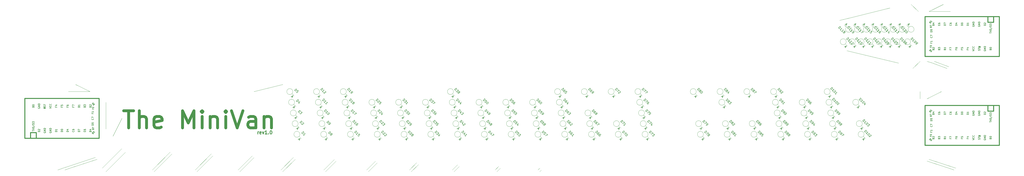
<source format=gbr>
G04 #@! TF.GenerationSoftware,KiCad,Pcbnew,(5.1.5)-3*
G04 #@! TF.CreationDate,2020-04-30T16:40:07-04:00*
G04 #@! TF.ProjectId,MiniVan,4d696e69-5661-46e2-9e6b-696361645f70,rev?*
G04 #@! TF.SameCoordinates,Original*
G04 #@! TF.FileFunction,Legend,Top*
G04 #@! TF.FilePolarity,Positive*
%FSLAX46Y46*%
G04 Gerber Fmt 4.6, Leading zero omitted, Abs format (unit mm)*
G04 Created by KiCad (PCBNEW (5.1.5)-3) date 2020-04-30 16:40:07*
%MOMM*%
%LPD*%
G04 APERTURE LIST*
%ADD10C,0.120000*%
%ADD11C,0.300000*%
%ADD12C,1.270000*%
%ADD13C,0.381000*%
%ADD14C,0.150000*%
G04 APERTURE END LIST*
D10*
X-36512500Y-65087500D02*
X-38893750Y-65881250D01*
X-8731250Y-57943750D02*
X-17462500Y-66675000D01*
X-10318750Y-56356250D02*
X-19050000Y-65087500D01*
X357187500Y4762500D02*
X357981250Y4762500D01*
X350043750Y-18256250D02*
X347662500Y-17462500D01*
X348456250Y4762500D02*
X357187500Y4762500D01*
X340518750Y7937500D02*
X343693750Y4762500D01*
X350043750Y5556250D02*
X348456250Y4762500D01*
X354806250Y7937500D02*
X350043750Y5556250D01*
X350043750Y5556250D02*
X354806250Y7937500D01*
X48418750Y-30956250D02*
X61118750Y-27781250D01*
X-33337500Y-65087500D02*
X-35718750Y-65881250D01*
X-24606250Y-30956250D02*
X-34131250Y-30956250D01*
X-24606250Y-30956250D02*
X-30956250Y-27781250D01*
X350837500Y-17462500D02*
X357187500Y-19843750D01*
X350043750Y-18256250D02*
X356393750Y-20637500D01*
X341312500Y-20637500D02*
X344487500Y-17462500D01*
X347662500Y-34131250D02*
X354012500Y-30956250D01*
X344487500Y-30956250D02*
X344487500Y-34131250D01*
X311943750Y-12700000D02*
X334962500Y-18256250D01*
X311943750Y1587500D02*
X308768750Y793750D01*
X330993750Y6350000D02*
X311943750Y1587500D01*
X348456250Y-61118750D02*
X360362500Y-65087500D01*
X357187500Y-65087500D02*
X359568750Y-65881250D01*
X354806250Y-64293750D02*
X357187500Y-65087500D01*
X347662500Y-61912500D02*
X354806250Y-64293750D01*
X176212500Y-65881250D02*
X175418750Y-66675000D01*
X175418750Y-65087500D02*
X174625000Y-65881250D01*
X157956250Y-65087500D02*
X156368750Y-66675000D01*
X157162500Y-64293750D02*
X155575000Y-65881250D01*
X139700000Y-64293750D02*
X137318750Y-66675000D01*
X138906250Y-63500000D02*
X136525000Y-65881250D01*
X121443750Y-63500000D02*
X118268750Y-66675000D01*
X120650000Y-62706250D02*
X117475000Y-65881250D01*
X103187500Y-62706250D02*
X99218750Y-66675000D01*
X102393750Y-61912500D02*
X98425000Y-65881250D01*
X84931250Y-61912500D02*
X80168750Y-66675000D01*
X84137500Y-61118750D02*
X79375000Y-65881250D01*
X66675000Y-61118750D02*
X61118750Y-66675000D01*
X65881250Y-60325000D02*
X60325000Y-65881250D01*
X48418750Y-60325000D02*
X42068750Y-66675000D01*
X47625000Y-59531250D02*
X41275000Y-65881250D01*
X30162500Y-59531250D02*
X23018750Y-66675000D01*
X29368750Y-58737500D02*
X22225000Y-65881250D01*
X11906250Y-58737500D02*
X3968750Y-66675000D01*
X11112500Y-57943750D02*
X3175000Y-65881250D01*
X-14287500Y-50800000D02*
X-10318750Y-42862500D01*
X-17462500Y-47625000D02*
X-17462500Y-35718750D01*
X-34131250Y-64293750D02*
X-36512500Y-65087500D01*
X-21431250Y-61118750D02*
X-33337500Y-65087500D01*
X-22225000Y-60325000D02*
X-34131250Y-64293750D01*
D11*
X50074107Y-49891071D02*
X50074107Y-48891071D01*
X50074107Y-49176785D02*
X50145535Y-49033928D01*
X50216964Y-48962500D01*
X50359821Y-48891071D01*
X50502678Y-48891071D01*
X51574107Y-49819642D02*
X51431250Y-49891071D01*
X51145535Y-49891071D01*
X51002678Y-49819642D01*
X50931250Y-49676785D01*
X50931250Y-49105357D01*
X51002678Y-48962500D01*
X51145535Y-48891071D01*
X51431250Y-48891071D01*
X51574107Y-48962500D01*
X51645535Y-49105357D01*
X51645535Y-49248214D01*
X50931250Y-49391071D01*
X52145535Y-48891071D02*
X52502678Y-49891071D01*
X52859821Y-48891071D01*
X54216964Y-49891071D02*
X53359821Y-49891071D01*
X53788392Y-49891071D02*
X53788392Y-48391071D01*
X53645535Y-48605357D01*
X53502678Y-48748214D01*
X53359821Y-48819642D01*
X54859821Y-49748214D02*
X54931250Y-49819642D01*
X54859821Y-49891071D01*
X54788392Y-49819642D01*
X54859821Y-49748214D01*
X54859821Y-49891071D01*
X55859821Y-48391071D02*
X56002678Y-48391071D01*
X56145535Y-48462500D01*
X56216964Y-48533928D01*
X56288392Y-48676785D01*
X56359821Y-48962500D01*
X56359821Y-49319642D01*
X56288392Y-49605357D01*
X56216964Y-49748214D01*
X56145535Y-49819642D01*
X56002678Y-49891071D01*
X55859821Y-49891071D01*
X55716964Y-49819642D01*
X55645535Y-49748214D01*
X55574107Y-49605357D01*
X55502678Y-49319642D01*
X55502678Y-48962500D01*
X55574107Y-48676785D01*
X55645535Y-48533928D01*
X55716964Y-48462500D01*
X55859821Y-48391071D01*
D12*
X-9570357Y-39483392D02*
X-5216071Y-39483392D01*
X-7393214Y-47103392D02*
X-7393214Y-39483392D01*
X-2676071Y-47103392D02*
X-2676071Y-39483392D01*
X589642Y-47103392D02*
X589642Y-43111964D01*
X226785Y-42386250D01*
X-498928Y-42023392D01*
X-1587500Y-42023392D01*
X-2313214Y-42386250D01*
X-2676071Y-42749107D01*
X7121071Y-46740535D02*
X6395357Y-47103392D01*
X4943928Y-47103392D01*
X4218214Y-46740535D01*
X3855357Y-46014821D01*
X3855357Y-43111964D01*
X4218214Y-42386250D01*
X4943928Y-42023392D01*
X6395357Y-42023392D01*
X7121071Y-42386250D01*
X7483928Y-43111964D01*
X7483928Y-43837678D01*
X3855357Y-44563392D01*
X16555357Y-47103392D02*
X16555357Y-39483392D01*
X19095357Y-44926250D01*
X21635357Y-39483392D01*
X21635357Y-47103392D01*
X25263928Y-47103392D02*
X25263928Y-42023392D01*
X25263928Y-39483392D02*
X24901071Y-39846250D01*
X25263928Y-40209107D01*
X25626785Y-39846250D01*
X25263928Y-39483392D01*
X25263928Y-40209107D01*
X28892499Y-42023392D02*
X28892499Y-47103392D01*
X28892499Y-42749107D02*
X29255357Y-42386250D01*
X29981071Y-42023392D01*
X31069642Y-42023392D01*
X31795357Y-42386250D01*
X32158214Y-43111964D01*
X32158214Y-47103392D01*
X35786785Y-47103392D02*
X35786785Y-42023392D01*
X35786785Y-39483392D02*
X35423928Y-39846250D01*
X35786785Y-40209107D01*
X36149642Y-39846250D01*
X35786785Y-39483392D01*
X35786785Y-40209107D01*
X38326785Y-39483392D02*
X40866785Y-47103392D01*
X43406785Y-39483392D01*
X49212499Y-47103392D02*
X49212499Y-43111964D01*
X48849642Y-42386250D01*
X48123928Y-42023392D01*
X46672499Y-42023392D01*
X45946785Y-42386250D01*
X49212499Y-46740535D02*
X48486785Y-47103392D01*
X46672499Y-47103392D01*
X45946785Y-46740535D01*
X45583928Y-46014821D01*
X45583928Y-45289107D01*
X45946785Y-44563392D01*
X46672499Y-44200535D01*
X48486785Y-44200535D01*
X49212499Y-43837678D01*
X52841071Y-42023392D02*
X52841071Y-47103392D01*
X52841071Y-42749107D02*
X53203928Y-42386250D01*
X53929642Y-42023392D01*
X55018214Y-42023392D01*
X55743928Y-42386250D01*
X56106785Y-43111964D01*
X56106785Y-47103392D01*
D10*
X196200386Y-31894136D02*
X197178759Y-32872509D01*
X196588871Y-30956250D02*
G75*
G03X196588871Y-30956250I-1326371J0D01*
G01*
X184294136Y-31894136D02*
X185272509Y-32872509D01*
X184682621Y-30956250D02*
G75*
G03X184682621Y-30956250I-1326371J0D01*
G01*
X220012886Y-31894136D02*
X220991259Y-32872509D01*
X220401371Y-30956250D02*
G75*
G03X220401371Y-30956250I-1326371J0D01*
G01*
X208106636Y-31894136D02*
X209085009Y-32872509D01*
X208495121Y-30956250D02*
G75*
G03X208495121Y-30956250I-1326371J0D01*
G01*
X136669136Y-31894136D02*
X137647509Y-32872509D01*
X137057621Y-30956250D02*
G75*
G03X137057621Y-30956250I-1326371J0D01*
G01*
X89044136Y-31894136D02*
X90022509Y-32872509D01*
X89432621Y-30956250D02*
G75*
G03X89432621Y-30956250I-1326371J0D01*
G01*
X65231636Y-31894136D02*
X66210009Y-32872509D01*
X65620121Y-30956250D02*
G75*
G03X65620121Y-30956250I-1326371J0D01*
G01*
X77137886Y-31894136D02*
X78116259Y-32872509D01*
X77526371Y-30956250D02*
G75*
G03X77526371Y-30956250I-1326371J0D01*
G01*
D13*
X377190000Y2540000D02*
X346710000Y2540000D01*
X346710000Y2540000D02*
X346710000Y-15240000D01*
X346710000Y-15240000D02*
X377190000Y-15240000D01*
X377190000Y0D02*
X374650000Y0D01*
X374650000Y0D02*
X374650000Y2540000D01*
D14*
G36*
X371310640Y-11281568D02*
G01*
X371010640Y-11281568D01*
X371010640Y-11181568D01*
X371310640Y-11181568D01*
X371310640Y-11281568D01*
G37*
X371310640Y-11281568D02*
X371010640Y-11281568D01*
X371010640Y-11181568D01*
X371310640Y-11181568D01*
X371310640Y-11281568D01*
G36*
X370910640Y-11081568D02*
G01*
X370810640Y-11081568D01*
X370810640Y-10981568D01*
X370910640Y-10981568D01*
X370910640Y-11081568D01*
G37*
X370910640Y-11081568D02*
X370810640Y-11081568D01*
X370810640Y-10981568D01*
X370910640Y-10981568D01*
X370910640Y-11081568D01*
G36*
X371310640Y-11281568D02*
G01*
X371210640Y-11281568D01*
X371210640Y-10781568D01*
X371310640Y-10781568D01*
X371310640Y-11281568D01*
G37*
X371310640Y-11281568D02*
X371210640Y-11281568D01*
X371210640Y-10781568D01*
X371310640Y-10781568D01*
X371310640Y-11281568D01*
G36*
X371310640Y-10881568D02*
G01*
X370510640Y-10881568D01*
X370510640Y-10781568D01*
X371310640Y-10781568D01*
X371310640Y-10881568D01*
G37*
X371310640Y-10881568D02*
X370510640Y-10881568D01*
X370510640Y-10781568D01*
X371310640Y-10781568D01*
X371310640Y-10881568D01*
G36*
X370710640Y-11281568D02*
G01*
X370510640Y-11281568D01*
X370510640Y-11181568D01*
X370710640Y-11181568D01*
X370710640Y-11281568D01*
G37*
X370710640Y-11281568D02*
X370510640Y-11281568D01*
X370510640Y-11181568D01*
X370710640Y-11181568D01*
X370710640Y-11281568D01*
D13*
X377190000Y-15240000D02*
X379730000Y-15240000D01*
X379730000Y-15240000D02*
X379730000Y2540000D01*
X379730000Y2540000D02*
X377190000Y2540000D01*
X377190000Y0D02*
X377190000Y2540000D01*
X-50958750Y-51752500D02*
X-20478750Y-51752500D01*
X-20478750Y-51752500D02*
X-20478750Y-33972500D01*
X-20478750Y-33972500D02*
X-50958750Y-33972500D01*
X-50958750Y-49212500D02*
X-48418750Y-49212500D01*
X-48418750Y-49212500D02*
X-48418750Y-51752500D01*
D14*
G36*
X-45079390Y-37930932D02*
G01*
X-44779390Y-37930932D01*
X-44779390Y-38030932D01*
X-45079390Y-38030932D01*
X-45079390Y-37930932D01*
G37*
X-45079390Y-37930932D02*
X-44779390Y-37930932D01*
X-44779390Y-38030932D01*
X-45079390Y-38030932D01*
X-45079390Y-37930932D01*
G36*
X-44679390Y-38130932D02*
G01*
X-44579390Y-38130932D01*
X-44579390Y-38230932D01*
X-44679390Y-38230932D01*
X-44679390Y-38130932D01*
G37*
X-44679390Y-38130932D02*
X-44579390Y-38130932D01*
X-44579390Y-38230932D01*
X-44679390Y-38230932D01*
X-44679390Y-38130932D01*
G36*
X-45079390Y-37930932D02*
G01*
X-44979390Y-37930932D01*
X-44979390Y-38430932D01*
X-45079390Y-38430932D01*
X-45079390Y-37930932D01*
G37*
X-45079390Y-37930932D02*
X-44979390Y-37930932D01*
X-44979390Y-38430932D01*
X-45079390Y-38430932D01*
X-45079390Y-37930932D01*
G36*
X-45079390Y-38330932D02*
G01*
X-44279390Y-38330932D01*
X-44279390Y-38430932D01*
X-45079390Y-38430932D01*
X-45079390Y-38330932D01*
G37*
X-45079390Y-38330932D02*
X-44279390Y-38330932D01*
X-44279390Y-38430932D01*
X-45079390Y-38430932D01*
X-45079390Y-38330932D01*
G36*
X-44479390Y-37930932D02*
G01*
X-44279390Y-37930932D01*
X-44279390Y-38030932D01*
X-44479390Y-38030932D01*
X-44479390Y-37930932D01*
G37*
X-44479390Y-37930932D02*
X-44279390Y-37930932D01*
X-44279390Y-38030932D01*
X-44479390Y-38030932D01*
X-44479390Y-37930932D01*
D13*
X-50958750Y-33972500D02*
X-53498750Y-33972500D01*
X-53498750Y-33972500D02*
X-53498750Y-51752500D01*
X-53498750Y-51752500D02*
X-50958750Y-51752500D01*
X-50958750Y-49212500D02*
X-50958750Y-51752500D01*
X377190000Y-39687500D02*
X377190000Y-37147500D01*
X379730000Y-37147500D02*
X377190000Y-37147500D01*
X379730000Y-54927500D02*
X379730000Y-37147500D01*
X377190000Y-54927500D02*
X379730000Y-54927500D01*
D14*
G36*
X370710640Y-50969068D02*
G01*
X370510640Y-50969068D01*
X370510640Y-50869068D01*
X370710640Y-50869068D01*
X370710640Y-50969068D01*
G37*
X370710640Y-50969068D02*
X370510640Y-50969068D01*
X370510640Y-50869068D01*
X370710640Y-50869068D01*
X370710640Y-50969068D01*
G36*
X371310640Y-50569068D02*
G01*
X370510640Y-50569068D01*
X370510640Y-50469068D01*
X371310640Y-50469068D01*
X371310640Y-50569068D01*
G37*
X371310640Y-50569068D02*
X370510640Y-50569068D01*
X370510640Y-50469068D01*
X371310640Y-50469068D01*
X371310640Y-50569068D01*
G36*
X371310640Y-50969068D02*
G01*
X371210640Y-50969068D01*
X371210640Y-50469068D01*
X371310640Y-50469068D01*
X371310640Y-50969068D01*
G37*
X371310640Y-50969068D02*
X371210640Y-50969068D01*
X371210640Y-50469068D01*
X371310640Y-50469068D01*
X371310640Y-50969068D01*
G36*
X370910640Y-50769068D02*
G01*
X370810640Y-50769068D01*
X370810640Y-50669068D01*
X370910640Y-50669068D01*
X370910640Y-50769068D01*
G37*
X370910640Y-50769068D02*
X370810640Y-50769068D01*
X370810640Y-50669068D01*
X370910640Y-50669068D01*
X370910640Y-50769068D01*
G36*
X371310640Y-50969068D02*
G01*
X371010640Y-50969068D01*
X371010640Y-50869068D01*
X371310640Y-50869068D01*
X371310640Y-50969068D01*
G37*
X371310640Y-50969068D02*
X371010640Y-50969068D01*
X371010640Y-50869068D01*
X371310640Y-50869068D01*
X371310640Y-50969068D01*
D13*
X374650000Y-39687500D02*
X374650000Y-37147500D01*
X377190000Y-39687500D02*
X374650000Y-39687500D01*
X346710000Y-54927500D02*
X377190000Y-54927500D01*
X346710000Y-37147500D02*
X346710000Y-54927500D01*
X377190000Y-37147500D02*
X346710000Y-37147500D01*
D10*
X339580864Y-2237114D02*
X338602491Y-1258741D01*
X341845121Y-3175000D02*
G75*
G03X341845121Y-3175000I-1326371J0D01*
G01*
X315768364Y-2237114D02*
X314789991Y-1258741D01*
X318032621Y-3175000D02*
G75*
G03X318032621Y-3175000I-1326371J0D01*
G01*
X311799614Y-2237114D02*
X310821241Y-1258741D01*
X314063871Y-3175000D02*
G75*
G03X314063871Y-3175000I-1326371J0D01*
G01*
X319737114Y-2237114D02*
X318758741Y-1258741D01*
X322001371Y-3175000D02*
G75*
G03X322001371Y-3175000I-1326371J0D01*
G01*
X327674614Y-2237114D02*
X326696241Y-1258741D01*
X329938871Y-3175000D02*
G75*
G03X329938871Y-3175000I-1326371J0D01*
G01*
X323705864Y-2237114D02*
X322727491Y-1258741D01*
X325970121Y-3175000D02*
G75*
G03X325970121Y-3175000I-1326371J0D01*
G01*
X331643364Y-2237114D02*
X330664991Y-1258741D01*
X333907621Y-3175000D02*
G75*
G03X333907621Y-3175000I-1326371J0D01*
G01*
X335612114Y-2237114D02*
X334633741Y-1258741D01*
X337876371Y-3175000D02*
G75*
G03X337876371Y-3175000I-1326371J0D01*
G01*
X311294136Y-9669136D02*
X312272509Y-10647509D01*
X311682621Y-8731250D02*
G75*
G03X311682621Y-8731250I-1326371J0D01*
G01*
X319231636Y-9669136D02*
X320210009Y-10647509D01*
X319620121Y-8731250D02*
G75*
G03X319620121Y-8731250I-1326371J0D01*
G01*
X315262886Y-9669136D02*
X316241259Y-10647509D01*
X315651371Y-8731250D02*
G75*
G03X315651371Y-8731250I-1326371J0D01*
G01*
X339869136Y-9669136D02*
X340847509Y-10647509D01*
X340257621Y-8731250D02*
G75*
G03X340257621Y-8731250I-1326371J0D01*
G01*
X327169136Y-9669136D02*
X328147509Y-10647509D01*
X327557621Y-8731250D02*
G75*
G03X327557621Y-8731250I-1326371J0D01*
G01*
X323200386Y-9669136D02*
X324178759Y-10647509D01*
X323588871Y-8731250D02*
G75*
G03X323588871Y-8731250I-1326371J0D01*
G01*
X335106636Y-9669136D02*
X336085009Y-10647509D01*
X335495121Y-8731250D02*
G75*
G03X335495121Y-8731250I-1326371J0D01*
G01*
X331137886Y-9669136D02*
X332116259Y-10647509D01*
X331526371Y-8731250D02*
G75*
G03X331526371Y-8731250I-1326371J0D01*
G01*
X316850386Y-36656636D02*
X317828759Y-37635009D01*
X317238871Y-35718750D02*
G75*
G03X317238871Y-35718750I-1326371J0D01*
G01*
X318437886Y-46181636D02*
X319416259Y-47160009D01*
X318826371Y-45243750D02*
G75*
G03X318826371Y-45243750I-1326371J0D01*
G01*
X319231636Y-50944136D02*
X320210009Y-51922509D01*
X319620121Y-50006250D02*
G75*
G03X319620121Y-50006250I-1326371J0D01*
G01*
X304150386Y-31894136D02*
X305128759Y-32872509D01*
X304538871Y-30956250D02*
G75*
G03X304538871Y-30956250I-1326371J0D01*
G01*
X304944136Y-36656636D02*
X305922509Y-37635009D01*
X305332621Y-35718750D02*
G75*
G03X305332621Y-35718750I-1326371J0D01*
G01*
X305737886Y-41419136D02*
X306716259Y-42397509D01*
X306126371Y-40481250D02*
G75*
G03X306126371Y-40481250I-1326371J0D01*
G01*
X306531636Y-46181636D02*
X307510009Y-47160009D01*
X306920121Y-45243750D02*
G75*
G03X306920121Y-45243750I-1326371J0D01*
G01*
X307325386Y-50944136D02*
X308303759Y-51922509D01*
X307713871Y-50006250D02*
G75*
G03X307713871Y-50006250I-1326371J0D01*
G01*
X293037886Y-36656636D02*
X294016259Y-37635009D01*
X293426371Y-35718750D02*
G75*
G03X293426371Y-35718750I-1326371J0D01*
G01*
X293831636Y-41419136D02*
X294810009Y-42397509D01*
X294220121Y-40481250D02*
G75*
G03X294220121Y-40481250I-1326371J0D01*
G01*
X294625386Y-46181636D02*
X295603759Y-47160009D01*
X295013871Y-45243750D02*
G75*
G03X295013871Y-45243750I-1326371J0D01*
G01*
X295419136Y-50944136D02*
X296397509Y-51922509D01*
X295807621Y-50006250D02*
G75*
G03X295807621Y-50006250I-1326371J0D01*
G01*
X280337886Y-31894136D02*
X281316259Y-32872509D01*
X280726371Y-30956250D02*
G75*
G03X280726371Y-30956250I-1326371J0D01*
G01*
X281131636Y-36656636D02*
X282110009Y-37635009D01*
X281520121Y-35718750D02*
G75*
G03X281520121Y-35718750I-1326371J0D01*
G01*
X281925386Y-41419136D02*
X282903759Y-42397509D01*
X282313871Y-40481250D02*
G75*
G03X282313871Y-40481250I-1326371J0D01*
G01*
X282719136Y-46181636D02*
X283697509Y-47160009D01*
X283107621Y-45243750D02*
G75*
G03X283107621Y-45243750I-1326371J0D01*
G01*
X283512886Y-50944136D02*
X284491259Y-51922509D01*
X283901371Y-50006250D02*
G75*
G03X283901371Y-50006250I-1326371J0D01*
G01*
X268431636Y-31894136D02*
X269410009Y-32872509D01*
X268820121Y-30956250D02*
G75*
G03X268820121Y-30956250I-1326371J0D01*
G01*
X270812886Y-46181636D02*
X271791259Y-47160009D01*
X271201371Y-45243750D02*
G75*
G03X271201371Y-45243750I-1326371J0D01*
G01*
X271606636Y-50944136D02*
X272585009Y-51922509D01*
X271995121Y-50006250D02*
G75*
G03X271995121Y-50006250I-1326371J0D01*
G01*
X256525386Y-31894136D02*
X257503759Y-32872509D01*
X256913871Y-30956250D02*
G75*
G03X256913871Y-30956250I-1326371J0D01*
G01*
X257319136Y-36656636D02*
X258297509Y-37635009D01*
X257707621Y-35718750D02*
G75*
G03X257707621Y-35718750I-1326371J0D01*
G01*
X258906636Y-46181636D02*
X259885009Y-47160009D01*
X259295121Y-45243750D02*
G75*
G03X259295121Y-45243750I-1326371J0D01*
G01*
X259700386Y-50944136D02*
X260678759Y-51922509D01*
X260088871Y-50006250D02*
G75*
G03X260088871Y-50006250I-1326371J0D01*
G01*
X244619136Y-31894136D02*
X245597509Y-32872509D01*
X245007621Y-30956250D02*
G75*
G03X245007621Y-30956250I-1326371J0D01*
G01*
X247000386Y-46181636D02*
X247978759Y-47160009D01*
X247388871Y-45243750D02*
G75*
G03X247388871Y-45243750I-1326371J0D01*
G01*
X247794136Y-50944136D02*
X248772509Y-51922509D01*
X248182621Y-50006250D02*
G75*
G03X248182621Y-50006250I-1326371J0D01*
G01*
X220806636Y-36656636D02*
X221785009Y-37635009D01*
X221195121Y-35718750D02*
G75*
G03X221195121Y-35718750I-1326371J0D01*
G01*
X221600386Y-41419136D02*
X222578759Y-42397509D01*
X221988871Y-40481250D02*
G75*
G03X221988871Y-40481250I-1326371J0D01*
G01*
X222394136Y-46181636D02*
X223372509Y-47160009D01*
X222782621Y-45243750D02*
G75*
G03X222782621Y-45243750I-1326371J0D01*
G01*
X223187886Y-50944136D02*
X224166259Y-51922509D01*
X223576371Y-50006250D02*
G75*
G03X223576371Y-50006250I-1326371J0D01*
G01*
X210487886Y-46181636D02*
X211466259Y-47160009D01*
X210876371Y-45243750D02*
G75*
G03X210876371Y-45243750I-1326371J0D01*
G01*
X211281636Y-50944136D02*
X212260009Y-51922509D01*
X211670121Y-50006250D02*
G75*
G03X211670121Y-50006250I-1326371J0D01*
G01*
X197787886Y-41419136D02*
X198766259Y-42397509D01*
X198176371Y-40481250D02*
G75*
G03X198176371Y-40481250I-1326371J0D01*
G01*
X198581636Y-46181636D02*
X199560009Y-47160009D01*
X198970121Y-45243750D02*
G75*
G03X198970121Y-45243750I-1326371J0D01*
G01*
X199375386Y-50944136D02*
X200353759Y-51922509D01*
X199763871Y-50006250D02*
G75*
G03X199763871Y-50006250I-1326371J0D01*
G01*
X185087886Y-36656636D02*
X186066259Y-37635009D01*
X185476371Y-35718750D02*
G75*
G03X185476371Y-35718750I-1326371J0D01*
G01*
X185881636Y-41419136D02*
X186860009Y-42397509D01*
X186270121Y-40481250D02*
G75*
G03X186270121Y-40481250I-1326371J0D01*
G01*
X186675386Y-46181636D02*
X187653759Y-47160009D01*
X187063871Y-45243750D02*
G75*
G03X187063871Y-45243750I-1326371J0D01*
G01*
X187469136Y-50944136D02*
X188447509Y-51922509D01*
X187857621Y-50006250D02*
G75*
G03X187857621Y-50006250I-1326371J0D01*
G01*
X173181636Y-36656636D02*
X174160009Y-37635009D01*
X173570121Y-35718750D02*
G75*
G03X173570121Y-35718750I-1326371J0D01*
G01*
X173975386Y-41419136D02*
X174953759Y-42397509D01*
X174363871Y-40481250D02*
G75*
G03X174363871Y-40481250I-1326371J0D01*
G01*
X174769136Y-46181636D02*
X175747509Y-47160009D01*
X175157621Y-45243750D02*
G75*
G03X175157621Y-45243750I-1326371J0D01*
G01*
X175562886Y-50944136D02*
X176541259Y-51922509D01*
X175951371Y-50006250D02*
G75*
G03X175951371Y-50006250I-1326371J0D01*
G01*
X161275386Y-36656636D02*
X162253759Y-37635009D01*
X161663871Y-35718750D02*
G75*
G03X161663871Y-35718750I-1326371J0D01*
G01*
X162069136Y-41419136D02*
X163047509Y-42397509D01*
X162457621Y-40481250D02*
G75*
G03X162457621Y-40481250I-1326371J0D01*
G01*
X162862886Y-46181636D02*
X163841259Y-47160009D01*
X163251371Y-45243750D02*
G75*
G03X163251371Y-45243750I-1326371J0D01*
G01*
X163656636Y-50944136D02*
X164635009Y-51922509D01*
X164045121Y-50006250D02*
G75*
G03X164045121Y-50006250I-1326371J0D01*
G01*
X149369136Y-36656636D02*
X150347509Y-37635009D01*
X149757621Y-35718750D02*
G75*
G03X149757621Y-35718750I-1326371J0D01*
G01*
X150162886Y-41419136D02*
X151141259Y-42397509D01*
X150551371Y-40481250D02*
G75*
G03X150551371Y-40481250I-1326371J0D01*
G01*
X150956636Y-46181636D02*
X151935009Y-47160009D01*
X151345121Y-45243750D02*
G75*
G03X151345121Y-45243750I-1326371J0D01*
G01*
X151750386Y-50944136D02*
X152728759Y-51922509D01*
X152138871Y-50006250D02*
G75*
G03X152138871Y-50006250I-1326371J0D01*
G01*
X137462886Y-36656636D02*
X138441259Y-37635009D01*
X137851371Y-35718750D02*
G75*
G03X137851371Y-35718750I-1326371J0D01*
G01*
X138256636Y-41419136D02*
X139235009Y-42397509D01*
X138645121Y-40481250D02*
G75*
G03X138645121Y-40481250I-1326371J0D01*
G01*
X139050386Y-46181636D02*
X140028759Y-47160009D01*
X139438871Y-45243750D02*
G75*
G03X139438871Y-45243750I-1326371J0D01*
G01*
X139844136Y-50944136D02*
X140822509Y-51922509D01*
X140232621Y-50006250D02*
G75*
G03X140232621Y-50006250I-1326371J0D01*
G01*
X125556636Y-36656636D02*
X126535009Y-37635009D01*
X125945121Y-35718750D02*
G75*
G03X125945121Y-35718750I-1326371J0D01*
G01*
X126350386Y-41419136D02*
X127328759Y-42397509D01*
X126738871Y-40481250D02*
G75*
G03X126738871Y-40481250I-1326371J0D01*
G01*
X127144136Y-46181636D02*
X128122509Y-47160009D01*
X127532621Y-45243750D02*
G75*
G03X127532621Y-45243750I-1326371J0D01*
G01*
X127937886Y-50944136D02*
X128916259Y-51922509D01*
X128326371Y-50006250D02*
G75*
G03X128326371Y-50006250I-1326371J0D01*
G01*
X113650386Y-36656636D02*
X114628759Y-37635009D01*
X114038871Y-35718750D02*
G75*
G03X114038871Y-35718750I-1326371J0D01*
G01*
X114444136Y-41419136D02*
X115422509Y-42397509D01*
X114832621Y-40481250D02*
G75*
G03X114832621Y-40481250I-1326371J0D01*
G01*
X115237886Y-46181636D02*
X116216259Y-47160009D01*
X115626371Y-45243750D02*
G75*
G03X115626371Y-45243750I-1326371J0D01*
G01*
X116031636Y-50944136D02*
X117010009Y-51922509D01*
X116420121Y-50006250D02*
G75*
G03X116420121Y-50006250I-1326371J0D01*
G01*
X101744136Y-36656636D02*
X102722509Y-37635009D01*
X102132621Y-35718750D02*
G75*
G03X102132621Y-35718750I-1326371J0D01*
G01*
X102537886Y-41419136D02*
X103516259Y-42397509D01*
X102926371Y-40481250D02*
G75*
G03X102926371Y-40481250I-1326371J0D01*
G01*
X103331636Y-46181636D02*
X104310009Y-47160009D01*
X103720121Y-45243750D02*
G75*
G03X103720121Y-45243750I-1326371J0D01*
G01*
X104125386Y-50944136D02*
X105103759Y-51922509D01*
X104513871Y-50006250D02*
G75*
G03X104513871Y-50006250I-1326371J0D01*
G01*
X89837886Y-36656636D02*
X90816259Y-37635009D01*
X90226371Y-35718750D02*
G75*
G03X90226371Y-35718750I-1326371J0D01*
G01*
X90631636Y-41419136D02*
X91610009Y-42397509D01*
X91020121Y-40481250D02*
G75*
G03X91020121Y-40481250I-1326371J0D01*
G01*
X91425386Y-46181636D02*
X92403759Y-47160009D01*
X91813871Y-45243750D02*
G75*
G03X91813871Y-45243750I-1326371J0D01*
G01*
X92219136Y-50944136D02*
X93197509Y-51922509D01*
X92607621Y-50006250D02*
G75*
G03X92607621Y-50006250I-1326371J0D01*
G01*
X77931636Y-36656636D02*
X78910009Y-37635009D01*
X78320121Y-35718750D02*
G75*
G03X78320121Y-35718750I-1326371J0D01*
G01*
X78725386Y-41419136D02*
X79703759Y-42397509D01*
X79113871Y-40481250D02*
G75*
G03X79113871Y-40481250I-1326371J0D01*
G01*
X79519136Y-46181636D02*
X80497509Y-47160009D01*
X79907621Y-45243750D02*
G75*
G03X79907621Y-45243750I-1326371J0D01*
G01*
X80312886Y-50944136D02*
X81291259Y-51922509D01*
X80701371Y-50006250D02*
G75*
G03X80701371Y-50006250I-1326371J0D01*
G01*
X66025386Y-36656636D02*
X67003759Y-37635009D01*
X66413871Y-35718750D02*
G75*
G03X66413871Y-35718750I-1326371J0D01*
G01*
X66819136Y-41419136D02*
X67797509Y-42397509D01*
X67207621Y-40481250D02*
G75*
G03X67207621Y-40481250I-1326371J0D01*
G01*
X67612886Y-46181636D02*
X68591259Y-47160009D01*
X68001371Y-45243750D02*
G75*
G03X68001371Y-45243750I-1326371J0D01*
G01*
X68406636Y-50944136D02*
X69385009Y-51922509D01*
X68795121Y-50006250D02*
G75*
G03X68795121Y-50006250I-1326371J0D01*
G01*
D14*
X197076019Y-30119547D02*
X197783126Y-29412441D01*
X197951485Y-29580799D01*
X198018828Y-29715486D01*
X198018828Y-29850173D01*
X197985156Y-29951189D01*
X197884141Y-30119547D01*
X197783126Y-30220563D01*
X197614767Y-30321578D01*
X197513752Y-30355250D01*
X197379065Y-30355250D01*
X197244378Y-30287906D01*
X197076019Y-30119547D01*
X198793279Y-30422593D02*
X198658592Y-30287906D01*
X198557576Y-30254234D01*
X198490233Y-30254234D01*
X198321874Y-30287906D01*
X198153515Y-30388921D01*
X197884141Y-30658295D01*
X197850469Y-30759311D01*
X197850469Y-30826654D01*
X197884141Y-30927670D01*
X198018828Y-31062357D01*
X198119843Y-31096028D01*
X198187187Y-31096028D01*
X198288202Y-31062357D01*
X198456561Y-30893998D01*
X198490233Y-30792983D01*
X198490233Y-30725639D01*
X198456561Y-30624624D01*
X198321874Y-30489937D01*
X198220859Y-30456265D01*
X198153515Y-30456265D01*
X198052500Y-30489937D01*
X198490233Y-31533761D02*
X198624920Y-31668448D01*
X198725935Y-31702120D01*
X198793279Y-31702120D01*
X198961637Y-31668448D01*
X199129996Y-31567433D01*
X199399370Y-31298059D01*
X199433042Y-31197044D01*
X199433042Y-31129700D01*
X199399370Y-31028685D01*
X199264683Y-30893998D01*
X199163668Y-30860326D01*
X199096324Y-30860326D01*
X198995309Y-30893998D01*
X198826950Y-31062357D01*
X198793279Y-31163372D01*
X198793279Y-31230715D01*
X198826950Y-31331731D01*
X198961637Y-31466418D01*
X199062653Y-31500089D01*
X199129996Y-31500089D01*
X199231011Y-31466418D01*
X196044021Y-33104844D02*
X196380738Y-33441561D01*
X195774647Y-33239531D02*
X196717456Y-32768126D01*
X196246051Y-33710935D01*
X185169769Y-30119547D02*
X185876876Y-29412441D01*
X186045235Y-29580799D01*
X186112578Y-29715486D01*
X186112578Y-29850173D01*
X186078906Y-29951189D01*
X185977891Y-30119547D01*
X185876876Y-30220563D01*
X185708517Y-30321578D01*
X185607502Y-30355250D01*
X185472815Y-30355250D01*
X185338128Y-30287906D01*
X185169769Y-30119547D01*
X186887029Y-30422593D02*
X186752342Y-30287906D01*
X186651326Y-30254234D01*
X186583983Y-30254234D01*
X186415624Y-30287906D01*
X186247265Y-30388921D01*
X185977891Y-30658295D01*
X185944219Y-30759311D01*
X185944219Y-30826654D01*
X185977891Y-30927670D01*
X186112578Y-31062357D01*
X186213593Y-31096028D01*
X186280937Y-31096028D01*
X186381952Y-31062357D01*
X186550311Y-30893998D01*
X186583983Y-30792983D01*
X186583983Y-30725639D01*
X186550311Y-30624624D01*
X186415624Y-30489937D01*
X186314609Y-30456265D01*
X186247265Y-30456265D01*
X186146250Y-30489937D01*
X187594135Y-31129700D02*
X187257418Y-30792983D01*
X186887029Y-31096028D01*
X186954372Y-31096028D01*
X187055387Y-31129700D01*
X187223746Y-31298059D01*
X187257418Y-31399074D01*
X187257418Y-31466418D01*
X187223746Y-31567433D01*
X187055387Y-31735792D01*
X186954372Y-31769463D01*
X186887029Y-31769463D01*
X186786013Y-31735792D01*
X186617655Y-31567433D01*
X186583983Y-31466418D01*
X186583983Y-31399074D01*
X184137771Y-33104844D02*
X184474488Y-33441561D01*
X183868397Y-33239531D02*
X184811206Y-32768126D01*
X184339801Y-33710935D01*
X220888519Y-30119547D02*
X221595626Y-29412441D01*
X221763985Y-29580799D01*
X221831328Y-29715486D01*
X221831328Y-29850173D01*
X221797656Y-29951189D01*
X221696641Y-30119547D01*
X221595626Y-30220563D01*
X221427267Y-30321578D01*
X221326252Y-30355250D01*
X221191565Y-30355250D01*
X221056878Y-30287906D01*
X220888519Y-30119547D01*
X222235389Y-30052204D02*
X222706794Y-30523608D01*
X221696641Y-30927670D01*
X222908824Y-30725639D02*
X223380229Y-31197044D01*
X222370076Y-31601105D01*
X219856521Y-33104844D02*
X220193238Y-33441561D01*
X219587147Y-33239531D02*
X220529956Y-32768126D01*
X220058551Y-33710935D01*
X208982269Y-30119547D02*
X209689376Y-29412441D01*
X209857735Y-29580799D01*
X209925078Y-29715486D01*
X209925078Y-29850173D01*
X209891406Y-29951189D01*
X209790391Y-30119547D01*
X209689376Y-30220563D01*
X209521017Y-30321578D01*
X209420002Y-30355250D01*
X209285315Y-30355250D01*
X209150628Y-30287906D01*
X208982269Y-30119547D01*
X210329139Y-30052204D02*
X210800544Y-30523608D01*
X209790391Y-30927670D01*
X210968903Y-30826654D02*
X211036246Y-30826654D01*
X211137261Y-30860326D01*
X211305620Y-31028685D01*
X211339292Y-31129700D01*
X211339292Y-31197044D01*
X211305620Y-31298059D01*
X211238277Y-31365402D01*
X211103590Y-31432746D01*
X210295468Y-31432746D01*
X210733200Y-31870479D01*
X207950271Y-33104844D02*
X208286988Y-33441561D01*
X207680897Y-33239531D02*
X208623706Y-32768126D01*
X208152301Y-33710935D01*
X137544769Y-30119547D02*
X138251876Y-29412441D01*
X138420235Y-29580799D01*
X138487578Y-29715486D01*
X138487578Y-29850173D01*
X138453906Y-29951189D01*
X138352891Y-30119547D01*
X138251876Y-30220563D01*
X138083517Y-30321578D01*
X137982502Y-30355250D01*
X137847815Y-30355250D01*
X137713128Y-30287906D01*
X137544769Y-30119547D01*
X138891639Y-30052204D02*
X139329372Y-30489937D01*
X138824296Y-30523608D01*
X138925311Y-30624624D01*
X138958983Y-30725639D01*
X138958983Y-30792983D01*
X138925311Y-30893998D01*
X138756952Y-31062357D01*
X138655937Y-31096028D01*
X138588593Y-31096028D01*
X138487578Y-31062357D01*
X138285548Y-30860326D01*
X138251876Y-30759311D01*
X138251876Y-30691967D01*
X139430387Y-31197044D02*
X139396716Y-31096028D01*
X139396716Y-31028685D01*
X139430387Y-30927670D01*
X139464059Y-30893998D01*
X139565074Y-30860326D01*
X139632418Y-30860326D01*
X139733433Y-30893998D01*
X139868120Y-31028685D01*
X139901792Y-31129700D01*
X139901792Y-31197044D01*
X139868120Y-31298059D01*
X139834448Y-31331731D01*
X139733433Y-31365402D01*
X139666090Y-31365402D01*
X139565074Y-31331731D01*
X139430387Y-31197044D01*
X139329372Y-31163372D01*
X139262029Y-31163372D01*
X139161013Y-31197044D01*
X139026326Y-31331731D01*
X138992655Y-31432746D01*
X138992655Y-31500089D01*
X139026326Y-31601105D01*
X139161013Y-31735792D01*
X139262029Y-31769463D01*
X139329372Y-31769463D01*
X139430387Y-31735792D01*
X139565074Y-31601105D01*
X139598746Y-31500089D01*
X139598746Y-31432746D01*
X139565074Y-31331731D01*
X136512771Y-33104844D02*
X136849488Y-33441561D01*
X136243397Y-33239531D02*
X137186206Y-32768126D01*
X136714801Y-33710935D01*
X89919769Y-30119547D02*
X90626876Y-29412441D01*
X90795235Y-29580799D01*
X90862578Y-29715486D01*
X90862578Y-29850173D01*
X90828906Y-29951189D01*
X90727891Y-30119547D01*
X90626876Y-30220563D01*
X90458517Y-30321578D01*
X90357502Y-30355250D01*
X90222815Y-30355250D01*
X90088128Y-30287906D01*
X89919769Y-30119547D01*
X90997265Y-31197044D02*
X90593204Y-30792983D01*
X90795235Y-30995013D02*
X91502342Y-30287906D01*
X91333983Y-30321578D01*
X91199296Y-30321578D01*
X91098281Y-30287906D01*
X91333983Y-31533761D02*
X91468670Y-31668448D01*
X91569685Y-31702120D01*
X91637029Y-31702120D01*
X91805387Y-31668448D01*
X91973746Y-31567433D01*
X92243120Y-31298059D01*
X92276792Y-31197044D01*
X92276792Y-31129700D01*
X92243120Y-31028685D01*
X92108433Y-30893998D01*
X92007418Y-30860326D01*
X91940074Y-30860326D01*
X91839059Y-30893998D01*
X91670700Y-31062357D01*
X91637029Y-31163372D01*
X91637029Y-31230715D01*
X91670700Y-31331731D01*
X91805387Y-31466418D01*
X91906403Y-31500089D01*
X91973746Y-31500089D01*
X92074761Y-31466418D01*
X88887771Y-33104844D02*
X89224488Y-33441561D01*
X88618397Y-33239531D02*
X89561206Y-32768126D01*
X89089801Y-33710935D01*
X66443987Y-30456265D02*
X67151093Y-29749158D01*
X67319452Y-29917517D01*
X67386796Y-30052204D01*
X67386796Y-30186891D01*
X67353124Y-30287906D01*
X67252109Y-30456265D01*
X67151093Y-30557280D01*
X66982735Y-30658295D01*
X66881719Y-30691967D01*
X66747032Y-30691967D01*
X66612345Y-30624624D01*
X66443987Y-30456265D01*
X68194918Y-30792983D02*
X67858200Y-30456265D01*
X67487811Y-30759311D01*
X67555155Y-30759311D01*
X67656170Y-30792983D01*
X67824529Y-30961341D01*
X67858200Y-31062357D01*
X67858200Y-31129700D01*
X67824529Y-31230715D01*
X67656170Y-31399074D01*
X67555155Y-31432746D01*
X67487811Y-31432746D01*
X67386796Y-31399074D01*
X67218437Y-31230715D01*
X67184765Y-31129700D01*
X67184765Y-31062357D01*
X65075271Y-33104844D02*
X65411988Y-33441561D01*
X64805897Y-33239531D02*
X65748706Y-32768126D01*
X65277301Y-33710935D01*
X78013519Y-30119547D02*
X78720626Y-29412441D01*
X78888985Y-29580799D01*
X78956328Y-29715486D01*
X78956328Y-29850173D01*
X78922656Y-29951189D01*
X78821641Y-30119547D01*
X78720626Y-30220563D01*
X78552267Y-30321578D01*
X78451252Y-30355250D01*
X78316565Y-30355250D01*
X78181878Y-30287906D01*
X78013519Y-30119547D01*
X79091015Y-31197044D02*
X78686954Y-30792983D01*
X78888985Y-30995013D02*
X79596092Y-30287906D01*
X79427733Y-30321578D01*
X79293046Y-30321578D01*
X79192031Y-30287906D01*
X80000153Y-30826654D02*
X80067496Y-30826654D01*
X80168511Y-30860326D01*
X80336870Y-31028685D01*
X80370542Y-31129700D01*
X80370542Y-31197044D01*
X80336870Y-31298059D01*
X80269527Y-31365402D01*
X80134840Y-31432746D01*
X79326718Y-31432746D01*
X79764450Y-31870479D01*
X76981521Y-33104844D02*
X77318238Y-33441561D01*
X76712147Y-33239531D02*
X77654956Y-32768126D01*
X77183551Y-33710935D01*
X350462857Y-12134809D02*
X350500952Y-12020523D01*
X350539047Y-11982428D01*
X350615238Y-11944333D01*
X350729523Y-11944333D01*
X350805714Y-11982428D01*
X350843809Y-12020523D01*
X350881904Y-12096714D01*
X350881904Y-12401476D01*
X350081904Y-12401476D01*
X350081904Y-12134809D01*
X350120000Y-12058619D01*
X350158095Y-12020523D01*
X350234285Y-11982428D01*
X350310476Y-11982428D01*
X350386666Y-12020523D01*
X350424761Y-12058619D01*
X350462857Y-12134809D01*
X350462857Y-12401476D01*
X350158095Y-11639571D02*
X350120000Y-11601476D01*
X350081904Y-11525285D01*
X350081904Y-11334809D01*
X350120000Y-11258619D01*
X350158095Y-11220523D01*
X350234285Y-11182428D01*
X350310476Y-11182428D01*
X350424761Y-11220523D01*
X350881904Y-11677666D01*
X350881904Y-11182428D01*
X358082857Y-12077666D02*
X358082857Y-12344333D01*
X358501904Y-12344333D02*
X357701904Y-12344333D01*
X357701904Y-11963380D01*
X357701904Y-11734809D02*
X357701904Y-11201476D01*
X358501904Y-11544333D01*
X360622857Y-12077666D02*
X360622857Y-12344333D01*
X361041904Y-12344333D02*
X360241904Y-12344333D01*
X360241904Y-11963380D01*
X360241904Y-11315761D02*
X360241904Y-11468142D01*
X360280000Y-11544333D01*
X360318095Y-11582428D01*
X360432380Y-11658619D01*
X360584761Y-11696714D01*
X360889523Y-11696714D01*
X360965714Y-11658619D01*
X361003809Y-11620523D01*
X361041904Y-11544333D01*
X361041904Y-11391952D01*
X361003809Y-11315761D01*
X360965714Y-11277666D01*
X360889523Y-11239571D01*
X360699047Y-11239571D01*
X360622857Y-11277666D01*
X360584761Y-11315761D01*
X360546666Y-11391952D01*
X360546666Y-11544333D01*
X360584761Y-11620523D01*
X360622857Y-11658619D01*
X360699047Y-11696714D01*
X363162857Y-12077666D02*
X363162857Y-12344333D01*
X363581904Y-12344333D02*
X362781904Y-12344333D01*
X362781904Y-11963380D01*
X362781904Y-11277666D02*
X362781904Y-11658619D01*
X363162857Y-11696714D01*
X363124761Y-11658619D01*
X363086666Y-11582428D01*
X363086666Y-11391952D01*
X363124761Y-11315761D01*
X363162857Y-11277666D01*
X363239047Y-11239571D01*
X363429523Y-11239571D01*
X363505714Y-11277666D01*
X363543809Y-11315761D01*
X363581904Y-11391952D01*
X363581904Y-11582428D01*
X363543809Y-11658619D01*
X363505714Y-11696714D01*
X375862857Y-12134809D02*
X375900952Y-12020523D01*
X375939047Y-11982428D01*
X376015238Y-11944333D01*
X376129523Y-11944333D01*
X376205714Y-11982428D01*
X376243809Y-12020523D01*
X376281904Y-12096714D01*
X376281904Y-12401476D01*
X375481904Y-12401476D01*
X375481904Y-12134809D01*
X375520000Y-12058619D01*
X375558095Y-12020523D01*
X375634285Y-11982428D01*
X375710476Y-11982428D01*
X375786666Y-12020523D01*
X375824761Y-12058619D01*
X375862857Y-12134809D01*
X375862857Y-12401476D01*
X375481904Y-11449095D02*
X375481904Y-11372904D01*
X375520000Y-11296714D01*
X375558095Y-11258619D01*
X375634285Y-11220523D01*
X375786666Y-11182428D01*
X375977142Y-11182428D01*
X376129523Y-11220523D01*
X376205714Y-11258619D01*
X376243809Y-11296714D01*
X376281904Y-11372904D01*
X376281904Y-11449095D01*
X376243809Y-11525285D01*
X376205714Y-11563380D01*
X376129523Y-11601476D01*
X375977142Y-11639571D01*
X375786666Y-11639571D01*
X375634285Y-11601476D01*
X375558095Y-11563380D01*
X375520000Y-11525285D01*
X375481904Y-11449095D01*
X372980000Y-12420523D02*
X372941904Y-12496714D01*
X372941904Y-12611000D01*
X372980000Y-12725285D01*
X373056190Y-12801476D01*
X373132380Y-12839571D01*
X373284761Y-12877666D01*
X373399047Y-12877666D01*
X373551428Y-12839571D01*
X373627619Y-12801476D01*
X373703809Y-12725285D01*
X373741904Y-12611000D01*
X373741904Y-12534809D01*
X373703809Y-12420523D01*
X373665714Y-12382428D01*
X373399047Y-12382428D01*
X373399047Y-12534809D01*
X373741904Y-12039571D02*
X372941904Y-12039571D01*
X373741904Y-11582428D01*
X372941904Y-11582428D01*
X373741904Y-11201476D02*
X372941904Y-11201476D01*
X372941904Y-11011000D01*
X372980000Y-10896714D01*
X373056190Y-10820523D01*
X373132380Y-10782428D01*
X373284761Y-10744333D01*
X373399047Y-10744333D01*
X373551428Y-10782428D01*
X373627619Y-10820523D01*
X373703809Y-10896714D01*
X373741904Y-11011000D01*
X373741904Y-11201476D01*
X371193809Y-12616453D02*
X371231904Y-12502167D01*
X371231904Y-12311691D01*
X371193809Y-12235500D01*
X371155714Y-12197405D01*
X371079523Y-12159310D01*
X371003333Y-12159310D01*
X370927142Y-12197405D01*
X370889047Y-12235500D01*
X370850952Y-12311691D01*
X370812857Y-12464072D01*
X370774761Y-12540262D01*
X370736666Y-12578358D01*
X370660476Y-12616453D01*
X370584285Y-12616453D01*
X370508095Y-12578358D01*
X370470000Y-12540262D01*
X370431904Y-12464072D01*
X370431904Y-12273596D01*
X370470000Y-12159310D01*
X370431904Y-11930739D02*
X370431904Y-11473596D01*
X371231904Y-11702167D02*
X370431904Y-11702167D01*
X367861904Y-12877666D02*
X368661904Y-12611000D01*
X367861904Y-12344333D01*
X368585714Y-11620523D02*
X368623809Y-11658619D01*
X368661904Y-11772904D01*
X368661904Y-11849095D01*
X368623809Y-11963380D01*
X368547619Y-12039571D01*
X368471428Y-12077666D01*
X368319047Y-12115761D01*
X368204761Y-12115761D01*
X368052380Y-12077666D01*
X367976190Y-12039571D01*
X367900000Y-11963380D01*
X367861904Y-11849095D01*
X367861904Y-11772904D01*
X367900000Y-11658619D01*
X367938095Y-11620523D01*
X368585714Y-10820523D02*
X368623809Y-10858619D01*
X368661904Y-10972904D01*
X368661904Y-11049095D01*
X368623809Y-11163380D01*
X368547619Y-11239571D01*
X368471428Y-11277666D01*
X368319047Y-11315761D01*
X368204761Y-11315761D01*
X368052380Y-11277666D01*
X367976190Y-11239571D01*
X367900000Y-11163380D01*
X367861904Y-11049095D01*
X367861904Y-10972904D01*
X367900000Y-10858619D01*
X367938095Y-10820523D01*
X365702857Y-12077666D02*
X365702857Y-12344333D01*
X366121904Y-12344333D02*
X365321904Y-12344333D01*
X365321904Y-11963380D01*
X365588571Y-11315761D02*
X366121904Y-11315761D01*
X365283809Y-11506238D02*
X365855238Y-11696714D01*
X365855238Y-11201476D01*
X355542857Y-12134809D02*
X355580952Y-12020523D01*
X355619047Y-11982428D01*
X355695238Y-11944333D01*
X355809523Y-11944333D01*
X355885714Y-11982428D01*
X355923809Y-12020523D01*
X355961904Y-12096714D01*
X355961904Y-12401476D01*
X355161904Y-12401476D01*
X355161904Y-12134809D01*
X355200000Y-12058619D01*
X355238095Y-12020523D01*
X355314285Y-11982428D01*
X355390476Y-11982428D01*
X355466666Y-12020523D01*
X355504761Y-12058619D01*
X355542857Y-12134809D01*
X355542857Y-12401476D01*
X355961904Y-11182428D02*
X355961904Y-11639571D01*
X355961904Y-11411000D02*
X355161904Y-11411000D01*
X355276190Y-11487190D01*
X355352380Y-11563380D01*
X355390476Y-11639571D01*
X353002857Y-12134809D02*
X353040952Y-12020523D01*
X353079047Y-11982428D01*
X353155238Y-11944333D01*
X353269523Y-11944333D01*
X353345714Y-11982428D01*
X353383809Y-12020523D01*
X353421904Y-12096714D01*
X353421904Y-12401476D01*
X352621904Y-12401476D01*
X352621904Y-12134809D01*
X352660000Y-12058619D01*
X352698095Y-12020523D01*
X352774285Y-11982428D01*
X352850476Y-11982428D01*
X352926666Y-12020523D01*
X352964761Y-12058619D01*
X353002857Y-12134809D01*
X353002857Y-12401476D01*
X352621904Y-11677666D02*
X352621904Y-11182428D01*
X352926666Y-11449095D01*
X352926666Y-11334809D01*
X352964761Y-11258619D01*
X353002857Y-11220523D01*
X353079047Y-11182428D01*
X353269523Y-11182428D01*
X353345714Y-11220523D01*
X353383809Y-11258619D01*
X353421904Y-11334809D01*
X353421904Y-11563380D01*
X353383809Y-11639571D01*
X353345714Y-11677666D01*
X349014297Y-114991D02*
X349108578Y-67851D01*
X349155719Y-67851D01*
X349226429Y-91421D01*
X349297140Y-162132D01*
X349320710Y-232842D01*
X349320710Y-279983D01*
X349297140Y-350693D01*
X349108578Y-539255D01*
X348613603Y-44280D01*
X348778595Y120710D01*
X348849306Y144280D01*
X348896446Y144280D01*
X348967157Y120710D01*
X349014297Y73570D01*
X349037867Y2859D01*
X349037867Y-44280D01*
X349014297Y-114991D01*
X348849306Y-279983D01*
X349344280Y686396D02*
X349108578Y450693D01*
X349320710Y191421D01*
X349320710Y238561D01*
X349344280Y309272D01*
X349462132Y427123D01*
X349532842Y450693D01*
X349579983Y450693D01*
X349650693Y427123D01*
X349768544Y309272D01*
X349792115Y238561D01*
X349792115Y191421D01*
X349768544Y120710D01*
X349650693Y2859D01*
X349579983Y-20710D01*
X349532842Y-20710D01*
X350462857Y-1212809D02*
X350500952Y-1098523D01*
X350539047Y-1060428D01*
X350615238Y-1022333D01*
X350729523Y-1022333D01*
X350805714Y-1060428D01*
X350843809Y-1098523D01*
X350881904Y-1174714D01*
X350881904Y-1479476D01*
X350081904Y-1479476D01*
X350081904Y-1212809D01*
X350120000Y-1136619D01*
X350158095Y-1098523D01*
X350234285Y-1060428D01*
X350310476Y-1060428D01*
X350386666Y-1098523D01*
X350424761Y-1136619D01*
X350462857Y-1212809D01*
X350462857Y-1479476D01*
X350348571Y-336619D02*
X350881904Y-336619D01*
X350043809Y-527095D02*
X350615238Y-717571D01*
X350615238Y-222333D01*
X353002857Y-1441380D02*
X353002857Y-1174714D01*
X353421904Y-1060428D02*
X353421904Y-1441380D01*
X352621904Y-1441380D01*
X352621904Y-1060428D01*
X352621904Y-374714D02*
X352621904Y-527095D01*
X352660000Y-603285D01*
X352698095Y-641380D01*
X352812380Y-717571D01*
X352964761Y-755666D01*
X353269523Y-755666D01*
X353345714Y-717571D01*
X353383809Y-679476D01*
X353421904Y-603285D01*
X353421904Y-450904D01*
X353383809Y-374714D01*
X353345714Y-336619D01*
X353269523Y-298523D01*
X353079047Y-298523D01*
X353002857Y-336619D01*
X352964761Y-374714D01*
X352926666Y-450904D01*
X352926666Y-603285D01*
X352964761Y-679476D01*
X353002857Y-717571D01*
X353079047Y-755666D01*
X355961904Y-1479476D02*
X355161904Y-1479476D01*
X355161904Y-1289000D01*
X355200000Y-1174714D01*
X355276190Y-1098523D01*
X355352380Y-1060428D01*
X355504761Y-1022333D01*
X355619047Y-1022333D01*
X355771428Y-1060428D01*
X355847619Y-1098523D01*
X355923809Y-1174714D01*
X355961904Y-1289000D01*
X355961904Y-1479476D01*
X355161904Y-755666D02*
X355161904Y-222333D01*
X355961904Y-565190D01*
X358425714Y-1022333D02*
X358463809Y-1060428D01*
X358501904Y-1174714D01*
X358501904Y-1250904D01*
X358463809Y-1365190D01*
X358387619Y-1441380D01*
X358311428Y-1479476D01*
X358159047Y-1517571D01*
X358044761Y-1517571D01*
X357892380Y-1479476D01*
X357816190Y-1441380D01*
X357740000Y-1365190D01*
X357701904Y-1250904D01*
X357701904Y-1174714D01*
X357740000Y-1060428D01*
X357778095Y-1022333D01*
X357701904Y-336619D02*
X357701904Y-489000D01*
X357740000Y-565190D01*
X357778095Y-603285D01*
X357892380Y-679476D01*
X358044761Y-717571D01*
X358349523Y-717571D01*
X358425714Y-679476D01*
X358463809Y-641380D01*
X358501904Y-565190D01*
X358501904Y-412809D01*
X358463809Y-336619D01*
X358425714Y-298523D01*
X358349523Y-260428D01*
X358159047Y-260428D01*
X358082857Y-298523D01*
X358044761Y-336619D01*
X358006666Y-412809D01*
X358006666Y-565190D01*
X358044761Y-641380D01*
X358082857Y-679476D01*
X358159047Y-717571D01*
X361041904Y-1479476D02*
X360241904Y-1479476D01*
X360241904Y-1289000D01*
X360280000Y-1174714D01*
X360356190Y-1098523D01*
X360432380Y-1060428D01*
X360584761Y-1022333D01*
X360699047Y-1022333D01*
X360851428Y-1060428D01*
X360927619Y-1098523D01*
X361003809Y-1174714D01*
X361041904Y-1289000D01*
X361041904Y-1479476D01*
X360508571Y-336619D02*
X361041904Y-336619D01*
X360203809Y-527095D02*
X360775238Y-717571D01*
X360775238Y-222333D01*
X370440000Y-1498523D02*
X370401904Y-1574714D01*
X370401904Y-1689000D01*
X370440000Y-1803285D01*
X370516190Y-1879476D01*
X370592380Y-1917571D01*
X370744761Y-1955666D01*
X370859047Y-1955666D01*
X371011428Y-1917571D01*
X371087619Y-1879476D01*
X371163809Y-1803285D01*
X371201904Y-1689000D01*
X371201904Y-1612809D01*
X371163809Y-1498523D01*
X371125714Y-1460428D01*
X370859047Y-1460428D01*
X370859047Y-1612809D01*
X371201904Y-1117571D02*
X370401904Y-1117571D01*
X371201904Y-660428D01*
X370401904Y-660428D01*
X371201904Y-279476D02*
X370401904Y-279476D01*
X370401904Y-89000D01*
X370440000Y25285D01*
X370516190Y101476D01*
X370592380Y139571D01*
X370744761Y177666D01*
X370859047Y177666D01*
X371011428Y139571D01*
X371087619Y101476D01*
X371163809Y25285D01*
X371201904Y-89000D01*
X371201904Y-279476D01*
X367900000Y-1498523D02*
X367861904Y-1574714D01*
X367861904Y-1689000D01*
X367900000Y-1803285D01*
X367976190Y-1879476D01*
X368052380Y-1917571D01*
X368204761Y-1955666D01*
X368319047Y-1955666D01*
X368471428Y-1917571D01*
X368547619Y-1879476D01*
X368623809Y-1803285D01*
X368661904Y-1689000D01*
X368661904Y-1612809D01*
X368623809Y-1498523D01*
X368585714Y-1460428D01*
X368319047Y-1460428D01*
X368319047Y-1612809D01*
X368661904Y-1117571D02*
X367861904Y-1117571D01*
X368661904Y-660428D01*
X367861904Y-660428D01*
X368661904Y-279476D02*
X367861904Y-279476D01*
X367861904Y-89000D01*
X367900000Y25285D01*
X367976190Y101476D01*
X368052380Y139571D01*
X368204761Y177666D01*
X368319047Y177666D01*
X368471428Y139571D01*
X368547619Y101476D01*
X368623809Y25285D01*
X368661904Y-89000D01*
X368661904Y-279476D01*
X366121904Y-1479476D02*
X365321904Y-1479476D01*
X365321904Y-1289000D01*
X365360000Y-1174714D01*
X365436190Y-1098523D01*
X365512380Y-1060428D01*
X365664761Y-1022333D01*
X365779047Y-1022333D01*
X365931428Y-1060428D01*
X366007619Y-1098523D01*
X366083809Y-1174714D01*
X366121904Y-1289000D01*
X366121904Y-1479476D01*
X366121904Y-260428D02*
X366121904Y-717571D01*
X366121904Y-489000D02*
X365321904Y-489000D01*
X365436190Y-565190D01*
X365512380Y-641380D01*
X365550476Y-717571D01*
X363581904Y-1479476D02*
X362781904Y-1479476D01*
X362781904Y-1289000D01*
X362820000Y-1174714D01*
X362896190Y-1098523D01*
X362972380Y-1060428D01*
X363124761Y-1022333D01*
X363239047Y-1022333D01*
X363391428Y-1060428D01*
X363467619Y-1098523D01*
X363543809Y-1174714D01*
X363581904Y-1289000D01*
X363581904Y-1479476D01*
X362781904Y-527095D02*
X362781904Y-450904D01*
X362820000Y-374714D01*
X362858095Y-336619D01*
X362934285Y-298523D01*
X363086666Y-260428D01*
X363277142Y-260428D01*
X363429523Y-298523D01*
X363505714Y-336619D01*
X363543809Y-374714D01*
X363581904Y-450904D01*
X363581904Y-527095D01*
X363543809Y-603285D01*
X363505714Y-641380D01*
X363429523Y-679476D01*
X363277142Y-717571D01*
X363086666Y-717571D01*
X362934285Y-679476D01*
X362858095Y-641380D01*
X362820000Y-603285D01*
X362781904Y-527095D01*
X373741904Y-1479476D02*
X372941904Y-1479476D01*
X372941904Y-1289000D01*
X372980000Y-1174714D01*
X373056190Y-1098523D01*
X373132380Y-1060428D01*
X373284761Y-1022333D01*
X373399047Y-1022333D01*
X373551428Y-1060428D01*
X373627619Y-1098523D01*
X373703809Y-1174714D01*
X373741904Y-1289000D01*
X373741904Y-1479476D01*
X373018095Y-717571D02*
X372980000Y-679476D01*
X372941904Y-603285D01*
X372941904Y-412809D01*
X372980000Y-336619D01*
X373018095Y-298523D01*
X373094285Y-260428D01*
X373170476Y-260428D01*
X373284761Y-298523D01*
X373741904Y-755666D01*
X373741904Y-260428D01*
X375481904Y-4968604D02*
X375481904Y-4511461D01*
X376281904Y-4740032D02*
X375481904Y-4740032D01*
X375481904Y-4320985D02*
X376281904Y-3787651D01*
X375481904Y-3787651D02*
X376281904Y-4320985D01*
X375481904Y-3330508D02*
X375481904Y-3254318D01*
X375520000Y-3178128D01*
X375558095Y-3140032D01*
X375634285Y-3101937D01*
X375786666Y-3063842D01*
X375977142Y-3063842D01*
X376129523Y-3101937D01*
X376205714Y-3140032D01*
X376243809Y-3178128D01*
X376281904Y-3254318D01*
X376281904Y-3330508D01*
X376243809Y-3406699D01*
X376205714Y-3444794D01*
X376129523Y-3482889D01*
X375977142Y-3520985D01*
X375786666Y-3520985D01*
X375634285Y-3482889D01*
X375558095Y-3444794D01*
X375520000Y-3406699D01*
X375481904Y-3330508D01*
X375443809Y-2149556D02*
X376472380Y-2835270D01*
X376281904Y-1882889D02*
X375481904Y-1882889D01*
X375481904Y-1692413D01*
X375520000Y-1578128D01*
X375596190Y-1501937D01*
X375672380Y-1463842D01*
X375824761Y-1425747D01*
X375939047Y-1425747D01*
X376091428Y-1463842D01*
X376167619Y-1501937D01*
X376243809Y-1578128D01*
X376281904Y-1692413D01*
X376281904Y-1882889D01*
X375481904Y-1159080D02*
X375481904Y-663842D01*
X375786666Y-930508D01*
X375786666Y-816223D01*
X375824761Y-740032D01*
X375862857Y-701937D01*
X375939047Y-663842D01*
X376129523Y-663842D01*
X376205714Y-701937D01*
X376243809Y-740032D01*
X376281904Y-816223D01*
X376281904Y-1044794D01*
X376243809Y-1120985D01*
X376205714Y-1159080D01*
X349300000Y-2133333D02*
X349333333Y-2033333D01*
X349366666Y-2000000D01*
X349433333Y-1966666D01*
X349533333Y-1966666D01*
X349600000Y-2000000D01*
X349633333Y-2033333D01*
X349666666Y-2100000D01*
X349666666Y-2366666D01*
X348966666Y-2366666D01*
X348966666Y-2133333D01*
X349000000Y-2066666D01*
X349033333Y-2033333D01*
X349100000Y-2000000D01*
X349166666Y-2000000D01*
X349233333Y-2033333D01*
X349266666Y-2066666D01*
X349300000Y-2133333D01*
X349300000Y-2366666D01*
X348966666Y-1733333D02*
X348966666Y-1266666D01*
X349666666Y-1566666D01*
X349300000Y-11083333D02*
X349300000Y-11316666D01*
X349666666Y-11316666D02*
X348966666Y-11316666D01*
X348966666Y-10983333D01*
X348966666Y-10583333D02*
X348966666Y-10516666D01*
X349000000Y-10450000D01*
X349033333Y-10416666D01*
X349100000Y-10383333D01*
X349233333Y-10350000D01*
X349400000Y-10350000D01*
X349533333Y-10383333D01*
X349600000Y-10416666D01*
X349633333Y-10450000D01*
X349666666Y-10516666D01*
X349666666Y-10583333D01*
X349633333Y-10650000D01*
X349600000Y-10683333D01*
X349533333Y-10716666D01*
X349400000Y-10750000D01*
X349233333Y-10750000D01*
X349100000Y-10716666D01*
X349033333Y-10683333D01*
X349000000Y-10650000D01*
X348966666Y-10583333D01*
X349085008Y-12514297D02*
X349132148Y-12608578D01*
X349132148Y-12655719D01*
X349108578Y-12726429D01*
X349037867Y-12797140D01*
X348967157Y-12820710D01*
X348920016Y-12820710D01*
X348849306Y-12797140D01*
X348660744Y-12608578D01*
X349155719Y-12113603D01*
X349320710Y-12278595D01*
X349344280Y-12349306D01*
X349344280Y-12396446D01*
X349320710Y-12467157D01*
X349273570Y-12514297D01*
X349202859Y-12537867D01*
X349155719Y-12537867D01*
X349085008Y-12514297D01*
X348920016Y-12349306D01*
X349862825Y-12820710D02*
X349768544Y-12726429D01*
X349697834Y-12702859D01*
X349650693Y-12702859D01*
X349532842Y-12726429D01*
X349414991Y-12797140D01*
X349226429Y-12985702D01*
X349202859Y-13056412D01*
X349202859Y-13103553D01*
X349226429Y-13174264D01*
X349320710Y-13268544D01*
X349391421Y-13292115D01*
X349438561Y-13292115D01*
X349509272Y-13268544D01*
X349627123Y-13150693D01*
X349650693Y-13079983D01*
X349650693Y-13032842D01*
X349627123Y-12962132D01*
X349532842Y-12867851D01*
X349462132Y-12844280D01*
X349414991Y-12844280D01*
X349344280Y-12867851D01*
X349835714Y-6483333D02*
X349873809Y-6521428D01*
X349911904Y-6635714D01*
X349911904Y-6711904D01*
X349873809Y-6826190D01*
X349797619Y-6902380D01*
X349721428Y-6940476D01*
X349569047Y-6978571D01*
X349454761Y-6978571D01*
X349302380Y-6940476D01*
X349226190Y-6902380D01*
X349150000Y-6826190D01*
X349111904Y-6711904D01*
X349111904Y-6635714D01*
X349150000Y-6521428D01*
X349188095Y-6483333D01*
X349111904Y-6216666D02*
X349111904Y-5683333D01*
X349911904Y-6026190D01*
X349492857Y-9156666D02*
X349492857Y-9423333D01*
X349911904Y-9423333D02*
X349111904Y-9423333D01*
X349111904Y-9042380D01*
X349911904Y-8318571D02*
X349911904Y-8775714D01*
X349911904Y-8547142D02*
X349111904Y-8547142D01*
X349226190Y-8623333D01*
X349302380Y-8699523D01*
X349340476Y-8775714D01*
X349911904Y-4400476D02*
X349111904Y-4400476D01*
X349111904Y-4210000D01*
X349150000Y-4095714D01*
X349226190Y-4019523D01*
X349302380Y-3981428D01*
X349454761Y-3943333D01*
X349569047Y-3943333D01*
X349721428Y-3981428D01*
X349797619Y-4019523D01*
X349873809Y-4095714D01*
X349911904Y-4210000D01*
X349911904Y-4400476D01*
X349111904Y-3219523D02*
X349111904Y-3600476D01*
X349492857Y-3638571D01*
X349454761Y-3600476D01*
X349416666Y-3524285D01*
X349416666Y-3333809D01*
X349454761Y-3257619D01*
X349492857Y-3219523D01*
X349569047Y-3181428D01*
X349759523Y-3181428D01*
X349835714Y-3219523D01*
X349873809Y-3257619D01*
X349911904Y-3333809D01*
X349911904Y-3524285D01*
X349873809Y-3600476D01*
X349835714Y-3638571D01*
X-24345892Y-37725309D02*
X-24307797Y-37611023D01*
X-24269702Y-37572928D01*
X-24193511Y-37534833D01*
X-24079226Y-37534833D01*
X-24003035Y-37572928D01*
X-23964940Y-37611023D01*
X-23926845Y-37687214D01*
X-23926845Y-37991976D01*
X-24726845Y-37991976D01*
X-24726845Y-37725309D01*
X-24688750Y-37649119D01*
X-24650654Y-37611023D01*
X-24574464Y-37572928D01*
X-24498273Y-37572928D01*
X-24422083Y-37611023D01*
X-24383988Y-37649119D01*
X-24345892Y-37725309D01*
X-24345892Y-37991976D01*
X-24650654Y-37230071D02*
X-24688750Y-37191976D01*
X-24726845Y-37115785D01*
X-24726845Y-36925309D01*
X-24688750Y-36849119D01*
X-24650654Y-36811023D01*
X-24574464Y-36772928D01*
X-24498273Y-36772928D01*
X-24383988Y-36811023D01*
X-23926845Y-37268166D01*
X-23926845Y-36772928D01*
X-31965892Y-37668166D02*
X-31965892Y-37934833D01*
X-31546845Y-37934833D02*
X-32346845Y-37934833D01*
X-32346845Y-37553880D01*
X-32346845Y-37325309D02*
X-32346845Y-36791976D01*
X-31546845Y-37134833D01*
X-34505892Y-37668166D02*
X-34505892Y-37934833D01*
X-34086845Y-37934833D02*
X-34886845Y-37934833D01*
X-34886845Y-37553880D01*
X-34886845Y-36906261D02*
X-34886845Y-37058642D01*
X-34848750Y-37134833D01*
X-34810654Y-37172928D01*
X-34696369Y-37249119D01*
X-34543988Y-37287214D01*
X-34239226Y-37287214D01*
X-34163035Y-37249119D01*
X-34124940Y-37211023D01*
X-34086845Y-37134833D01*
X-34086845Y-36982452D01*
X-34124940Y-36906261D01*
X-34163035Y-36868166D01*
X-34239226Y-36830071D01*
X-34429702Y-36830071D01*
X-34505892Y-36868166D01*
X-34543988Y-36906261D01*
X-34582083Y-36982452D01*
X-34582083Y-37134833D01*
X-34543988Y-37211023D01*
X-34505892Y-37249119D01*
X-34429702Y-37287214D01*
X-37045892Y-37668166D02*
X-37045892Y-37934833D01*
X-36626845Y-37934833D02*
X-37426845Y-37934833D01*
X-37426845Y-37553880D01*
X-37426845Y-36868166D02*
X-37426845Y-37249119D01*
X-37045892Y-37287214D01*
X-37083988Y-37249119D01*
X-37122083Y-37172928D01*
X-37122083Y-36982452D01*
X-37083988Y-36906261D01*
X-37045892Y-36868166D01*
X-36969702Y-36830071D01*
X-36779226Y-36830071D01*
X-36703035Y-36868166D01*
X-36664940Y-36906261D01*
X-36626845Y-36982452D01*
X-36626845Y-37172928D01*
X-36664940Y-37249119D01*
X-36703035Y-37287214D01*
X-49745892Y-37725309D02*
X-49707797Y-37611023D01*
X-49669702Y-37572928D01*
X-49593511Y-37534833D01*
X-49479226Y-37534833D01*
X-49403035Y-37572928D01*
X-49364940Y-37611023D01*
X-49326845Y-37687214D01*
X-49326845Y-37991976D01*
X-50126845Y-37991976D01*
X-50126845Y-37725309D01*
X-50088750Y-37649119D01*
X-50050654Y-37611023D01*
X-49974464Y-37572928D01*
X-49898273Y-37572928D01*
X-49822083Y-37611023D01*
X-49783988Y-37649119D01*
X-49745892Y-37725309D01*
X-49745892Y-37991976D01*
X-50126845Y-37039595D02*
X-50126845Y-36963404D01*
X-50088750Y-36887214D01*
X-50050654Y-36849119D01*
X-49974464Y-36811023D01*
X-49822083Y-36772928D01*
X-49631607Y-36772928D01*
X-49479226Y-36811023D01*
X-49403035Y-36849119D01*
X-49364940Y-36887214D01*
X-49326845Y-36963404D01*
X-49326845Y-37039595D01*
X-49364940Y-37115785D01*
X-49403035Y-37153880D01*
X-49479226Y-37191976D01*
X-49631607Y-37230071D01*
X-49822083Y-37230071D01*
X-49974464Y-37191976D01*
X-50050654Y-37153880D01*
X-50088750Y-37115785D01*
X-50126845Y-37039595D01*
X-47548750Y-38011023D02*
X-47586845Y-38087214D01*
X-47586845Y-38201500D01*
X-47548750Y-38315785D01*
X-47472559Y-38391976D01*
X-47396369Y-38430071D01*
X-47243988Y-38468166D01*
X-47129702Y-38468166D01*
X-46977321Y-38430071D01*
X-46901130Y-38391976D01*
X-46824940Y-38315785D01*
X-46786845Y-38201500D01*
X-46786845Y-38125309D01*
X-46824940Y-38011023D01*
X-46863035Y-37972928D01*
X-47129702Y-37972928D01*
X-47129702Y-38125309D01*
X-46786845Y-37630071D02*
X-47586845Y-37630071D01*
X-46786845Y-37172928D01*
X-47586845Y-37172928D01*
X-46786845Y-36791976D02*
X-47586845Y-36791976D01*
X-47586845Y-36601500D01*
X-47548750Y-36487214D01*
X-47472559Y-36411023D01*
X-47396369Y-36372928D01*
X-47243988Y-36334833D01*
X-47129702Y-36334833D01*
X-46977321Y-36372928D01*
X-46901130Y-36411023D01*
X-46824940Y-36487214D01*
X-46786845Y-36601500D01*
X-46786845Y-36791976D01*
X-44314940Y-37662713D02*
X-44276845Y-37548427D01*
X-44276845Y-37357951D01*
X-44314940Y-37281760D01*
X-44353035Y-37243665D01*
X-44429226Y-37205570D01*
X-44505416Y-37205570D01*
X-44581607Y-37243665D01*
X-44619702Y-37281760D01*
X-44657797Y-37357951D01*
X-44695892Y-37510332D01*
X-44733988Y-37586522D01*
X-44772083Y-37624618D01*
X-44848273Y-37662713D01*
X-44924464Y-37662713D01*
X-45000654Y-37624618D01*
X-45038750Y-37586522D01*
X-45076845Y-37510332D01*
X-45076845Y-37319856D01*
X-45038750Y-37205570D01*
X-45076845Y-36976999D02*
X-45076845Y-36519856D01*
X-44276845Y-36748427D02*
X-45076845Y-36748427D01*
X-42506845Y-38468166D02*
X-41706845Y-38201500D01*
X-42506845Y-37934833D01*
X-41783035Y-37211023D02*
X-41744940Y-37249119D01*
X-41706845Y-37363404D01*
X-41706845Y-37439595D01*
X-41744940Y-37553880D01*
X-41821130Y-37630071D01*
X-41897321Y-37668166D01*
X-42049702Y-37706261D01*
X-42163988Y-37706261D01*
X-42316369Y-37668166D01*
X-42392559Y-37630071D01*
X-42468750Y-37553880D01*
X-42506845Y-37439595D01*
X-42506845Y-37363404D01*
X-42468750Y-37249119D01*
X-42430654Y-37211023D01*
X-41783035Y-36411023D02*
X-41744940Y-36449119D01*
X-41706845Y-36563404D01*
X-41706845Y-36639595D01*
X-41744940Y-36753880D01*
X-41821130Y-36830071D01*
X-41897321Y-36868166D01*
X-42049702Y-36906261D01*
X-42163988Y-36906261D01*
X-42316369Y-36868166D01*
X-42392559Y-36830071D01*
X-42468750Y-36753880D01*
X-42506845Y-36639595D01*
X-42506845Y-36563404D01*
X-42468750Y-36449119D01*
X-42430654Y-36411023D01*
X-39585892Y-37668166D02*
X-39585892Y-37934833D01*
X-39166845Y-37934833D02*
X-39966845Y-37934833D01*
X-39966845Y-37553880D01*
X-39700178Y-36906261D02*
X-39166845Y-36906261D01*
X-40004940Y-37096738D02*
X-39433511Y-37287214D01*
X-39433511Y-36791976D01*
X-29425892Y-37725309D02*
X-29387797Y-37611023D01*
X-29349702Y-37572928D01*
X-29273511Y-37534833D01*
X-29159226Y-37534833D01*
X-29083035Y-37572928D01*
X-29044940Y-37611023D01*
X-29006845Y-37687214D01*
X-29006845Y-37991976D01*
X-29806845Y-37991976D01*
X-29806845Y-37725309D01*
X-29768750Y-37649119D01*
X-29730654Y-37611023D01*
X-29654464Y-37572928D01*
X-29578273Y-37572928D01*
X-29502083Y-37611023D01*
X-29463988Y-37649119D01*
X-29425892Y-37725309D01*
X-29425892Y-37991976D01*
X-29006845Y-36772928D02*
X-29006845Y-37230071D01*
X-29006845Y-37001500D02*
X-29806845Y-37001500D01*
X-29692559Y-37077690D01*
X-29616369Y-37153880D01*
X-29578273Y-37230071D01*
X-26885892Y-37725309D02*
X-26847797Y-37611023D01*
X-26809702Y-37572928D01*
X-26733511Y-37534833D01*
X-26619226Y-37534833D01*
X-26543035Y-37572928D01*
X-26504940Y-37611023D01*
X-26466845Y-37687214D01*
X-26466845Y-37991976D01*
X-27266845Y-37991976D01*
X-27266845Y-37725309D01*
X-27228750Y-37649119D01*
X-27190654Y-37611023D01*
X-27114464Y-37572928D01*
X-27038273Y-37572928D01*
X-26962083Y-37611023D01*
X-26923988Y-37649119D01*
X-26885892Y-37725309D01*
X-26885892Y-37991976D01*
X-27266845Y-37268166D02*
X-27266845Y-36772928D01*
X-26962083Y-37039595D01*
X-26962083Y-36925309D01*
X-26923988Y-36849119D01*
X-26885892Y-36811023D01*
X-26809702Y-36772928D01*
X-26619226Y-36772928D01*
X-26543035Y-36811023D01*
X-26504940Y-36849119D01*
X-26466845Y-36925309D01*
X-26466845Y-37153880D01*
X-26504940Y-37230071D01*
X-26543035Y-37268166D01*
X-23254452Y-49427491D02*
X-23160171Y-49380351D01*
X-23113030Y-49380351D01*
X-23042320Y-49403921D01*
X-22971609Y-49474632D01*
X-22948039Y-49545342D01*
X-22948039Y-49592483D01*
X-22971609Y-49663193D01*
X-23160171Y-49851755D01*
X-23655146Y-49356780D01*
X-23490154Y-49191789D01*
X-23419443Y-49168219D01*
X-23372303Y-49168219D01*
X-23301592Y-49191789D01*
X-23254452Y-49238929D01*
X-23230882Y-49309640D01*
X-23230882Y-49356780D01*
X-23254452Y-49427491D01*
X-23419443Y-49592483D01*
X-22924469Y-48626103D02*
X-23160171Y-48861806D01*
X-22948039Y-49121078D01*
X-22948039Y-49073938D01*
X-22924469Y-49003227D01*
X-22806617Y-48885376D01*
X-22735907Y-48861806D01*
X-22688766Y-48861806D01*
X-22618056Y-48885376D01*
X-22500205Y-49003227D01*
X-22476634Y-49073938D01*
X-22476634Y-49121078D01*
X-22500205Y-49191789D01*
X-22618056Y-49309640D01*
X-22688766Y-49333210D01*
X-22735907Y-49333210D01*
X-24345892Y-48647309D02*
X-24307797Y-48533023D01*
X-24269702Y-48494928D01*
X-24193511Y-48456833D01*
X-24079226Y-48456833D01*
X-24003035Y-48494928D01*
X-23964940Y-48533023D01*
X-23926845Y-48609214D01*
X-23926845Y-48913976D01*
X-24726845Y-48913976D01*
X-24726845Y-48647309D01*
X-24688750Y-48571119D01*
X-24650654Y-48533023D01*
X-24574464Y-48494928D01*
X-24498273Y-48494928D01*
X-24422083Y-48533023D01*
X-24383988Y-48571119D01*
X-24345892Y-48647309D01*
X-24345892Y-48913976D01*
X-24460178Y-47771119D02*
X-23926845Y-47771119D01*
X-24764940Y-47961595D02*
X-24193511Y-48152071D01*
X-24193511Y-47656833D01*
X-26885892Y-48875880D02*
X-26885892Y-48609214D01*
X-26466845Y-48494928D02*
X-26466845Y-48875880D01*
X-27266845Y-48875880D01*
X-27266845Y-48494928D01*
X-27266845Y-47809214D02*
X-27266845Y-47961595D01*
X-27228750Y-48037785D01*
X-27190654Y-48075880D01*
X-27076369Y-48152071D01*
X-26923988Y-48190166D01*
X-26619226Y-48190166D01*
X-26543035Y-48152071D01*
X-26504940Y-48113976D01*
X-26466845Y-48037785D01*
X-26466845Y-47885404D01*
X-26504940Y-47809214D01*
X-26543035Y-47771119D01*
X-26619226Y-47733023D01*
X-26809702Y-47733023D01*
X-26885892Y-47771119D01*
X-26923988Y-47809214D01*
X-26962083Y-47885404D01*
X-26962083Y-48037785D01*
X-26923988Y-48113976D01*
X-26885892Y-48152071D01*
X-26809702Y-48190166D01*
X-29006845Y-48913976D02*
X-29806845Y-48913976D01*
X-29806845Y-48723500D01*
X-29768750Y-48609214D01*
X-29692559Y-48533023D01*
X-29616369Y-48494928D01*
X-29463988Y-48456833D01*
X-29349702Y-48456833D01*
X-29197321Y-48494928D01*
X-29121130Y-48533023D01*
X-29044940Y-48609214D01*
X-29006845Y-48723500D01*
X-29006845Y-48913976D01*
X-29806845Y-48190166D02*
X-29806845Y-47656833D01*
X-29006845Y-47999690D01*
X-31623035Y-48456833D02*
X-31584940Y-48494928D01*
X-31546845Y-48609214D01*
X-31546845Y-48685404D01*
X-31584940Y-48799690D01*
X-31661130Y-48875880D01*
X-31737321Y-48913976D01*
X-31889702Y-48952071D01*
X-32003988Y-48952071D01*
X-32156369Y-48913976D01*
X-32232559Y-48875880D01*
X-32308750Y-48799690D01*
X-32346845Y-48685404D01*
X-32346845Y-48609214D01*
X-32308750Y-48494928D01*
X-32270654Y-48456833D01*
X-32346845Y-47771119D02*
X-32346845Y-47923500D01*
X-32308750Y-47999690D01*
X-32270654Y-48037785D01*
X-32156369Y-48113976D01*
X-32003988Y-48152071D01*
X-31699226Y-48152071D01*
X-31623035Y-48113976D01*
X-31584940Y-48075880D01*
X-31546845Y-47999690D01*
X-31546845Y-47847309D01*
X-31584940Y-47771119D01*
X-31623035Y-47733023D01*
X-31699226Y-47694928D01*
X-31889702Y-47694928D01*
X-31965892Y-47733023D01*
X-32003988Y-47771119D01*
X-32042083Y-47847309D01*
X-32042083Y-47999690D01*
X-32003988Y-48075880D01*
X-31965892Y-48113976D01*
X-31889702Y-48152071D01*
X-34086845Y-48913976D02*
X-34886845Y-48913976D01*
X-34886845Y-48723500D01*
X-34848750Y-48609214D01*
X-34772559Y-48533023D01*
X-34696369Y-48494928D01*
X-34543988Y-48456833D01*
X-34429702Y-48456833D01*
X-34277321Y-48494928D01*
X-34201130Y-48533023D01*
X-34124940Y-48609214D01*
X-34086845Y-48723500D01*
X-34086845Y-48913976D01*
X-34620178Y-47771119D02*
X-34086845Y-47771119D01*
X-34924940Y-47961595D02*
X-34353511Y-48152071D01*
X-34353511Y-47656833D01*
X-45008750Y-48933023D02*
X-45046845Y-49009214D01*
X-45046845Y-49123500D01*
X-45008750Y-49237785D01*
X-44932559Y-49313976D01*
X-44856369Y-49352071D01*
X-44703988Y-49390166D01*
X-44589702Y-49390166D01*
X-44437321Y-49352071D01*
X-44361130Y-49313976D01*
X-44284940Y-49237785D01*
X-44246845Y-49123500D01*
X-44246845Y-49047309D01*
X-44284940Y-48933023D01*
X-44323035Y-48894928D01*
X-44589702Y-48894928D01*
X-44589702Y-49047309D01*
X-44246845Y-48552071D02*
X-45046845Y-48552071D01*
X-44246845Y-48094928D01*
X-45046845Y-48094928D01*
X-44246845Y-47713976D02*
X-45046845Y-47713976D01*
X-45046845Y-47523500D01*
X-45008750Y-47409214D01*
X-44932559Y-47333023D01*
X-44856369Y-47294928D01*
X-44703988Y-47256833D01*
X-44589702Y-47256833D01*
X-44437321Y-47294928D01*
X-44361130Y-47333023D01*
X-44284940Y-47409214D01*
X-44246845Y-47523500D01*
X-44246845Y-47713976D01*
X-42468750Y-48933023D02*
X-42506845Y-49009214D01*
X-42506845Y-49123500D01*
X-42468750Y-49237785D01*
X-42392559Y-49313976D01*
X-42316369Y-49352071D01*
X-42163988Y-49390166D01*
X-42049702Y-49390166D01*
X-41897321Y-49352071D01*
X-41821130Y-49313976D01*
X-41744940Y-49237785D01*
X-41706845Y-49123500D01*
X-41706845Y-49047309D01*
X-41744940Y-48933023D01*
X-41783035Y-48894928D01*
X-42049702Y-48894928D01*
X-42049702Y-49047309D01*
X-41706845Y-48552071D02*
X-42506845Y-48552071D01*
X-41706845Y-48094928D01*
X-42506845Y-48094928D01*
X-41706845Y-47713976D02*
X-42506845Y-47713976D01*
X-42506845Y-47523500D01*
X-42468750Y-47409214D01*
X-42392559Y-47333023D01*
X-42316369Y-47294928D01*
X-42163988Y-47256833D01*
X-42049702Y-47256833D01*
X-41897321Y-47294928D01*
X-41821130Y-47333023D01*
X-41744940Y-47409214D01*
X-41706845Y-47523500D01*
X-41706845Y-47713976D01*
X-39166845Y-48913976D02*
X-39966845Y-48913976D01*
X-39966845Y-48723500D01*
X-39928750Y-48609214D01*
X-39852559Y-48533023D01*
X-39776369Y-48494928D01*
X-39623988Y-48456833D01*
X-39509702Y-48456833D01*
X-39357321Y-48494928D01*
X-39281130Y-48533023D01*
X-39204940Y-48609214D01*
X-39166845Y-48723500D01*
X-39166845Y-48913976D01*
X-39166845Y-47694928D02*
X-39166845Y-48152071D01*
X-39166845Y-47923500D02*
X-39966845Y-47923500D01*
X-39852559Y-47999690D01*
X-39776369Y-48075880D01*
X-39738273Y-48152071D01*
X-36626845Y-48913976D02*
X-37426845Y-48913976D01*
X-37426845Y-48723500D01*
X-37388750Y-48609214D01*
X-37312559Y-48533023D01*
X-37236369Y-48494928D01*
X-37083988Y-48456833D01*
X-36969702Y-48456833D01*
X-36817321Y-48494928D01*
X-36741130Y-48533023D01*
X-36664940Y-48609214D01*
X-36626845Y-48723500D01*
X-36626845Y-48913976D01*
X-37426845Y-47961595D02*
X-37426845Y-47885404D01*
X-37388750Y-47809214D01*
X-37350654Y-47771119D01*
X-37274464Y-47733023D01*
X-37122083Y-47694928D01*
X-36931607Y-47694928D01*
X-36779226Y-47733023D01*
X-36703035Y-47771119D01*
X-36664940Y-47809214D01*
X-36626845Y-47885404D01*
X-36626845Y-47961595D01*
X-36664940Y-48037785D01*
X-36703035Y-48075880D01*
X-36779226Y-48113976D01*
X-36931607Y-48152071D01*
X-37122083Y-48152071D01*
X-37274464Y-48113976D01*
X-37350654Y-48075880D01*
X-37388750Y-48037785D01*
X-37426845Y-47961595D01*
X-46786845Y-48913976D02*
X-47586845Y-48913976D01*
X-47586845Y-48723500D01*
X-47548750Y-48609214D01*
X-47472559Y-48533023D01*
X-47396369Y-48494928D01*
X-47243988Y-48456833D01*
X-47129702Y-48456833D01*
X-46977321Y-48494928D01*
X-46901130Y-48533023D01*
X-46824940Y-48609214D01*
X-46786845Y-48723500D01*
X-46786845Y-48913976D01*
X-47510654Y-48152071D02*
X-47548750Y-48113976D01*
X-47586845Y-48037785D01*
X-47586845Y-47847309D01*
X-47548750Y-47771119D01*
X-47510654Y-47733023D01*
X-47434464Y-47694928D01*
X-47358273Y-47694928D01*
X-47243988Y-47733023D01*
X-46786845Y-48190166D01*
X-46786845Y-47694928D01*
X-50126845Y-48624848D02*
X-50126845Y-48167705D01*
X-49326845Y-48396276D02*
X-50126845Y-48396276D01*
X-50126845Y-47977229D02*
X-49326845Y-47443895D01*
X-50126845Y-47443895D02*
X-49326845Y-47977229D01*
X-50126845Y-46986752D02*
X-50126845Y-46910562D01*
X-50088750Y-46834372D01*
X-50050654Y-46796276D01*
X-49974464Y-46758181D01*
X-49822083Y-46720086D01*
X-49631607Y-46720086D01*
X-49479226Y-46758181D01*
X-49403035Y-46796276D01*
X-49364940Y-46834372D01*
X-49326845Y-46910562D01*
X-49326845Y-46986752D01*
X-49364940Y-47062943D01*
X-49403035Y-47101038D01*
X-49479226Y-47139133D01*
X-49631607Y-47177229D01*
X-49822083Y-47177229D01*
X-49974464Y-47139133D01*
X-50050654Y-47101038D01*
X-50088750Y-47062943D01*
X-50126845Y-46986752D01*
X-50164940Y-45805800D02*
X-49136369Y-46491514D01*
X-49326845Y-45539133D02*
X-50126845Y-45539133D01*
X-50126845Y-45348657D01*
X-50088750Y-45234372D01*
X-50012559Y-45158181D01*
X-49936369Y-45120086D01*
X-49783988Y-45081991D01*
X-49669702Y-45081991D01*
X-49517321Y-45120086D01*
X-49441130Y-45158181D01*
X-49364940Y-45234372D01*
X-49326845Y-45348657D01*
X-49326845Y-45539133D01*
X-50126845Y-44815324D02*
X-50126845Y-44320086D01*
X-49822083Y-44586752D01*
X-49822083Y-44472467D01*
X-49783988Y-44396276D01*
X-49745892Y-44358181D01*
X-49669702Y-44320086D01*
X-49479226Y-44320086D01*
X-49403035Y-44358181D01*
X-49364940Y-44396276D01*
X-49326845Y-44472467D01*
X-49326845Y-44701038D01*
X-49364940Y-44777229D01*
X-49403035Y-44815324D01*
X-23168750Y-47645833D02*
X-23135416Y-47545833D01*
X-23102083Y-47512500D01*
X-23035416Y-47479166D01*
X-22935416Y-47479166D01*
X-22868750Y-47512500D01*
X-22835416Y-47545833D01*
X-22802083Y-47612500D01*
X-22802083Y-47879166D01*
X-23502083Y-47879166D01*
X-23502083Y-47645833D01*
X-23468750Y-47579166D01*
X-23435416Y-47545833D01*
X-23368750Y-47512500D01*
X-23302083Y-47512500D01*
X-23235416Y-47545833D01*
X-23202083Y-47579166D01*
X-23168750Y-47645833D01*
X-23168750Y-47879166D01*
X-23502083Y-47245833D02*
X-23502083Y-46779166D01*
X-22802083Y-47079166D01*
X-23168750Y-38595833D02*
X-23168750Y-38829166D01*
X-22802083Y-38829166D02*
X-23502083Y-38829166D01*
X-23502083Y-38495833D01*
X-23502083Y-38095833D02*
X-23502083Y-38029166D01*
X-23468750Y-37962500D01*
X-23435416Y-37929166D01*
X-23368750Y-37895833D01*
X-23235416Y-37862500D01*
X-23068750Y-37862500D01*
X-22935416Y-37895833D01*
X-22868750Y-37929166D01*
X-22835416Y-37962500D01*
X-22802083Y-38029166D01*
X-22802083Y-38095833D01*
X-22835416Y-38162500D01*
X-22868750Y-38195833D01*
X-22935416Y-38229166D01*
X-23068750Y-38262500D01*
X-23235416Y-38262500D01*
X-23368750Y-38229166D01*
X-23435416Y-38195833D01*
X-23468750Y-38162500D01*
X-23502083Y-38095833D01*
X-22853758Y-36698202D02*
X-22900898Y-36603921D01*
X-22900898Y-36556780D01*
X-22877328Y-36486070D01*
X-22806617Y-36415359D01*
X-22735907Y-36391789D01*
X-22688766Y-36391789D01*
X-22618056Y-36415359D01*
X-22429494Y-36603921D01*
X-22924469Y-37098896D01*
X-23089460Y-36933904D01*
X-23113030Y-36863193D01*
X-23113030Y-36816053D01*
X-23089460Y-36745342D01*
X-23042320Y-36698202D01*
X-22971609Y-36674632D01*
X-22924469Y-36674632D01*
X-22853758Y-36698202D01*
X-22688766Y-36863193D01*
X-23631575Y-36391789D02*
X-23537294Y-36486070D01*
X-23466584Y-36509640D01*
X-23419443Y-36509640D01*
X-23301592Y-36486070D01*
X-23183741Y-36415359D01*
X-22995179Y-36226797D01*
X-22971609Y-36156087D01*
X-22971609Y-36108946D01*
X-22995179Y-36038235D01*
X-23089460Y-35943955D01*
X-23160171Y-35920384D01*
X-23207311Y-35920384D01*
X-23278022Y-35943955D01*
X-23395873Y-36061806D01*
X-23419443Y-36132516D01*
X-23419443Y-36179657D01*
X-23395873Y-36250367D01*
X-23301592Y-36344648D01*
X-23230882Y-36368219D01*
X-23183741Y-36368219D01*
X-23113030Y-36344648D01*
X-23033035Y-42995833D02*
X-22994940Y-43033928D01*
X-22956845Y-43148214D01*
X-22956845Y-43224404D01*
X-22994940Y-43338690D01*
X-23071130Y-43414880D01*
X-23147321Y-43452976D01*
X-23299702Y-43491071D01*
X-23413988Y-43491071D01*
X-23566369Y-43452976D01*
X-23642559Y-43414880D01*
X-23718750Y-43338690D01*
X-23756845Y-43224404D01*
X-23756845Y-43148214D01*
X-23718750Y-43033928D01*
X-23680654Y-42995833D01*
X-23756845Y-42729166D02*
X-23756845Y-42195833D01*
X-22956845Y-42538690D01*
X-23375892Y-40589166D02*
X-23375892Y-40855833D01*
X-22956845Y-40855833D02*
X-23756845Y-40855833D01*
X-23756845Y-40474880D01*
X-22956845Y-39751071D02*
X-22956845Y-40208214D01*
X-22956845Y-39979642D02*
X-23756845Y-39979642D01*
X-23642559Y-40055833D01*
X-23566369Y-40132023D01*
X-23528273Y-40208214D01*
X-22956845Y-45992976D02*
X-23756845Y-45992976D01*
X-23756845Y-45802500D01*
X-23718750Y-45688214D01*
X-23642559Y-45612023D01*
X-23566369Y-45573928D01*
X-23413988Y-45535833D01*
X-23299702Y-45535833D01*
X-23147321Y-45573928D01*
X-23071130Y-45612023D01*
X-22994940Y-45688214D01*
X-22956845Y-45802500D01*
X-22956845Y-45992976D01*
X-23756845Y-44812023D02*
X-23756845Y-45192976D01*
X-23375892Y-45231071D01*
X-23413988Y-45192976D01*
X-23452083Y-45116785D01*
X-23452083Y-44926309D01*
X-23413988Y-44850119D01*
X-23375892Y-44812023D01*
X-23299702Y-44773928D01*
X-23109226Y-44773928D01*
X-23033035Y-44812023D01*
X-22994940Y-44850119D01*
X-22956845Y-44926309D01*
X-22956845Y-45116785D01*
X-22994940Y-45192976D01*
X-23033035Y-45231071D01*
X349911904Y-44087976D02*
X349111904Y-44087976D01*
X349111904Y-43897500D01*
X349150000Y-43783214D01*
X349226190Y-43707023D01*
X349302380Y-43668928D01*
X349454761Y-43630833D01*
X349569047Y-43630833D01*
X349721428Y-43668928D01*
X349797619Y-43707023D01*
X349873809Y-43783214D01*
X349911904Y-43897500D01*
X349911904Y-44087976D01*
X349111904Y-42907023D02*
X349111904Y-43287976D01*
X349492857Y-43326071D01*
X349454761Y-43287976D01*
X349416666Y-43211785D01*
X349416666Y-43021309D01*
X349454761Y-42945119D01*
X349492857Y-42907023D01*
X349569047Y-42868928D01*
X349759523Y-42868928D01*
X349835714Y-42907023D01*
X349873809Y-42945119D01*
X349911904Y-43021309D01*
X349911904Y-43211785D01*
X349873809Y-43287976D01*
X349835714Y-43326071D01*
X349492857Y-48844166D02*
X349492857Y-49110833D01*
X349911904Y-49110833D02*
X349111904Y-49110833D01*
X349111904Y-48729880D01*
X349911904Y-48006071D02*
X349911904Y-48463214D01*
X349911904Y-48234642D02*
X349111904Y-48234642D01*
X349226190Y-48310833D01*
X349302380Y-48387023D01*
X349340476Y-48463214D01*
X349835714Y-46170833D02*
X349873809Y-46208928D01*
X349911904Y-46323214D01*
X349911904Y-46399404D01*
X349873809Y-46513690D01*
X349797619Y-46589880D01*
X349721428Y-46627976D01*
X349569047Y-46666071D01*
X349454761Y-46666071D01*
X349302380Y-46627976D01*
X349226190Y-46589880D01*
X349150000Y-46513690D01*
X349111904Y-46399404D01*
X349111904Y-46323214D01*
X349150000Y-46208928D01*
X349188095Y-46170833D01*
X349111904Y-45904166D02*
X349111904Y-45370833D01*
X349911904Y-45713690D01*
X349085008Y-52201797D02*
X349132148Y-52296078D01*
X349132148Y-52343219D01*
X349108578Y-52413929D01*
X349037867Y-52484640D01*
X348967157Y-52508210D01*
X348920016Y-52508210D01*
X348849306Y-52484640D01*
X348660744Y-52296078D01*
X349155719Y-51801103D01*
X349320710Y-51966095D01*
X349344280Y-52036806D01*
X349344280Y-52083946D01*
X349320710Y-52154657D01*
X349273570Y-52201797D01*
X349202859Y-52225367D01*
X349155719Y-52225367D01*
X349085008Y-52201797D01*
X348920016Y-52036806D01*
X349862825Y-52508210D02*
X349768544Y-52413929D01*
X349697834Y-52390359D01*
X349650693Y-52390359D01*
X349532842Y-52413929D01*
X349414991Y-52484640D01*
X349226429Y-52673202D01*
X349202859Y-52743912D01*
X349202859Y-52791053D01*
X349226429Y-52861764D01*
X349320710Y-52956044D01*
X349391421Y-52979615D01*
X349438561Y-52979615D01*
X349509272Y-52956044D01*
X349627123Y-52838193D01*
X349650693Y-52767483D01*
X349650693Y-52720342D01*
X349627123Y-52649632D01*
X349532842Y-52555351D01*
X349462132Y-52531780D01*
X349414991Y-52531780D01*
X349344280Y-52555351D01*
X349300000Y-50770833D02*
X349300000Y-51004166D01*
X349666666Y-51004166D02*
X348966666Y-51004166D01*
X348966666Y-50670833D01*
X348966666Y-50270833D02*
X348966666Y-50204166D01*
X349000000Y-50137500D01*
X349033333Y-50104166D01*
X349100000Y-50070833D01*
X349233333Y-50037500D01*
X349400000Y-50037500D01*
X349533333Y-50070833D01*
X349600000Y-50104166D01*
X349633333Y-50137500D01*
X349666666Y-50204166D01*
X349666666Y-50270833D01*
X349633333Y-50337500D01*
X349600000Y-50370833D01*
X349533333Y-50404166D01*
X349400000Y-50437500D01*
X349233333Y-50437500D01*
X349100000Y-50404166D01*
X349033333Y-50370833D01*
X349000000Y-50337500D01*
X348966666Y-50270833D01*
X349300000Y-41820833D02*
X349333333Y-41720833D01*
X349366666Y-41687500D01*
X349433333Y-41654166D01*
X349533333Y-41654166D01*
X349600000Y-41687500D01*
X349633333Y-41720833D01*
X349666666Y-41787500D01*
X349666666Y-42054166D01*
X348966666Y-42054166D01*
X348966666Y-41820833D01*
X349000000Y-41754166D01*
X349033333Y-41720833D01*
X349100000Y-41687500D01*
X349166666Y-41687500D01*
X349233333Y-41720833D01*
X349266666Y-41754166D01*
X349300000Y-41820833D01*
X349300000Y-42054166D01*
X348966666Y-41420833D02*
X348966666Y-40954166D01*
X349666666Y-41254166D01*
X375481904Y-44656104D02*
X375481904Y-44198961D01*
X376281904Y-44427532D02*
X375481904Y-44427532D01*
X375481904Y-44008485D02*
X376281904Y-43475151D01*
X375481904Y-43475151D02*
X376281904Y-44008485D01*
X375481904Y-43018008D02*
X375481904Y-42941818D01*
X375520000Y-42865628D01*
X375558095Y-42827532D01*
X375634285Y-42789437D01*
X375786666Y-42751342D01*
X375977142Y-42751342D01*
X376129523Y-42789437D01*
X376205714Y-42827532D01*
X376243809Y-42865628D01*
X376281904Y-42941818D01*
X376281904Y-43018008D01*
X376243809Y-43094199D01*
X376205714Y-43132294D01*
X376129523Y-43170389D01*
X375977142Y-43208485D01*
X375786666Y-43208485D01*
X375634285Y-43170389D01*
X375558095Y-43132294D01*
X375520000Y-43094199D01*
X375481904Y-43018008D01*
X375443809Y-41837056D02*
X376472380Y-42522770D01*
X376281904Y-41570389D02*
X375481904Y-41570389D01*
X375481904Y-41379913D01*
X375520000Y-41265628D01*
X375596190Y-41189437D01*
X375672380Y-41151342D01*
X375824761Y-41113247D01*
X375939047Y-41113247D01*
X376091428Y-41151342D01*
X376167619Y-41189437D01*
X376243809Y-41265628D01*
X376281904Y-41379913D01*
X376281904Y-41570389D01*
X375481904Y-40846580D02*
X375481904Y-40351342D01*
X375786666Y-40618008D01*
X375786666Y-40503723D01*
X375824761Y-40427532D01*
X375862857Y-40389437D01*
X375939047Y-40351342D01*
X376129523Y-40351342D01*
X376205714Y-40389437D01*
X376243809Y-40427532D01*
X376281904Y-40503723D01*
X376281904Y-40732294D01*
X376243809Y-40808485D01*
X376205714Y-40846580D01*
X373741904Y-41166976D02*
X372941904Y-41166976D01*
X372941904Y-40976500D01*
X372980000Y-40862214D01*
X373056190Y-40786023D01*
X373132380Y-40747928D01*
X373284761Y-40709833D01*
X373399047Y-40709833D01*
X373551428Y-40747928D01*
X373627619Y-40786023D01*
X373703809Y-40862214D01*
X373741904Y-40976500D01*
X373741904Y-41166976D01*
X373018095Y-40405071D02*
X372980000Y-40366976D01*
X372941904Y-40290785D01*
X372941904Y-40100309D01*
X372980000Y-40024119D01*
X373018095Y-39986023D01*
X373094285Y-39947928D01*
X373170476Y-39947928D01*
X373284761Y-39986023D01*
X373741904Y-40443166D01*
X373741904Y-39947928D01*
X363581904Y-41166976D02*
X362781904Y-41166976D01*
X362781904Y-40976500D01*
X362820000Y-40862214D01*
X362896190Y-40786023D01*
X362972380Y-40747928D01*
X363124761Y-40709833D01*
X363239047Y-40709833D01*
X363391428Y-40747928D01*
X363467619Y-40786023D01*
X363543809Y-40862214D01*
X363581904Y-40976500D01*
X363581904Y-41166976D01*
X362781904Y-40214595D02*
X362781904Y-40138404D01*
X362820000Y-40062214D01*
X362858095Y-40024119D01*
X362934285Y-39986023D01*
X363086666Y-39947928D01*
X363277142Y-39947928D01*
X363429523Y-39986023D01*
X363505714Y-40024119D01*
X363543809Y-40062214D01*
X363581904Y-40138404D01*
X363581904Y-40214595D01*
X363543809Y-40290785D01*
X363505714Y-40328880D01*
X363429523Y-40366976D01*
X363277142Y-40405071D01*
X363086666Y-40405071D01*
X362934285Y-40366976D01*
X362858095Y-40328880D01*
X362820000Y-40290785D01*
X362781904Y-40214595D01*
X366121904Y-41166976D02*
X365321904Y-41166976D01*
X365321904Y-40976500D01*
X365360000Y-40862214D01*
X365436190Y-40786023D01*
X365512380Y-40747928D01*
X365664761Y-40709833D01*
X365779047Y-40709833D01*
X365931428Y-40747928D01*
X366007619Y-40786023D01*
X366083809Y-40862214D01*
X366121904Y-40976500D01*
X366121904Y-41166976D01*
X366121904Y-39947928D02*
X366121904Y-40405071D01*
X366121904Y-40176500D02*
X365321904Y-40176500D01*
X365436190Y-40252690D01*
X365512380Y-40328880D01*
X365550476Y-40405071D01*
X367900000Y-41186023D02*
X367861904Y-41262214D01*
X367861904Y-41376500D01*
X367900000Y-41490785D01*
X367976190Y-41566976D01*
X368052380Y-41605071D01*
X368204761Y-41643166D01*
X368319047Y-41643166D01*
X368471428Y-41605071D01*
X368547619Y-41566976D01*
X368623809Y-41490785D01*
X368661904Y-41376500D01*
X368661904Y-41300309D01*
X368623809Y-41186023D01*
X368585714Y-41147928D01*
X368319047Y-41147928D01*
X368319047Y-41300309D01*
X368661904Y-40805071D02*
X367861904Y-40805071D01*
X368661904Y-40347928D01*
X367861904Y-40347928D01*
X368661904Y-39966976D02*
X367861904Y-39966976D01*
X367861904Y-39776500D01*
X367900000Y-39662214D01*
X367976190Y-39586023D01*
X368052380Y-39547928D01*
X368204761Y-39509833D01*
X368319047Y-39509833D01*
X368471428Y-39547928D01*
X368547619Y-39586023D01*
X368623809Y-39662214D01*
X368661904Y-39776500D01*
X368661904Y-39966976D01*
X370440000Y-41186023D02*
X370401904Y-41262214D01*
X370401904Y-41376500D01*
X370440000Y-41490785D01*
X370516190Y-41566976D01*
X370592380Y-41605071D01*
X370744761Y-41643166D01*
X370859047Y-41643166D01*
X371011428Y-41605071D01*
X371087619Y-41566976D01*
X371163809Y-41490785D01*
X371201904Y-41376500D01*
X371201904Y-41300309D01*
X371163809Y-41186023D01*
X371125714Y-41147928D01*
X370859047Y-41147928D01*
X370859047Y-41300309D01*
X371201904Y-40805071D02*
X370401904Y-40805071D01*
X371201904Y-40347928D01*
X370401904Y-40347928D01*
X371201904Y-39966976D02*
X370401904Y-39966976D01*
X370401904Y-39776500D01*
X370440000Y-39662214D01*
X370516190Y-39586023D01*
X370592380Y-39547928D01*
X370744761Y-39509833D01*
X370859047Y-39509833D01*
X371011428Y-39547928D01*
X371087619Y-39586023D01*
X371163809Y-39662214D01*
X371201904Y-39776500D01*
X371201904Y-39966976D01*
X361041904Y-41166976D02*
X360241904Y-41166976D01*
X360241904Y-40976500D01*
X360280000Y-40862214D01*
X360356190Y-40786023D01*
X360432380Y-40747928D01*
X360584761Y-40709833D01*
X360699047Y-40709833D01*
X360851428Y-40747928D01*
X360927619Y-40786023D01*
X361003809Y-40862214D01*
X361041904Y-40976500D01*
X361041904Y-41166976D01*
X360508571Y-40024119D02*
X361041904Y-40024119D01*
X360203809Y-40214595D02*
X360775238Y-40405071D01*
X360775238Y-39909833D01*
X358425714Y-40709833D02*
X358463809Y-40747928D01*
X358501904Y-40862214D01*
X358501904Y-40938404D01*
X358463809Y-41052690D01*
X358387619Y-41128880D01*
X358311428Y-41166976D01*
X358159047Y-41205071D01*
X358044761Y-41205071D01*
X357892380Y-41166976D01*
X357816190Y-41128880D01*
X357740000Y-41052690D01*
X357701904Y-40938404D01*
X357701904Y-40862214D01*
X357740000Y-40747928D01*
X357778095Y-40709833D01*
X357701904Y-40024119D02*
X357701904Y-40176500D01*
X357740000Y-40252690D01*
X357778095Y-40290785D01*
X357892380Y-40366976D01*
X358044761Y-40405071D01*
X358349523Y-40405071D01*
X358425714Y-40366976D01*
X358463809Y-40328880D01*
X358501904Y-40252690D01*
X358501904Y-40100309D01*
X358463809Y-40024119D01*
X358425714Y-39986023D01*
X358349523Y-39947928D01*
X358159047Y-39947928D01*
X358082857Y-39986023D01*
X358044761Y-40024119D01*
X358006666Y-40100309D01*
X358006666Y-40252690D01*
X358044761Y-40328880D01*
X358082857Y-40366976D01*
X358159047Y-40405071D01*
X355961904Y-41166976D02*
X355161904Y-41166976D01*
X355161904Y-40976500D01*
X355200000Y-40862214D01*
X355276190Y-40786023D01*
X355352380Y-40747928D01*
X355504761Y-40709833D01*
X355619047Y-40709833D01*
X355771428Y-40747928D01*
X355847619Y-40786023D01*
X355923809Y-40862214D01*
X355961904Y-40976500D01*
X355961904Y-41166976D01*
X355161904Y-40443166D02*
X355161904Y-39909833D01*
X355961904Y-40252690D01*
X353002857Y-41128880D02*
X353002857Y-40862214D01*
X353421904Y-40747928D02*
X353421904Y-41128880D01*
X352621904Y-41128880D01*
X352621904Y-40747928D01*
X352621904Y-40062214D02*
X352621904Y-40214595D01*
X352660000Y-40290785D01*
X352698095Y-40328880D01*
X352812380Y-40405071D01*
X352964761Y-40443166D01*
X353269523Y-40443166D01*
X353345714Y-40405071D01*
X353383809Y-40366976D01*
X353421904Y-40290785D01*
X353421904Y-40138404D01*
X353383809Y-40062214D01*
X353345714Y-40024119D01*
X353269523Y-39986023D01*
X353079047Y-39986023D01*
X353002857Y-40024119D01*
X352964761Y-40062214D01*
X352926666Y-40138404D01*
X352926666Y-40290785D01*
X352964761Y-40366976D01*
X353002857Y-40405071D01*
X353079047Y-40443166D01*
X350462857Y-40900309D02*
X350500952Y-40786023D01*
X350539047Y-40747928D01*
X350615238Y-40709833D01*
X350729523Y-40709833D01*
X350805714Y-40747928D01*
X350843809Y-40786023D01*
X350881904Y-40862214D01*
X350881904Y-41166976D01*
X350081904Y-41166976D01*
X350081904Y-40900309D01*
X350120000Y-40824119D01*
X350158095Y-40786023D01*
X350234285Y-40747928D01*
X350310476Y-40747928D01*
X350386666Y-40786023D01*
X350424761Y-40824119D01*
X350462857Y-40900309D01*
X350462857Y-41166976D01*
X350348571Y-40024119D02*
X350881904Y-40024119D01*
X350043809Y-40214595D02*
X350615238Y-40405071D01*
X350615238Y-39909833D01*
X349014297Y-39802491D02*
X349108578Y-39755351D01*
X349155719Y-39755351D01*
X349226429Y-39778921D01*
X349297140Y-39849632D01*
X349320710Y-39920342D01*
X349320710Y-39967483D01*
X349297140Y-40038193D01*
X349108578Y-40226755D01*
X348613603Y-39731780D01*
X348778595Y-39566789D01*
X348849306Y-39543219D01*
X348896446Y-39543219D01*
X348967157Y-39566789D01*
X349014297Y-39613929D01*
X349037867Y-39684640D01*
X349037867Y-39731780D01*
X349014297Y-39802491D01*
X348849306Y-39967483D01*
X349344280Y-39001103D02*
X349108578Y-39236806D01*
X349320710Y-39496078D01*
X349320710Y-39448938D01*
X349344280Y-39378227D01*
X349462132Y-39260376D01*
X349532842Y-39236806D01*
X349579983Y-39236806D01*
X349650693Y-39260376D01*
X349768544Y-39378227D01*
X349792115Y-39448938D01*
X349792115Y-39496078D01*
X349768544Y-39566789D01*
X349650693Y-39684640D01*
X349579983Y-39708210D01*
X349532842Y-39708210D01*
X353002857Y-51822309D02*
X353040952Y-51708023D01*
X353079047Y-51669928D01*
X353155238Y-51631833D01*
X353269523Y-51631833D01*
X353345714Y-51669928D01*
X353383809Y-51708023D01*
X353421904Y-51784214D01*
X353421904Y-52088976D01*
X352621904Y-52088976D01*
X352621904Y-51822309D01*
X352660000Y-51746119D01*
X352698095Y-51708023D01*
X352774285Y-51669928D01*
X352850476Y-51669928D01*
X352926666Y-51708023D01*
X352964761Y-51746119D01*
X353002857Y-51822309D01*
X353002857Y-52088976D01*
X352621904Y-51365166D02*
X352621904Y-50869928D01*
X352926666Y-51136595D01*
X352926666Y-51022309D01*
X352964761Y-50946119D01*
X353002857Y-50908023D01*
X353079047Y-50869928D01*
X353269523Y-50869928D01*
X353345714Y-50908023D01*
X353383809Y-50946119D01*
X353421904Y-51022309D01*
X353421904Y-51250880D01*
X353383809Y-51327071D01*
X353345714Y-51365166D01*
X355542857Y-51822309D02*
X355580952Y-51708023D01*
X355619047Y-51669928D01*
X355695238Y-51631833D01*
X355809523Y-51631833D01*
X355885714Y-51669928D01*
X355923809Y-51708023D01*
X355961904Y-51784214D01*
X355961904Y-52088976D01*
X355161904Y-52088976D01*
X355161904Y-51822309D01*
X355200000Y-51746119D01*
X355238095Y-51708023D01*
X355314285Y-51669928D01*
X355390476Y-51669928D01*
X355466666Y-51708023D01*
X355504761Y-51746119D01*
X355542857Y-51822309D01*
X355542857Y-52088976D01*
X355961904Y-50869928D02*
X355961904Y-51327071D01*
X355961904Y-51098500D02*
X355161904Y-51098500D01*
X355276190Y-51174690D01*
X355352380Y-51250880D01*
X355390476Y-51327071D01*
X365702857Y-51765166D02*
X365702857Y-52031833D01*
X366121904Y-52031833D02*
X365321904Y-52031833D01*
X365321904Y-51650880D01*
X365588571Y-51003261D02*
X366121904Y-51003261D01*
X365283809Y-51193738D02*
X365855238Y-51384214D01*
X365855238Y-50888976D01*
X367861904Y-52565166D02*
X368661904Y-52298500D01*
X367861904Y-52031833D01*
X368585714Y-51308023D02*
X368623809Y-51346119D01*
X368661904Y-51460404D01*
X368661904Y-51536595D01*
X368623809Y-51650880D01*
X368547619Y-51727071D01*
X368471428Y-51765166D01*
X368319047Y-51803261D01*
X368204761Y-51803261D01*
X368052380Y-51765166D01*
X367976190Y-51727071D01*
X367900000Y-51650880D01*
X367861904Y-51536595D01*
X367861904Y-51460404D01*
X367900000Y-51346119D01*
X367938095Y-51308023D01*
X368585714Y-50508023D02*
X368623809Y-50546119D01*
X368661904Y-50660404D01*
X368661904Y-50736595D01*
X368623809Y-50850880D01*
X368547619Y-50927071D01*
X368471428Y-50965166D01*
X368319047Y-51003261D01*
X368204761Y-51003261D01*
X368052380Y-50965166D01*
X367976190Y-50927071D01*
X367900000Y-50850880D01*
X367861904Y-50736595D01*
X367861904Y-50660404D01*
X367900000Y-50546119D01*
X367938095Y-50508023D01*
X371193809Y-52303953D02*
X371231904Y-52189667D01*
X371231904Y-51999191D01*
X371193809Y-51923000D01*
X371155714Y-51884905D01*
X371079523Y-51846810D01*
X371003333Y-51846810D01*
X370927142Y-51884905D01*
X370889047Y-51923000D01*
X370850952Y-51999191D01*
X370812857Y-52151572D01*
X370774761Y-52227762D01*
X370736666Y-52265858D01*
X370660476Y-52303953D01*
X370584285Y-52303953D01*
X370508095Y-52265858D01*
X370470000Y-52227762D01*
X370431904Y-52151572D01*
X370431904Y-51961096D01*
X370470000Y-51846810D01*
X370431904Y-51618239D02*
X370431904Y-51161096D01*
X371231904Y-51389667D02*
X370431904Y-51389667D01*
X372980000Y-52108023D02*
X372941904Y-52184214D01*
X372941904Y-52298500D01*
X372980000Y-52412785D01*
X373056190Y-52488976D01*
X373132380Y-52527071D01*
X373284761Y-52565166D01*
X373399047Y-52565166D01*
X373551428Y-52527071D01*
X373627619Y-52488976D01*
X373703809Y-52412785D01*
X373741904Y-52298500D01*
X373741904Y-52222309D01*
X373703809Y-52108023D01*
X373665714Y-52069928D01*
X373399047Y-52069928D01*
X373399047Y-52222309D01*
X373741904Y-51727071D02*
X372941904Y-51727071D01*
X373741904Y-51269928D01*
X372941904Y-51269928D01*
X373741904Y-50888976D02*
X372941904Y-50888976D01*
X372941904Y-50698500D01*
X372980000Y-50584214D01*
X373056190Y-50508023D01*
X373132380Y-50469928D01*
X373284761Y-50431833D01*
X373399047Y-50431833D01*
X373551428Y-50469928D01*
X373627619Y-50508023D01*
X373703809Y-50584214D01*
X373741904Y-50698500D01*
X373741904Y-50888976D01*
X375862857Y-51822309D02*
X375900952Y-51708023D01*
X375939047Y-51669928D01*
X376015238Y-51631833D01*
X376129523Y-51631833D01*
X376205714Y-51669928D01*
X376243809Y-51708023D01*
X376281904Y-51784214D01*
X376281904Y-52088976D01*
X375481904Y-52088976D01*
X375481904Y-51822309D01*
X375520000Y-51746119D01*
X375558095Y-51708023D01*
X375634285Y-51669928D01*
X375710476Y-51669928D01*
X375786666Y-51708023D01*
X375824761Y-51746119D01*
X375862857Y-51822309D01*
X375862857Y-52088976D01*
X375481904Y-51136595D02*
X375481904Y-51060404D01*
X375520000Y-50984214D01*
X375558095Y-50946119D01*
X375634285Y-50908023D01*
X375786666Y-50869928D01*
X375977142Y-50869928D01*
X376129523Y-50908023D01*
X376205714Y-50946119D01*
X376243809Y-50984214D01*
X376281904Y-51060404D01*
X376281904Y-51136595D01*
X376243809Y-51212785D01*
X376205714Y-51250880D01*
X376129523Y-51288976D01*
X375977142Y-51327071D01*
X375786666Y-51327071D01*
X375634285Y-51288976D01*
X375558095Y-51250880D01*
X375520000Y-51212785D01*
X375481904Y-51136595D01*
X363162857Y-51765166D02*
X363162857Y-52031833D01*
X363581904Y-52031833D02*
X362781904Y-52031833D01*
X362781904Y-51650880D01*
X362781904Y-50965166D02*
X362781904Y-51346119D01*
X363162857Y-51384214D01*
X363124761Y-51346119D01*
X363086666Y-51269928D01*
X363086666Y-51079452D01*
X363124761Y-51003261D01*
X363162857Y-50965166D01*
X363239047Y-50927071D01*
X363429523Y-50927071D01*
X363505714Y-50965166D01*
X363543809Y-51003261D01*
X363581904Y-51079452D01*
X363581904Y-51269928D01*
X363543809Y-51346119D01*
X363505714Y-51384214D01*
X360622857Y-51765166D02*
X360622857Y-52031833D01*
X361041904Y-52031833D02*
X360241904Y-52031833D01*
X360241904Y-51650880D01*
X360241904Y-51003261D02*
X360241904Y-51155642D01*
X360280000Y-51231833D01*
X360318095Y-51269928D01*
X360432380Y-51346119D01*
X360584761Y-51384214D01*
X360889523Y-51384214D01*
X360965714Y-51346119D01*
X361003809Y-51308023D01*
X361041904Y-51231833D01*
X361041904Y-51079452D01*
X361003809Y-51003261D01*
X360965714Y-50965166D01*
X360889523Y-50927071D01*
X360699047Y-50927071D01*
X360622857Y-50965166D01*
X360584761Y-51003261D01*
X360546666Y-51079452D01*
X360546666Y-51231833D01*
X360584761Y-51308023D01*
X360622857Y-51346119D01*
X360699047Y-51384214D01*
X358082857Y-51765166D02*
X358082857Y-52031833D01*
X358501904Y-52031833D02*
X357701904Y-52031833D01*
X357701904Y-51650880D01*
X357701904Y-51422309D02*
X357701904Y-50888976D01*
X358501904Y-51231833D01*
X350462857Y-51822309D02*
X350500952Y-51708023D01*
X350539047Y-51669928D01*
X350615238Y-51631833D01*
X350729523Y-51631833D01*
X350805714Y-51669928D01*
X350843809Y-51708023D01*
X350881904Y-51784214D01*
X350881904Y-52088976D01*
X350081904Y-52088976D01*
X350081904Y-51822309D01*
X350120000Y-51746119D01*
X350158095Y-51708023D01*
X350234285Y-51669928D01*
X350310476Y-51669928D01*
X350386666Y-51708023D01*
X350424761Y-51746119D01*
X350462857Y-51822309D01*
X350462857Y-52088976D01*
X350158095Y-51327071D02*
X350120000Y-51288976D01*
X350081904Y-51212785D01*
X350081904Y-51022309D01*
X350120000Y-50946119D01*
X350158095Y-50908023D01*
X350234285Y-50869928D01*
X350310476Y-50869928D01*
X350424761Y-50908023D01*
X350881904Y-51365166D01*
X350881904Y-50869928D01*
X336011490Y-2597488D02*
X336718596Y-1890381D01*
X336886955Y-2058740D01*
X336954299Y-2193427D01*
X336954299Y-2328114D01*
X336920627Y-2429129D01*
X336819612Y-2597488D01*
X336718596Y-2698503D01*
X336550238Y-2799518D01*
X336449222Y-2833190D01*
X336314535Y-2833190D01*
X336179848Y-2765847D01*
X336011490Y-2597488D01*
X337088986Y-3674984D02*
X336684925Y-3270923D01*
X336886955Y-3472953D02*
X337594062Y-2765847D01*
X337425703Y-2799518D01*
X337291016Y-2799518D01*
X337190001Y-2765847D01*
X337998123Y-3304595D02*
X338065467Y-3304595D01*
X338166482Y-3338266D01*
X338334841Y-3506625D01*
X338368512Y-3607641D01*
X338368512Y-3674984D01*
X338334841Y-3775999D01*
X338267497Y-3843343D01*
X338132810Y-3910686D01*
X337324688Y-3910686D01*
X337762421Y-4348419D01*
X338907260Y-4079045D02*
X338974604Y-4146389D01*
X339008276Y-4247404D01*
X339008276Y-4314747D01*
X338974604Y-4415763D01*
X338873589Y-4584121D01*
X338705230Y-4752480D01*
X338536871Y-4853495D01*
X338435856Y-4887167D01*
X338368512Y-4887167D01*
X338267497Y-4853495D01*
X338200154Y-4786152D01*
X338166482Y-4685137D01*
X338166482Y-4617793D01*
X338200154Y-4516778D01*
X338301169Y-4348419D01*
X338469528Y-4180060D01*
X338637886Y-4079045D01*
X338738902Y-4045373D01*
X338806245Y-4045373D01*
X338907260Y-4079045D01*
X339164809Y-925390D02*
X339501526Y-1262107D01*
X338895435Y-1060077D02*
X339838244Y-588672D01*
X339366839Y-1531481D01*
X312198990Y-2597488D02*
X312906096Y-1890381D01*
X313074455Y-2058740D01*
X313141799Y-2193427D01*
X313141799Y-2328114D01*
X313108127Y-2429129D01*
X313007112Y-2597488D01*
X312906096Y-2698503D01*
X312737738Y-2799518D01*
X312636722Y-2833190D01*
X312502035Y-2833190D01*
X312367348Y-2765847D01*
X312198990Y-2597488D01*
X313276486Y-3674984D02*
X312872425Y-3270923D01*
X313074455Y-3472953D02*
X313781562Y-2765847D01*
X313613203Y-2799518D01*
X313478516Y-2799518D01*
X313377501Y-2765847D01*
X313949921Y-4348419D02*
X313545860Y-3944358D01*
X313747890Y-4146389D02*
X314454997Y-3439282D01*
X314286638Y-3472954D01*
X314151951Y-3472954D01*
X314050936Y-3439282D01*
X314286638Y-4685137D02*
X314421325Y-4819824D01*
X314522341Y-4853495D01*
X314589684Y-4853495D01*
X314758043Y-4819824D01*
X314926402Y-4718808D01*
X315195776Y-4449434D01*
X315229447Y-4348419D01*
X315229447Y-4281076D01*
X315195776Y-4180060D01*
X315061089Y-4045373D01*
X314960073Y-4011702D01*
X314892730Y-4011702D01*
X314791715Y-4045373D01*
X314623356Y-4213732D01*
X314589684Y-4314747D01*
X314589684Y-4382091D01*
X314623356Y-4483106D01*
X314758043Y-4617793D01*
X314859058Y-4651465D01*
X314926402Y-4651465D01*
X315027417Y-4617793D01*
X315352309Y-925390D02*
X315689026Y-1262107D01*
X315082935Y-1060077D02*
X316025744Y-588672D01*
X315554339Y-1531481D01*
X308230240Y-2597488D02*
X308937346Y-1890381D01*
X309105705Y-2058740D01*
X309173049Y-2193427D01*
X309173049Y-2328114D01*
X309139377Y-2429129D01*
X309038362Y-2597488D01*
X308937346Y-2698503D01*
X308768988Y-2799518D01*
X308667972Y-2833190D01*
X308533285Y-2833190D01*
X308398598Y-2765847D01*
X308230240Y-2597488D01*
X309307736Y-3674984D02*
X308903675Y-3270923D01*
X309105705Y-3472953D02*
X309812812Y-2765847D01*
X309644453Y-2799518D01*
X309509766Y-2799518D01*
X309408751Y-2765847D01*
X309981171Y-4348419D02*
X309577110Y-3944358D01*
X309779140Y-4146389D02*
X310486247Y-3439282D01*
X310317888Y-3472954D01*
X310183201Y-3472954D01*
X310082186Y-3439282D01*
X310789293Y-4348419D02*
X310755621Y-4247404D01*
X310755621Y-4180060D01*
X310789293Y-4079045D01*
X310822965Y-4045373D01*
X310923980Y-4011702D01*
X310991323Y-4011702D01*
X311092339Y-4045373D01*
X311227026Y-4180060D01*
X311260697Y-4281076D01*
X311260697Y-4348419D01*
X311227026Y-4449434D01*
X311193354Y-4483106D01*
X311092339Y-4516778D01*
X311024995Y-4516778D01*
X310923980Y-4483106D01*
X310789293Y-4348419D01*
X310688278Y-4314747D01*
X310620934Y-4314747D01*
X310519919Y-4348419D01*
X310385232Y-4483106D01*
X310351560Y-4584121D01*
X310351560Y-4651465D01*
X310385232Y-4752480D01*
X310519919Y-4887167D01*
X310620934Y-4920839D01*
X310688278Y-4920839D01*
X310789293Y-4887167D01*
X310923980Y-4752480D01*
X310957652Y-4651465D01*
X310957652Y-4584121D01*
X310923980Y-4483106D01*
X311383559Y-925390D02*
X311720276Y-1262107D01*
X311114185Y-1060077D02*
X312056994Y-588672D01*
X311585589Y-1531481D01*
X316167740Y-2597488D02*
X316874846Y-1890381D01*
X317043205Y-2058740D01*
X317110549Y-2193427D01*
X317110549Y-2328114D01*
X317076877Y-2429129D01*
X316975862Y-2597488D01*
X316874846Y-2698503D01*
X316706488Y-2799518D01*
X316605472Y-2833190D01*
X316470785Y-2833190D01*
X316336098Y-2765847D01*
X316167740Y-2597488D01*
X317245236Y-3674984D02*
X316841175Y-3270923D01*
X317043205Y-3472953D02*
X317750312Y-2765847D01*
X317581953Y-2799518D01*
X317447266Y-2799518D01*
X317346251Y-2765847D01*
X317918671Y-4348419D02*
X317514610Y-3944358D01*
X317716640Y-4146389D02*
X318423747Y-3439282D01*
X318255388Y-3472954D01*
X318120701Y-3472954D01*
X318019686Y-3439282D01*
X318861480Y-3877015D02*
X319332884Y-4348419D01*
X318322732Y-4752480D01*
X319321059Y-925390D02*
X319657776Y-1262107D01*
X319051685Y-1060077D02*
X319994494Y-588672D01*
X319523089Y-1531481D01*
X324105240Y-2597488D02*
X324812346Y-1890381D01*
X324980705Y-2058740D01*
X325048049Y-2193427D01*
X325048049Y-2328114D01*
X325014377Y-2429129D01*
X324913362Y-2597488D01*
X324812346Y-2698503D01*
X324643988Y-2799518D01*
X324542972Y-2833190D01*
X324408285Y-2833190D01*
X324273598Y-2765847D01*
X324105240Y-2597488D01*
X325182736Y-3674984D02*
X324778675Y-3270923D01*
X324980705Y-3472953D02*
X325687812Y-2765847D01*
X325519453Y-2799518D01*
X325384766Y-2799518D01*
X325283751Y-2765847D01*
X325856171Y-4348419D02*
X325452110Y-3944358D01*
X325654140Y-4146389D02*
X326361247Y-3439282D01*
X326192888Y-3472954D01*
X326058201Y-3472954D01*
X325957186Y-3439282D01*
X327169369Y-4247404D02*
X327034682Y-4112717D01*
X326933667Y-4079045D01*
X326866323Y-4079045D01*
X326697965Y-4112717D01*
X326529606Y-4213732D01*
X326260232Y-4483106D01*
X326226560Y-4584121D01*
X326226560Y-4651465D01*
X326260232Y-4752480D01*
X326394919Y-4887167D01*
X326495934Y-4920839D01*
X326563278Y-4920839D01*
X326664293Y-4887167D01*
X326832652Y-4718808D01*
X326866323Y-4617793D01*
X326866323Y-4550450D01*
X326832652Y-4449434D01*
X326697965Y-4314747D01*
X326596949Y-4281076D01*
X326529606Y-4281076D01*
X326428591Y-4314747D01*
X327258559Y-925390D02*
X327595276Y-1262107D01*
X326989185Y-1060077D02*
X327931994Y-588672D01*
X327460589Y-1531481D01*
X320136490Y-2597488D02*
X320843596Y-1890381D01*
X321011955Y-2058740D01*
X321079299Y-2193427D01*
X321079299Y-2328114D01*
X321045627Y-2429129D01*
X320944612Y-2597488D01*
X320843596Y-2698503D01*
X320675238Y-2799518D01*
X320574222Y-2833190D01*
X320439535Y-2833190D01*
X320304848Y-2765847D01*
X320136490Y-2597488D01*
X321213986Y-3674984D02*
X320809925Y-3270923D01*
X321011955Y-3472953D02*
X321719062Y-2765847D01*
X321550703Y-2799518D01*
X321416016Y-2799518D01*
X321315001Y-2765847D01*
X321887421Y-4348419D02*
X321483360Y-3944358D01*
X321685390Y-4146389D02*
X322392497Y-3439282D01*
X322224138Y-3472954D01*
X322089451Y-3472954D01*
X321988436Y-3439282D01*
X323234291Y-4281076D02*
X322897573Y-3944358D01*
X322527184Y-4247404D01*
X322594528Y-4247404D01*
X322695543Y-4281076D01*
X322863902Y-4449434D01*
X322897573Y-4550450D01*
X322897573Y-4617793D01*
X322863902Y-4718808D01*
X322695543Y-4887167D01*
X322594528Y-4920839D01*
X322527184Y-4920839D01*
X322426169Y-4887167D01*
X322257810Y-4718808D01*
X322224138Y-4617793D01*
X322224138Y-4550450D01*
X323289809Y-925390D02*
X323626526Y-1262107D01*
X323020435Y-1060077D02*
X323963244Y-588672D01*
X323491839Y-1531481D01*
X328073990Y-2597488D02*
X328781096Y-1890381D01*
X328949455Y-2058740D01*
X329016799Y-2193427D01*
X329016799Y-2328114D01*
X328983127Y-2429129D01*
X328882112Y-2597488D01*
X328781096Y-2698503D01*
X328612738Y-2799518D01*
X328511722Y-2833190D01*
X328377035Y-2833190D01*
X328242348Y-2765847D01*
X328073990Y-2597488D01*
X329151486Y-3674984D02*
X328747425Y-3270923D01*
X328949455Y-3472953D02*
X329656562Y-2765847D01*
X329488203Y-2799518D01*
X329353516Y-2799518D01*
X329252501Y-2765847D01*
X329824921Y-4348419D02*
X329420860Y-3944358D01*
X329622890Y-4146389D02*
X330329997Y-3439282D01*
X330161638Y-3472954D01*
X330026951Y-3472954D01*
X329925936Y-3439282D01*
X330902417Y-4483106D02*
X330431012Y-4954511D01*
X331003432Y-4045373D02*
X330329997Y-4382091D01*
X330767730Y-4819824D01*
X331227309Y-925390D02*
X331564026Y-1262107D01*
X330957935Y-1060077D02*
X331900744Y-588672D01*
X331429339Y-1531481D01*
X332042740Y-2597488D02*
X332749846Y-1890381D01*
X332918205Y-2058740D01*
X332985549Y-2193427D01*
X332985549Y-2328114D01*
X332951877Y-2429129D01*
X332850862Y-2597488D01*
X332749846Y-2698503D01*
X332581488Y-2799518D01*
X332480472Y-2833190D01*
X332345785Y-2833190D01*
X332211098Y-2765847D01*
X332042740Y-2597488D01*
X333120236Y-3674984D02*
X332716175Y-3270923D01*
X332918205Y-3472953D02*
X333625312Y-2765847D01*
X333456953Y-2799518D01*
X333322266Y-2799518D01*
X333221251Y-2765847D01*
X333793671Y-4348419D02*
X333389610Y-3944358D01*
X333591640Y-4146389D02*
X334298747Y-3439282D01*
X334130388Y-3472954D01*
X333995701Y-3472954D01*
X333894686Y-3439282D01*
X334736480Y-3877015D02*
X335174213Y-4314747D01*
X334669136Y-4348419D01*
X334770152Y-4449434D01*
X334803823Y-4550450D01*
X334803823Y-4617793D01*
X334770152Y-4718808D01*
X334601793Y-4887167D01*
X334500778Y-4920839D01*
X334433434Y-4920839D01*
X334332419Y-4887167D01*
X334130388Y-4685137D01*
X334096717Y-4584121D01*
X334096717Y-4516778D01*
X335196059Y-925390D02*
X335532776Y-1262107D01*
X334926685Y-1060077D02*
X335869494Y-588672D01*
X335398089Y-1531481D01*
X311833052Y-7557830D02*
X312540158Y-6850723D01*
X312708517Y-7019082D01*
X312775861Y-7153769D01*
X312775861Y-7288456D01*
X312742189Y-7389471D01*
X312641174Y-7557830D01*
X312540158Y-7658845D01*
X312371800Y-7759860D01*
X312270784Y-7793532D01*
X312136097Y-7793532D01*
X312001410Y-7726189D01*
X311833052Y-7557830D01*
X312910548Y-8635326D02*
X312506487Y-8231265D01*
X312708517Y-8433295D02*
X313415624Y-7726189D01*
X313247265Y-7759860D01*
X313112578Y-7759860D01*
X313011563Y-7726189D01*
X313583983Y-9308761D02*
X313179922Y-8904700D01*
X313381952Y-9106731D02*
X314089059Y-8399624D01*
X313920700Y-8433296D01*
X313786013Y-8433296D01*
X313684998Y-8399624D01*
X314493120Y-8938372D02*
X314560464Y-8938372D01*
X314661479Y-8972044D01*
X314829838Y-9140402D01*
X314863509Y-9241418D01*
X314863509Y-9308761D01*
X314829838Y-9409776D01*
X314762494Y-9477120D01*
X314627807Y-9544463D01*
X313819685Y-9544463D01*
X314257418Y-9982196D01*
X311137771Y-10879844D02*
X311474488Y-11216561D01*
X310868397Y-11014531D02*
X311811206Y-10543126D01*
X311339801Y-11485935D01*
X319770552Y-7557830D02*
X320477658Y-6850723D01*
X320646017Y-7019082D01*
X320713361Y-7153769D01*
X320713361Y-7288456D01*
X320679689Y-7389471D01*
X320578674Y-7557830D01*
X320477658Y-7658845D01*
X320309300Y-7759860D01*
X320208284Y-7793532D01*
X320073597Y-7793532D01*
X319938910Y-7726189D01*
X319770552Y-7557830D01*
X320848048Y-8635326D02*
X320443987Y-8231265D01*
X320646017Y-8433295D02*
X321353124Y-7726189D01*
X321184765Y-7759860D01*
X321050078Y-7759860D01*
X320949063Y-7726189D01*
X321521483Y-9308761D02*
X321117422Y-8904700D01*
X321319452Y-9106731D02*
X322026559Y-8399624D01*
X321858200Y-8433296D01*
X321723513Y-8433296D01*
X321622498Y-8399624D01*
X322194918Y-9982196D02*
X321790857Y-9578135D01*
X321992887Y-9780166D02*
X322699994Y-9073059D01*
X322531635Y-9106731D01*
X322396948Y-9106731D01*
X322295933Y-9073059D01*
X319075271Y-10879844D02*
X319411988Y-11216561D01*
X318805897Y-11014531D02*
X319748706Y-10543126D01*
X319277301Y-11485935D01*
X315801802Y-7557830D02*
X316508908Y-6850723D01*
X316677267Y-7019082D01*
X316744611Y-7153769D01*
X316744611Y-7288456D01*
X316710939Y-7389471D01*
X316609924Y-7557830D01*
X316508908Y-7658845D01*
X316340550Y-7759860D01*
X316239534Y-7793532D01*
X316104847Y-7793532D01*
X315970160Y-7726189D01*
X315801802Y-7557830D01*
X316879298Y-8635326D02*
X316475237Y-8231265D01*
X316677267Y-8433295D02*
X317384374Y-7726189D01*
X317216015Y-7759860D01*
X317081328Y-7759860D01*
X316980313Y-7726189D01*
X317552733Y-9308761D02*
X317148672Y-8904700D01*
X317350702Y-9106731D02*
X318057809Y-8399624D01*
X317889450Y-8433296D01*
X317754763Y-8433296D01*
X317653748Y-8399624D01*
X318697572Y-9039387D02*
X318764916Y-9106731D01*
X318798588Y-9207746D01*
X318798588Y-9275089D01*
X318764916Y-9376105D01*
X318663901Y-9544463D01*
X318495542Y-9712822D01*
X318327183Y-9813837D01*
X318226168Y-9847509D01*
X318158824Y-9847509D01*
X318057809Y-9813837D01*
X317990466Y-9746494D01*
X317956794Y-9645479D01*
X317956794Y-9578135D01*
X317990466Y-9477120D01*
X318091481Y-9308761D01*
X318259840Y-9140402D01*
X318428198Y-9039387D01*
X318529214Y-9005715D01*
X318596557Y-9005715D01*
X318697572Y-9039387D01*
X315106521Y-10879844D02*
X315443238Y-11216561D01*
X314837147Y-11014531D02*
X315779956Y-10543126D01*
X315308551Y-11485935D01*
X340408052Y-7557830D02*
X341115158Y-6850723D01*
X341283517Y-7019082D01*
X341350861Y-7153769D01*
X341350861Y-7288456D01*
X341317189Y-7389471D01*
X341216174Y-7557830D01*
X341115158Y-7658845D01*
X340946800Y-7759860D01*
X340845784Y-7793532D01*
X340711097Y-7793532D01*
X340576410Y-7726189D01*
X340408052Y-7557830D01*
X341485548Y-8635326D02*
X341081487Y-8231265D01*
X341283517Y-8433295D02*
X341990624Y-7726189D01*
X341822265Y-7759860D01*
X341687578Y-7759860D01*
X341586563Y-7726189D01*
X342630387Y-8365952D02*
X342697731Y-8433295D01*
X342731403Y-8534311D01*
X342731403Y-8601654D01*
X342697731Y-8702670D01*
X342596716Y-8871028D01*
X342428357Y-9039387D01*
X342259998Y-9140402D01*
X342158983Y-9174074D01*
X342091639Y-9174074D01*
X341990624Y-9140402D01*
X341923281Y-9073059D01*
X341889609Y-8972044D01*
X341889609Y-8904700D01*
X341923281Y-8803685D01*
X342024296Y-8635326D01*
X342192655Y-8466967D01*
X342361013Y-8365952D01*
X342462029Y-8332280D01*
X342529372Y-8332280D01*
X342630387Y-8365952D01*
X342495700Y-9645479D02*
X342630387Y-9780166D01*
X342731403Y-9813837D01*
X342798746Y-9813837D01*
X342967105Y-9780166D01*
X343135464Y-9679150D01*
X343404838Y-9409776D01*
X343438509Y-9308761D01*
X343438509Y-9241418D01*
X343404838Y-9140402D01*
X343270151Y-9005715D01*
X343169135Y-8972044D01*
X343101792Y-8972044D01*
X343000777Y-9005715D01*
X342832418Y-9174074D01*
X342798746Y-9275089D01*
X342798746Y-9342433D01*
X342832418Y-9443448D01*
X342967105Y-9578135D01*
X343068120Y-9611807D01*
X343135464Y-9611807D01*
X343236479Y-9578135D01*
X339712771Y-10879844D02*
X340049488Y-11216561D01*
X339443397Y-11014531D02*
X340386206Y-10543126D01*
X339914801Y-11485935D01*
X327708052Y-7557830D02*
X328415158Y-6850723D01*
X328583517Y-7019082D01*
X328650861Y-7153769D01*
X328650861Y-7288456D01*
X328617189Y-7389471D01*
X328516174Y-7557830D01*
X328415158Y-7658845D01*
X328246800Y-7759860D01*
X328145784Y-7793532D01*
X328011097Y-7793532D01*
X327876410Y-7726189D01*
X327708052Y-7557830D01*
X328785548Y-8635326D02*
X328381487Y-8231265D01*
X328583517Y-8433295D02*
X329290624Y-7726189D01*
X329122265Y-7759860D01*
X328987578Y-7759860D01*
X328886563Y-7726189D01*
X329930387Y-8365952D02*
X329997731Y-8433295D01*
X330031403Y-8534311D01*
X330031403Y-8601654D01*
X329997731Y-8702670D01*
X329896716Y-8871028D01*
X329728357Y-9039387D01*
X329559998Y-9140402D01*
X329458983Y-9174074D01*
X329391639Y-9174074D01*
X329290624Y-9140402D01*
X329223281Y-9073059D01*
X329189609Y-8972044D01*
X329189609Y-8904700D01*
X329223281Y-8803685D01*
X329324296Y-8635326D01*
X329492655Y-8466967D01*
X329661013Y-8365952D01*
X329762029Y-8332280D01*
X329829372Y-8332280D01*
X329930387Y-8365952D01*
X330267105Y-9308761D02*
X330233433Y-9207746D01*
X330233433Y-9140402D01*
X330267105Y-9039387D01*
X330300777Y-9005715D01*
X330401792Y-8972044D01*
X330469135Y-8972044D01*
X330570151Y-9005715D01*
X330704838Y-9140402D01*
X330738509Y-9241418D01*
X330738509Y-9308761D01*
X330704838Y-9409776D01*
X330671166Y-9443448D01*
X330570151Y-9477120D01*
X330502807Y-9477120D01*
X330401792Y-9443448D01*
X330267105Y-9308761D01*
X330166090Y-9275089D01*
X330098746Y-9275089D01*
X329997731Y-9308761D01*
X329863044Y-9443448D01*
X329829372Y-9544463D01*
X329829372Y-9611807D01*
X329863044Y-9712822D01*
X329997731Y-9847509D01*
X330098746Y-9881181D01*
X330166090Y-9881181D01*
X330267105Y-9847509D01*
X330401792Y-9712822D01*
X330435464Y-9611807D01*
X330435464Y-9544463D01*
X330401792Y-9443448D01*
X327012771Y-10879844D02*
X327349488Y-11216561D01*
X326743397Y-11014531D02*
X327686206Y-10543126D01*
X327214801Y-11485935D01*
X323739302Y-7557830D02*
X324446408Y-6850723D01*
X324614767Y-7019082D01*
X324682111Y-7153769D01*
X324682111Y-7288456D01*
X324648439Y-7389471D01*
X324547424Y-7557830D01*
X324446408Y-7658845D01*
X324278050Y-7759860D01*
X324177034Y-7793532D01*
X324042347Y-7793532D01*
X323907660Y-7726189D01*
X323739302Y-7557830D01*
X324816798Y-8635326D02*
X324412737Y-8231265D01*
X324614767Y-8433295D02*
X325321874Y-7726189D01*
X325153515Y-7759860D01*
X325018828Y-7759860D01*
X324917813Y-7726189D01*
X325961637Y-8365952D02*
X326028981Y-8433295D01*
X326062653Y-8534311D01*
X326062653Y-8601654D01*
X326028981Y-8702670D01*
X325927966Y-8871028D01*
X325759607Y-9039387D01*
X325591248Y-9140402D01*
X325490233Y-9174074D01*
X325422889Y-9174074D01*
X325321874Y-9140402D01*
X325254531Y-9073059D01*
X325220859Y-8972044D01*
X325220859Y-8904700D01*
X325254531Y-8803685D01*
X325355546Y-8635326D01*
X325523905Y-8466967D01*
X325692263Y-8365952D01*
X325793279Y-8332280D01*
X325860622Y-8332280D01*
X325961637Y-8365952D01*
X326433042Y-8837357D02*
X326904446Y-9308761D01*
X325894294Y-9712822D01*
X323044021Y-10879844D02*
X323380738Y-11216561D01*
X322774647Y-11014531D02*
X323717456Y-10543126D01*
X323246051Y-11485935D01*
X335645552Y-7557830D02*
X336352658Y-6850723D01*
X336521017Y-7019082D01*
X336588361Y-7153769D01*
X336588361Y-7288456D01*
X336554689Y-7389471D01*
X336453674Y-7557830D01*
X336352658Y-7658845D01*
X336184300Y-7759860D01*
X336083284Y-7793532D01*
X335948597Y-7793532D01*
X335813910Y-7726189D01*
X335645552Y-7557830D01*
X336723048Y-8635326D02*
X336318987Y-8231265D01*
X336521017Y-8433295D02*
X337228124Y-7726189D01*
X337059765Y-7759860D01*
X336925078Y-7759860D01*
X336824063Y-7726189D01*
X337867887Y-8365952D02*
X337935231Y-8433295D01*
X337968903Y-8534311D01*
X337968903Y-8601654D01*
X337935231Y-8702670D01*
X337834216Y-8871028D01*
X337665857Y-9039387D01*
X337497498Y-9140402D01*
X337396483Y-9174074D01*
X337329139Y-9174074D01*
X337228124Y-9140402D01*
X337160781Y-9073059D01*
X337127109Y-8972044D01*
X337127109Y-8904700D01*
X337160781Y-8803685D01*
X337261796Y-8635326D01*
X337430155Y-8466967D01*
X337598513Y-8365952D01*
X337699529Y-8332280D01*
X337766872Y-8332280D01*
X337867887Y-8365952D01*
X338709681Y-9207746D02*
X338574994Y-9073059D01*
X338473979Y-9039387D01*
X338406635Y-9039387D01*
X338238277Y-9073059D01*
X338069918Y-9174074D01*
X337800544Y-9443448D01*
X337766872Y-9544463D01*
X337766872Y-9611807D01*
X337800544Y-9712822D01*
X337935231Y-9847509D01*
X338036246Y-9881181D01*
X338103590Y-9881181D01*
X338204605Y-9847509D01*
X338372964Y-9679150D01*
X338406635Y-9578135D01*
X338406635Y-9510792D01*
X338372964Y-9409776D01*
X338238277Y-9275089D01*
X338137261Y-9241418D01*
X338069918Y-9241418D01*
X337968903Y-9275089D01*
X334950271Y-10879844D02*
X335286988Y-11216561D01*
X334680897Y-11014531D02*
X335623706Y-10543126D01*
X335152301Y-11485935D01*
X331676802Y-7557830D02*
X332383908Y-6850723D01*
X332552267Y-7019082D01*
X332619611Y-7153769D01*
X332619611Y-7288456D01*
X332585939Y-7389471D01*
X332484924Y-7557830D01*
X332383908Y-7658845D01*
X332215550Y-7759860D01*
X332114534Y-7793532D01*
X331979847Y-7793532D01*
X331845160Y-7726189D01*
X331676802Y-7557830D01*
X332754298Y-8635326D02*
X332350237Y-8231265D01*
X332552267Y-8433295D02*
X333259374Y-7726189D01*
X333091015Y-7759860D01*
X332956328Y-7759860D01*
X332855313Y-7726189D01*
X333899137Y-8365952D02*
X333966481Y-8433295D01*
X334000153Y-8534311D01*
X334000153Y-8601654D01*
X333966481Y-8702670D01*
X333865466Y-8871028D01*
X333697107Y-9039387D01*
X333528748Y-9140402D01*
X333427733Y-9174074D01*
X333360389Y-9174074D01*
X333259374Y-9140402D01*
X333192031Y-9073059D01*
X333158359Y-8972044D01*
X333158359Y-8904700D01*
X333192031Y-8803685D01*
X333293046Y-8635326D01*
X333461405Y-8466967D01*
X333629763Y-8365952D01*
X333730779Y-8332280D01*
X333798122Y-8332280D01*
X333899137Y-8365952D01*
X334774603Y-9241418D02*
X334437885Y-8904700D01*
X334067496Y-9207746D01*
X334134840Y-9207746D01*
X334235855Y-9241418D01*
X334404214Y-9409776D01*
X334437885Y-9510792D01*
X334437885Y-9578135D01*
X334404214Y-9679150D01*
X334235855Y-9847509D01*
X334134840Y-9881181D01*
X334067496Y-9881181D01*
X333966481Y-9847509D01*
X333798122Y-9679150D01*
X333764450Y-9578135D01*
X333764450Y-9510792D01*
X330981521Y-10879844D02*
X331318238Y-11216561D01*
X330712147Y-11014531D02*
X331654956Y-10543126D01*
X331183551Y-11485935D01*
X317389302Y-34545330D02*
X318096408Y-33838223D01*
X318264767Y-34006582D01*
X318332111Y-34141269D01*
X318332111Y-34275956D01*
X318298439Y-34376971D01*
X318197424Y-34545330D01*
X318096408Y-34646345D01*
X317928050Y-34747360D01*
X317827034Y-34781032D01*
X317692347Y-34781032D01*
X317557660Y-34713689D01*
X317389302Y-34545330D01*
X318466798Y-35622826D02*
X318062737Y-35218765D01*
X318264767Y-35420796D02*
X318971874Y-34713689D01*
X318803515Y-34747360D01*
X318668828Y-34747360D01*
X318567813Y-34713689D01*
X319611637Y-35353452D02*
X319678981Y-35420796D01*
X319712653Y-35521811D01*
X319712653Y-35589154D01*
X319678981Y-35690170D01*
X319577966Y-35858528D01*
X319409607Y-36026887D01*
X319241248Y-36127902D01*
X319140233Y-36161574D01*
X319072889Y-36161574D01*
X318971874Y-36127902D01*
X318904531Y-36060559D01*
X318870859Y-35959544D01*
X318870859Y-35892200D01*
X318904531Y-35791185D01*
X319005546Y-35622826D01*
X319173905Y-35454467D01*
X319342263Y-35353452D01*
X319443279Y-35319780D01*
X319510622Y-35319780D01*
X319611637Y-35353452D01*
X320217729Y-36430948D02*
X319746324Y-36902353D01*
X320318744Y-35993215D02*
X319645309Y-36329933D01*
X320083042Y-36767666D01*
X316694021Y-37867344D02*
X317030738Y-38204061D01*
X316424647Y-38002031D02*
X317367456Y-37530626D01*
X316896051Y-38473435D01*
X318976802Y-44070330D02*
X319683908Y-43363223D01*
X319852267Y-43531582D01*
X319919611Y-43666269D01*
X319919611Y-43800956D01*
X319885939Y-43901971D01*
X319784924Y-44070330D01*
X319683908Y-44171345D01*
X319515550Y-44272360D01*
X319414534Y-44306032D01*
X319279847Y-44306032D01*
X319145160Y-44238689D01*
X318976802Y-44070330D01*
X320054298Y-45147826D02*
X319650237Y-44743765D01*
X319852267Y-44945796D02*
X320559374Y-44238689D01*
X320391015Y-44272360D01*
X320256328Y-44272360D01*
X320155313Y-44238689D01*
X321199137Y-44878452D02*
X321266481Y-44945796D01*
X321300153Y-45046811D01*
X321300153Y-45114154D01*
X321266481Y-45215170D01*
X321165466Y-45383528D01*
X320997107Y-45551887D01*
X320828748Y-45652902D01*
X320727733Y-45686574D01*
X320660389Y-45686574D01*
X320559374Y-45652902D01*
X320492031Y-45585559D01*
X320458359Y-45484544D01*
X320458359Y-45417200D01*
X320492031Y-45316185D01*
X320593046Y-45147826D01*
X320761405Y-44979467D01*
X320929763Y-44878452D01*
X321030779Y-44844780D01*
X321098122Y-44844780D01*
X321199137Y-44878452D01*
X321670542Y-45349857D02*
X322108275Y-45787589D01*
X321603198Y-45821261D01*
X321704214Y-45922276D01*
X321737885Y-46023292D01*
X321737885Y-46090635D01*
X321704214Y-46191650D01*
X321535855Y-46360009D01*
X321434840Y-46393681D01*
X321367496Y-46393681D01*
X321266481Y-46360009D01*
X321064450Y-46157979D01*
X321030779Y-46056963D01*
X321030779Y-45989620D01*
X318281521Y-47392344D02*
X318618238Y-47729061D01*
X318012147Y-47527031D02*
X318954956Y-47055626D01*
X318483551Y-47998435D01*
X319770552Y-48832830D02*
X320477658Y-48125723D01*
X320646017Y-48294082D01*
X320713361Y-48428769D01*
X320713361Y-48563456D01*
X320679689Y-48664471D01*
X320578674Y-48832830D01*
X320477658Y-48933845D01*
X320309300Y-49034860D01*
X320208284Y-49068532D01*
X320073597Y-49068532D01*
X319938910Y-49001189D01*
X319770552Y-48832830D01*
X320848048Y-49910326D02*
X320443987Y-49506265D01*
X320646017Y-49708296D02*
X321353124Y-49001189D01*
X321184765Y-49034860D01*
X321050078Y-49034860D01*
X320949063Y-49001189D01*
X321992887Y-49640952D02*
X322060231Y-49708296D01*
X322093903Y-49809311D01*
X322093903Y-49876654D01*
X322060231Y-49977670D01*
X321959216Y-50146028D01*
X321790857Y-50314387D01*
X321622498Y-50415402D01*
X321521483Y-50449074D01*
X321454139Y-50449074D01*
X321353124Y-50415402D01*
X321285781Y-50348059D01*
X321252109Y-50247044D01*
X321252109Y-50179700D01*
X321285781Y-50078685D01*
X321386796Y-49910326D01*
X321555155Y-49741967D01*
X321723513Y-49640952D01*
X321824529Y-49607280D01*
X321891872Y-49607280D01*
X321992887Y-49640952D01*
X322430620Y-50213372D02*
X322497964Y-50213372D01*
X322598979Y-50247044D01*
X322767338Y-50415402D01*
X322801009Y-50516418D01*
X322801009Y-50583761D01*
X322767338Y-50684776D01*
X322699994Y-50752120D01*
X322565307Y-50819463D01*
X321757185Y-50819463D01*
X322194918Y-51257196D01*
X319075271Y-52154844D02*
X319411988Y-52491561D01*
X318805897Y-52289531D02*
X319748706Y-51818126D01*
X319277301Y-52760935D01*
X304689302Y-29782830D02*
X305396408Y-29075723D01*
X305564767Y-29244082D01*
X305632111Y-29378769D01*
X305632111Y-29513456D01*
X305598439Y-29614471D01*
X305497424Y-29782830D01*
X305396408Y-29883845D01*
X305228050Y-29984860D01*
X305127034Y-30018532D01*
X304992347Y-30018532D01*
X304857660Y-29951189D01*
X304689302Y-29782830D01*
X305766798Y-30860326D02*
X305362737Y-30456265D01*
X305564767Y-30658295D02*
X306271874Y-29951189D01*
X306103515Y-29984860D01*
X305968828Y-29984860D01*
X305867813Y-29951189D01*
X306911637Y-30590952D02*
X306978981Y-30658295D01*
X307012653Y-30759311D01*
X307012653Y-30826654D01*
X306978981Y-30927670D01*
X306877966Y-31096028D01*
X306709607Y-31264387D01*
X306541248Y-31365402D01*
X306440233Y-31399074D01*
X306372889Y-31399074D01*
X306271874Y-31365402D01*
X306204531Y-31298059D01*
X306170859Y-31197044D01*
X306170859Y-31129700D01*
X306204531Y-31028685D01*
X306305546Y-30860326D01*
X306473905Y-30691967D01*
X306642263Y-30590952D01*
X306743279Y-30557280D01*
X306810622Y-30557280D01*
X306911637Y-30590952D01*
X307113668Y-32207196D02*
X306709607Y-31803135D01*
X306911637Y-32005166D02*
X307618744Y-31298059D01*
X307450385Y-31331731D01*
X307315698Y-31331731D01*
X307214683Y-31298059D01*
X303994021Y-33104844D02*
X304330738Y-33441561D01*
X303724647Y-33239531D02*
X304667456Y-32768126D01*
X304196051Y-33710935D01*
X305483052Y-34545330D02*
X306190158Y-33838223D01*
X306358517Y-34006582D01*
X306425861Y-34141269D01*
X306425861Y-34275956D01*
X306392189Y-34376971D01*
X306291174Y-34545330D01*
X306190158Y-34646345D01*
X306021800Y-34747360D01*
X305920784Y-34781032D01*
X305786097Y-34781032D01*
X305651410Y-34713689D01*
X305483052Y-34545330D01*
X306560548Y-35622826D02*
X306156487Y-35218765D01*
X306358517Y-35420796D02*
X307065624Y-34713689D01*
X306897265Y-34747360D01*
X306762578Y-34747360D01*
X306661563Y-34713689D01*
X307705387Y-35353452D02*
X307772731Y-35420796D01*
X307806403Y-35521811D01*
X307806403Y-35589154D01*
X307772731Y-35690170D01*
X307671716Y-35858528D01*
X307503357Y-36026887D01*
X307334998Y-36127902D01*
X307233983Y-36161574D01*
X307166639Y-36161574D01*
X307065624Y-36127902D01*
X306998281Y-36060559D01*
X306964609Y-35959544D01*
X306964609Y-35892200D01*
X306998281Y-35791185D01*
X307099296Y-35622826D01*
X307267655Y-35454467D01*
X307436013Y-35353452D01*
X307537029Y-35319780D01*
X307604372Y-35319780D01*
X307705387Y-35353452D01*
X308378822Y-36026887D02*
X308446166Y-36094231D01*
X308479838Y-36195246D01*
X308479838Y-36262589D01*
X308446166Y-36363605D01*
X308345151Y-36531963D01*
X308176792Y-36700322D01*
X308008433Y-36801337D01*
X307907418Y-36835009D01*
X307840074Y-36835009D01*
X307739059Y-36801337D01*
X307671716Y-36733994D01*
X307638044Y-36632979D01*
X307638044Y-36565635D01*
X307671716Y-36464620D01*
X307772731Y-36296261D01*
X307941090Y-36127902D01*
X308109448Y-36026887D01*
X308210464Y-35993215D01*
X308277807Y-35993215D01*
X308378822Y-36026887D01*
X304787771Y-37867344D02*
X305124488Y-38204061D01*
X304518397Y-38002031D02*
X305461206Y-37530626D01*
X304989801Y-38473435D01*
X306613519Y-39644547D02*
X307320626Y-38937441D01*
X307488985Y-39105799D01*
X307556328Y-39240486D01*
X307556328Y-39375173D01*
X307522656Y-39476189D01*
X307421641Y-39644547D01*
X307320626Y-39745563D01*
X307152267Y-39846578D01*
X307051252Y-39880250D01*
X306916565Y-39880250D01*
X306781878Y-39812906D01*
X306613519Y-39644547D01*
X307354298Y-40385326D02*
X307488985Y-40520013D01*
X307590000Y-40553685D01*
X307657343Y-40553685D01*
X307825702Y-40520013D01*
X307994061Y-40418998D01*
X308263435Y-40149624D01*
X308297107Y-40048608D01*
X308297107Y-39981265D01*
X308263435Y-39880250D01*
X308128748Y-39745563D01*
X308027733Y-39711891D01*
X307960389Y-39711891D01*
X307859374Y-39745563D01*
X307691015Y-39913921D01*
X307657343Y-40014937D01*
X307657343Y-40082280D01*
X307691015Y-40183295D01*
X307825702Y-40317983D01*
X307926718Y-40351654D01*
X307994061Y-40351654D01*
X308095076Y-40317983D01*
X308027733Y-41058761D02*
X308162420Y-41193448D01*
X308263435Y-41227120D01*
X308330779Y-41227120D01*
X308499137Y-41193448D01*
X308667496Y-41092433D01*
X308936870Y-40823059D01*
X308970542Y-40722044D01*
X308970542Y-40654700D01*
X308936870Y-40553685D01*
X308802183Y-40418998D01*
X308701168Y-40385326D01*
X308633824Y-40385326D01*
X308532809Y-40418998D01*
X308364450Y-40587357D01*
X308330779Y-40688372D01*
X308330779Y-40755715D01*
X308364450Y-40856731D01*
X308499137Y-40991418D01*
X308600153Y-41025089D01*
X308667496Y-41025089D01*
X308768511Y-40991418D01*
X305581521Y-42629844D02*
X305918238Y-42966561D01*
X305312147Y-42764531D02*
X306254956Y-42293126D01*
X305783551Y-43235935D01*
X307407269Y-44407047D02*
X308114376Y-43699941D01*
X308282735Y-43868299D01*
X308350078Y-44002986D01*
X308350078Y-44137673D01*
X308316406Y-44238689D01*
X308215391Y-44407047D01*
X308114376Y-44508063D01*
X307946017Y-44609078D01*
X307845002Y-44642750D01*
X307710315Y-44642750D01*
X307575628Y-44575406D01*
X307407269Y-44407047D01*
X308148048Y-45147826D02*
X308282735Y-45282513D01*
X308383750Y-45316185D01*
X308451093Y-45316185D01*
X308619452Y-45282513D01*
X308787811Y-45181498D01*
X309057185Y-44912124D01*
X309090857Y-44811108D01*
X309090857Y-44743765D01*
X309057185Y-44642750D01*
X308922498Y-44508063D01*
X308821483Y-44474391D01*
X308754139Y-44474391D01*
X308653124Y-44508063D01*
X308484765Y-44676421D01*
X308451093Y-44777437D01*
X308451093Y-44844780D01*
X308484765Y-44945795D01*
X308619452Y-45080483D01*
X308720468Y-45114154D01*
X308787811Y-45114154D01*
X308888826Y-45080483D01*
X309292887Y-45484544D02*
X309259216Y-45383528D01*
X309259216Y-45316185D01*
X309292887Y-45215170D01*
X309326559Y-45181498D01*
X309427574Y-45147826D01*
X309494918Y-45147826D01*
X309595933Y-45181498D01*
X309730620Y-45316185D01*
X309764292Y-45417200D01*
X309764292Y-45484544D01*
X309730620Y-45585559D01*
X309696948Y-45619231D01*
X309595933Y-45652902D01*
X309528590Y-45652902D01*
X309427574Y-45619231D01*
X309292887Y-45484544D01*
X309191872Y-45450872D01*
X309124529Y-45450872D01*
X309023513Y-45484544D01*
X308888826Y-45619231D01*
X308855155Y-45720246D01*
X308855155Y-45787589D01*
X308888826Y-45888605D01*
X309023513Y-46023292D01*
X309124529Y-46056963D01*
X309191872Y-46056963D01*
X309292887Y-46023292D01*
X309427574Y-45888605D01*
X309461246Y-45787589D01*
X309461246Y-45720246D01*
X309427574Y-45619231D01*
X306375271Y-47392344D02*
X306711988Y-47729061D01*
X306105897Y-47527031D02*
X307048706Y-47055626D01*
X306577301Y-47998435D01*
X308201019Y-49169547D02*
X308908126Y-48462441D01*
X309076485Y-48630799D01*
X309143828Y-48765486D01*
X309143828Y-48900173D01*
X309110156Y-49001189D01*
X309009141Y-49169547D01*
X308908126Y-49270563D01*
X308739767Y-49371578D01*
X308638752Y-49405250D01*
X308504065Y-49405250D01*
X308369378Y-49337906D01*
X308201019Y-49169547D01*
X308941798Y-49910326D02*
X309076485Y-50045013D01*
X309177500Y-50078685D01*
X309244843Y-50078685D01*
X309413202Y-50045013D01*
X309581561Y-49943998D01*
X309850935Y-49674624D01*
X309884607Y-49573608D01*
X309884607Y-49506265D01*
X309850935Y-49405250D01*
X309716248Y-49270563D01*
X309615233Y-49236891D01*
X309547889Y-49236891D01*
X309446874Y-49270563D01*
X309278515Y-49438921D01*
X309244843Y-49539937D01*
X309244843Y-49607280D01*
X309278515Y-49708295D01*
X309413202Y-49842983D01*
X309514218Y-49876654D01*
X309581561Y-49876654D01*
X309682576Y-49842983D01*
X310221324Y-49775639D02*
X310692729Y-50247044D01*
X309682576Y-50651105D01*
X307169021Y-52154844D02*
X307505738Y-52491561D01*
X306899647Y-52289531D02*
X307842456Y-51818126D01*
X307371051Y-52760935D01*
X293913519Y-34882047D02*
X294620626Y-34174941D01*
X294788985Y-34343299D01*
X294856328Y-34477986D01*
X294856328Y-34612673D01*
X294822656Y-34713689D01*
X294721641Y-34882047D01*
X294620626Y-34983063D01*
X294452267Y-35084078D01*
X294351252Y-35117750D01*
X294216565Y-35117750D01*
X294081878Y-35050406D01*
X293913519Y-34882047D01*
X294654298Y-35622826D02*
X294788985Y-35757513D01*
X294890000Y-35791185D01*
X294957343Y-35791185D01*
X295125702Y-35757513D01*
X295294061Y-35656498D01*
X295563435Y-35387124D01*
X295597107Y-35286108D01*
X295597107Y-35218765D01*
X295563435Y-35117750D01*
X295428748Y-34983063D01*
X295327733Y-34949391D01*
X295260389Y-34949391D01*
X295159374Y-34983063D01*
X294991015Y-35151421D01*
X294957343Y-35252437D01*
X294957343Y-35319780D01*
X294991015Y-35420795D01*
X295125702Y-35555483D01*
X295226718Y-35589154D01*
X295294061Y-35589154D01*
X295395076Y-35555483D01*
X296304214Y-35858528D02*
X296169527Y-35723841D01*
X296068511Y-35690170D01*
X296001168Y-35690170D01*
X295832809Y-35723841D01*
X295664450Y-35824857D01*
X295395076Y-36094231D01*
X295361405Y-36195246D01*
X295361405Y-36262589D01*
X295395076Y-36363605D01*
X295529763Y-36498292D01*
X295630779Y-36531963D01*
X295698122Y-36531963D01*
X295799137Y-36498292D01*
X295967496Y-36329933D01*
X296001168Y-36228918D01*
X296001168Y-36161574D01*
X295967496Y-36060559D01*
X295832809Y-35925872D01*
X295731794Y-35892200D01*
X295664450Y-35892200D01*
X295563435Y-35925872D01*
X292881521Y-37867344D02*
X293218238Y-38204061D01*
X292612147Y-38002031D02*
X293554956Y-37530626D01*
X293083551Y-38473435D01*
X294707269Y-39644547D02*
X295414376Y-38937441D01*
X295582735Y-39105799D01*
X295650078Y-39240486D01*
X295650078Y-39375173D01*
X295616406Y-39476189D01*
X295515391Y-39644547D01*
X295414376Y-39745563D01*
X295246017Y-39846578D01*
X295145002Y-39880250D01*
X295010315Y-39880250D01*
X294875628Y-39812906D01*
X294707269Y-39644547D01*
X295448048Y-40385326D02*
X295582735Y-40520013D01*
X295683750Y-40553685D01*
X295751093Y-40553685D01*
X295919452Y-40520013D01*
X296087811Y-40418998D01*
X296357185Y-40149624D01*
X296390857Y-40048608D01*
X296390857Y-39981265D01*
X296357185Y-39880250D01*
X296222498Y-39745563D01*
X296121483Y-39711891D01*
X296054139Y-39711891D01*
X295953124Y-39745563D01*
X295784765Y-39913921D01*
X295751093Y-40014937D01*
X295751093Y-40082280D01*
X295784765Y-40183295D01*
X295919452Y-40317983D01*
X296020468Y-40351654D01*
X296087811Y-40351654D01*
X296188826Y-40317983D01*
X297131635Y-40654700D02*
X296794918Y-40317983D01*
X296424529Y-40621028D01*
X296491872Y-40621028D01*
X296592887Y-40654700D01*
X296761246Y-40823059D01*
X296794918Y-40924074D01*
X296794918Y-40991418D01*
X296761246Y-41092433D01*
X296592887Y-41260792D01*
X296491872Y-41294463D01*
X296424529Y-41294463D01*
X296323513Y-41260792D01*
X296155155Y-41092433D01*
X296121483Y-40991418D01*
X296121483Y-40924074D01*
X293675271Y-42629844D02*
X294011988Y-42966561D01*
X293405897Y-42764531D02*
X294348706Y-42293126D01*
X293877301Y-43235935D01*
X295501019Y-44407047D02*
X296208126Y-43699941D01*
X296376485Y-43868299D01*
X296443828Y-44002986D01*
X296443828Y-44137673D01*
X296410156Y-44238689D01*
X296309141Y-44407047D01*
X296208126Y-44508063D01*
X296039767Y-44609078D01*
X295938752Y-44642750D01*
X295804065Y-44642750D01*
X295669378Y-44575406D01*
X295501019Y-44407047D01*
X296241798Y-45147826D02*
X296376485Y-45282513D01*
X296477500Y-45316185D01*
X296544843Y-45316185D01*
X296713202Y-45282513D01*
X296881561Y-45181498D01*
X297150935Y-44912124D01*
X297184607Y-44811108D01*
X297184607Y-44743765D01*
X297150935Y-44642750D01*
X297016248Y-44508063D01*
X296915233Y-44474391D01*
X296847889Y-44474391D01*
X296746874Y-44508063D01*
X296578515Y-44676421D01*
X296544843Y-44777437D01*
X296544843Y-44844780D01*
X296578515Y-44945795D01*
X296713202Y-45080483D01*
X296814218Y-45114154D01*
X296881561Y-45114154D01*
X296982576Y-45080483D01*
X297656011Y-45619231D02*
X297184607Y-46090635D01*
X297757027Y-45181498D02*
X297083592Y-45518215D01*
X297521324Y-45955948D01*
X294469021Y-47392344D02*
X294805738Y-47729061D01*
X294199647Y-47527031D02*
X295142456Y-47055626D01*
X294671051Y-47998435D01*
X296294769Y-49169547D02*
X297001876Y-48462441D01*
X297170235Y-48630799D01*
X297237578Y-48765486D01*
X297237578Y-48900173D01*
X297203906Y-49001189D01*
X297102891Y-49169547D01*
X297001876Y-49270563D01*
X296833517Y-49371578D01*
X296732502Y-49405250D01*
X296597815Y-49405250D01*
X296463128Y-49337906D01*
X296294769Y-49169547D01*
X297035548Y-49910326D02*
X297170235Y-50045013D01*
X297271250Y-50078685D01*
X297338593Y-50078685D01*
X297506952Y-50045013D01*
X297675311Y-49943998D01*
X297944685Y-49674624D01*
X297978357Y-49573608D01*
X297978357Y-49506265D01*
X297944685Y-49405250D01*
X297809998Y-49270563D01*
X297708983Y-49236891D01*
X297641639Y-49236891D01*
X297540624Y-49270563D01*
X297372265Y-49438921D01*
X297338593Y-49539937D01*
X297338593Y-49607280D01*
X297372265Y-49708295D01*
X297506952Y-49842983D01*
X297607968Y-49876654D01*
X297675311Y-49876654D01*
X297776326Y-49842983D01*
X298315074Y-49775639D02*
X298752807Y-50213372D01*
X298247731Y-50247044D01*
X298348746Y-50348059D01*
X298382418Y-50449074D01*
X298382418Y-50516418D01*
X298348746Y-50617433D01*
X298180387Y-50785792D01*
X298079372Y-50819463D01*
X298012029Y-50819463D01*
X297911013Y-50785792D01*
X297708983Y-50583761D01*
X297675311Y-50482746D01*
X297675311Y-50415402D01*
X295262771Y-52154844D02*
X295599488Y-52491561D01*
X294993397Y-52289531D02*
X295936206Y-51818126D01*
X295464801Y-52760935D01*
X281213519Y-30119547D02*
X281920626Y-29412441D01*
X282088985Y-29580799D01*
X282156328Y-29715486D01*
X282156328Y-29850173D01*
X282122656Y-29951189D01*
X282021641Y-30119547D01*
X281920626Y-30220563D01*
X281752267Y-30321578D01*
X281651252Y-30355250D01*
X281516565Y-30355250D01*
X281381878Y-30287906D01*
X281213519Y-30119547D01*
X281954298Y-30860326D02*
X282088985Y-30995013D01*
X282190000Y-31028685D01*
X282257343Y-31028685D01*
X282425702Y-30995013D01*
X282594061Y-30893998D01*
X282863435Y-30624624D01*
X282897107Y-30523608D01*
X282897107Y-30456265D01*
X282863435Y-30355250D01*
X282728748Y-30220563D01*
X282627733Y-30186891D01*
X282560389Y-30186891D01*
X282459374Y-30220563D01*
X282291015Y-30388921D01*
X282257343Y-30489937D01*
X282257343Y-30557280D01*
X282291015Y-30658295D01*
X282425702Y-30792983D01*
X282526718Y-30826654D01*
X282594061Y-30826654D01*
X282695076Y-30792983D01*
X283200153Y-30826654D02*
X283267496Y-30826654D01*
X283368511Y-30860326D01*
X283536870Y-31028685D01*
X283570542Y-31129700D01*
X283570542Y-31197044D01*
X283536870Y-31298059D01*
X283469527Y-31365402D01*
X283334840Y-31432746D01*
X282526718Y-31432746D01*
X282964450Y-31870479D01*
X280181521Y-33104844D02*
X280518238Y-33441561D01*
X279912147Y-33239531D02*
X280854956Y-32768126D01*
X280383551Y-33710935D01*
X282007269Y-34882047D02*
X282714376Y-34174941D01*
X282882735Y-34343299D01*
X282950078Y-34477986D01*
X282950078Y-34612673D01*
X282916406Y-34713689D01*
X282815391Y-34882047D01*
X282714376Y-34983063D01*
X282546017Y-35084078D01*
X282445002Y-35117750D01*
X282310315Y-35117750D01*
X282175628Y-35050406D01*
X282007269Y-34882047D01*
X282748048Y-35622826D02*
X282882735Y-35757513D01*
X282983750Y-35791185D01*
X283051093Y-35791185D01*
X283219452Y-35757513D01*
X283387811Y-35656498D01*
X283657185Y-35387124D01*
X283690857Y-35286108D01*
X283690857Y-35218765D01*
X283657185Y-35117750D01*
X283522498Y-34983063D01*
X283421483Y-34949391D01*
X283354139Y-34949391D01*
X283253124Y-34983063D01*
X283084765Y-35151421D01*
X283051093Y-35252437D01*
X283051093Y-35319780D01*
X283084765Y-35420795D01*
X283219452Y-35555483D01*
X283320468Y-35589154D01*
X283387811Y-35589154D01*
X283488826Y-35555483D01*
X283758200Y-36632979D02*
X283354139Y-36228918D01*
X283556170Y-36430948D02*
X284263277Y-35723841D01*
X284094918Y-35757513D01*
X283960231Y-35757513D01*
X283859216Y-35723841D01*
X280975271Y-37867344D02*
X281311988Y-38204061D01*
X280705897Y-38002031D02*
X281648706Y-37530626D01*
X281177301Y-38473435D01*
X282801019Y-39644547D02*
X283508126Y-38937441D01*
X283676485Y-39105799D01*
X283743828Y-39240486D01*
X283743828Y-39375173D01*
X283710156Y-39476189D01*
X283609141Y-39644547D01*
X283508126Y-39745563D01*
X283339767Y-39846578D01*
X283238752Y-39880250D01*
X283104065Y-39880250D01*
X282969378Y-39812906D01*
X282801019Y-39644547D01*
X283541798Y-40385326D02*
X283676485Y-40520013D01*
X283777500Y-40553685D01*
X283844843Y-40553685D01*
X284013202Y-40520013D01*
X284181561Y-40418998D01*
X284450935Y-40149624D01*
X284484607Y-40048608D01*
X284484607Y-39981265D01*
X284450935Y-39880250D01*
X284316248Y-39745563D01*
X284215233Y-39711891D01*
X284147889Y-39711891D01*
X284046874Y-39745563D01*
X283878515Y-39913921D01*
X283844843Y-40014937D01*
X283844843Y-40082280D01*
X283878515Y-40183295D01*
X284013202Y-40317983D01*
X284114218Y-40351654D01*
X284181561Y-40351654D01*
X284282576Y-40317983D01*
X285023355Y-40452670D02*
X285090698Y-40520013D01*
X285124370Y-40621028D01*
X285124370Y-40688372D01*
X285090698Y-40789387D01*
X284989683Y-40957746D01*
X284821324Y-41126105D01*
X284652966Y-41227120D01*
X284551950Y-41260792D01*
X284484607Y-41260792D01*
X284383592Y-41227120D01*
X284316248Y-41159776D01*
X284282576Y-41058761D01*
X284282576Y-40991418D01*
X284316248Y-40890402D01*
X284417263Y-40722044D01*
X284585622Y-40553685D01*
X284753981Y-40452670D01*
X284854996Y-40418998D01*
X284922340Y-40418998D01*
X285023355Y-40452670D01*
X281769021Y-42629844D02*
X282105738Y-42966561D01*
X281499647Y-42764531D02*
X282442456Y-42293126D01*
X281971051Y-43235935D01*
X283594769Y-44407047D02*
X284301876Y-43699941D01*
X284470235Y-43868299D01*
X284537578Y-44002986D01*
X284537578Y-44137673D01*
X284503906Y-44238689D01*
X284402891Y-44407047D01*
X284301876Y-44508063D01*
X284133517Y-44609078D01*
X284032502Y-44642750D01*
X283897815Y-44642750D01*
X283763128Y-44575406D01*
X283594769Y-44407047D01*
X284806952Y-44811108D02*
X284773281Y-44710093D01*
X284773281Y-44642750D01*
X284806952Y-44541734D01*
X284840624Y-44508063D01*
X284941639Y-44474391D01*
X285008983Y-44474391D01*
X285109998Y-44508063D01*
X285244685Y-44642750D01*
X285278357Y-44743765D01*
X285278357Y-44811108D01*
X285244685Y-44912124D01*
X285211013Y-44945796D01*
X285109998Y-44979467D01*
X285042655Y-44979467D01*
X284941639Y-44945796D01*
X284806952Y-44811108D01*
X284705937Y-44777437D01*
X284638593Y-44777437D01*
X284537578Y-44811108D01*
X284402891Y-44945795D01*
X284369219Y-45046811D01*
X284369219Y-45114154D01*
X284402891Y-45215170D01*
X284537578Y-45349857D01*
X284638593Y-45383528D01*
X284705937Y-45383528D01*
X284806952Y-45349857D01*
X284941639Y-45215170D01*
X284975311Y-45114154D01*
X284975311Y-45046811D01*
X284941639Y-44945796D01*
X285008983Y-45821261D02*
X285143670Y-45955948D01*
X285244685Y-45989620D01*
X285312029Y-45989620D01*
X285480387Y-45955948D01*
X285648746Y-45854933D01*
X285918120Y-45585559D01*
X285951792Y-45484544D01*
X285951792Y-45417200D01*
X285918120Y-45316185D01*
X285783433Y-45181498D01*
X285682418Y-45147826D01*
X285615074Y-45147826D01*
X285514059Y-45181498D01*
X285345700Y-45349857D01*
X285312029Y-45450872D01*
X285312029Y-45518215D01*
X285345700Y-45619231D01*
X285480387Y-45753918D01*
X285581403Y-45787589D01*
X285648746Y-45787589D01*
X285749761Y-45753918D01*
X282562771Y-47392344D02*
X282899488Y-47729061D01*
X282293397Y-47527031D02*
X283236206Y-47055626D01*
X282764801Y-47998435D01*
X284388519Y-49169547D02*
X285095626Y-48462441D01*
X285263985Y-48630799D01*
X285331328Y-48765486D01*
X285331328Y-48900173D01*
X285297656Y-49001189D01*
X285196641Y-49169547D01*
X285095626Y-49270563D01*
X284927267Y-49371578D01*
X284826252Y-49405250D01*
X284691565Y-49405250D01*
X284556878Y-49337906D01*
X284388519Y-49169547D01*
X285600702Y-49573608D02*
X285567031Y-49472593D01*
X285567031Y-49405250D01*
X285600702Y-49304234D01*
X285634374Y-49270563D01*
X285735389Y-49236891D01*
X285802733Y-49236891D01*
X285903748Y-49270563D01*
X286038435Y-49405250D01*
X286072107Y-49506265D01*
X286072107Y-49573608D01*
X286038435Y-49674624D01*
X286004763Y-49708296D01*
X285903748Y-49741967D01*
X285836405Y-49741967D01*
X285735389Y-49708296D01*
X285600702Y-49573608D01*
X285499687Y-49539937D01*
X285432343Y-49539937D01*
X285331328Y-49573608D01*
X285196641Y-49708295D01*
X285162969Y-49809311D01*
X285162969Y-49876654D01*
X285196641Y-49977670D01*
X285331328Y-50112357D01*
X285432343Y-50146028D01*
X285499687Y-50146028D01*
X285600702Y-50112357D01*
X285735389Y-49977670D01*
X285769061Y-49876654D01*
X285769061Y-49809311D01*
X285735389Y-49708296D01*
X286274137Y-50247044D02*
X286240466Y-50146028D01*
X286240466Y-50078685D01*
X286274137Y-49977670D01*
X286307809Y-49943998D01*
X286408824Y-49910326D01*
X286476168Y-49910326D01*
X286577183Y-49943998D01*
X286711870Y-50078685D01*
X286745542Y-50179700D01*
X286745542Y-50247044D01*
X286711870Y-50348059D01*
X286678198Y-50381731D01*
X286577183Y-50415402D01*
X286509840Y-50415402D01*
X286408824Y-50381731D01*
X286274137Y-50247044D01*
X286173122Y-50213372D01*
X286105779Y-50213372D01*
X286004763Y-50247044D01*
X285870076Y-50381731D01*
X285836405Y-50482746D01*
X285836405Y-50550089D01*
X285870076Y-50651105D01*
X286004763Y-50785792D01*
X286105779Y-50819463D01*
X286173122Y-50819463D01*
X286274137Y-50785792D01*
X286408824Y-50651105D01*
X286442496Y-50550089D01*
X286442496Y-50482746D01*
X286408824Y-50381731D01*
X283356521Y-52154844D02*
X283693238Y-52491561D01*
X283087147Y-52289531D02*
X284029956Y-51818126D01*
X283558551Y-52760935D01*
X269307269Y-30119547D02*
X270014376Y-29412441D01*
X270182735Y-29580799D01*
X270250078Y-29715486D01*
X270250078Y-29850173D01*
X270216406Y-29951189D01*
X270115391Y-30119547D01*
X270014376Y-30220563D01*
X269846017Y-30321578D01*
X269745002Y-30355250D01*
X269610315Y-30355250D01*
X269475628Y-30287906D01*
X269307269Y-30119547D01*
X270519452Y-30523608D02*
X270485781Y-30422593D01*
X270485781Y-30355250D01*
X270519452Y-30254234D01*
X270553124Y-30220563D01*
X270654139Y-30186891D01*
X270721483Y-30186891D01*
X270822498Y-30220563D01*
X270957185Y-30355250D01*
X270990857Y-30456265D01*
X270990857Y-30523608D01*
X270957185Y-30624624D01*
X270923513Y-30658296D01*
X270822498Y-30691967D01*
X270755155Y-30691967D01*
X270654139Y-30658296D01*
X270519452Y-30523608D01*
X270418437Y-30489937D01*
X270351093Y-30489937D01*
X270250078Y-30523608D01*
X270115391Y-30658295D01*
X270081719Y-30759311D01*
X270081719Y-30826654D01*
X270115391Y-30927670D01*
X270250078Y-31062357D01*
X270351093Y-31096028D01*
X270418437Y-31096028D01*
X270519452Y-31062357D01*
X270654139Y-30927670D01*
X270687811Y-30826654D01*
X270687811Y-30759311D01*
X270654139Y-30658296D01*
X271327574Y-30725639D02*
X271798979Y-31197044D01*
X270788826Y-31601105D01*
X268275271Y-33104844D02*
X268611988Y-33441561D01*
X268005897Y-33239531D02*
X268948706Y-32768126D01*
X268477301Y-33710935D01*
X271688519Y-44407047D02*
X272395626Y-43699941D01*
X272563985Y-43868299D01*
X272631328Y-44002986D01*
X272631328Y-44137673D01*
X272597656Y-44238689D01*
X272496641Y-44407047D01*
X272395626Y-44508063D01*
X272227267Y-44609078D01*
X272126252Y-44642750D01*
X271991565Y-44642750D01*
X271856878Y-44575406D01*
X271688519Y-44407047D01*
X272900702Y-44811108D02*
X272867031Y-44710093D01*
X272867031Y-44642750D01*
X272900702Y-44541734D01*
X272934374Y-44508063D01*
X273035389Y-44474391D01*
X273102733Y-44474391D01*
X273203748Y-44508063D01*
X273338435Y-44642750D01*
X273372107Y-44743765D01*
X273372107Y-44811108D01*
X273338435Y-44912124D01*
X273304763Y-44945796D01*
X273203748Y-44979467D01*
X273136405Y-44979467D01*
X273035389Y-44945796D01*
X272900702Y-44811108D01*
X272799687Y-44777437D01*
X272732343Y-44777437D01*
X272631328Y-44811108D01*
X272496641Y-44945795D01*
X272462969Y-45046811D01*
X272462969Y-45114154D01*
X272496641Y-45215170D01*
X272631328Y-45349857D01*
X272732343Y-45383528D01*
X272799687Y-45383528D01*
X272900702Y-45349857D01*
X273035389Y-45215170D01*
X273069061Y-45114154D01*
X273069061Y-45046811D01*
X273035389Y-44945796D01*
X274079214Y-45383528D02*
X273944527Y-45248841D01*
X273843511Y-45215170D01*
X273776168Y-45215170D01*
X273607809Y-45248841D01*
X273439450Y-45349857D01*
X273170076Y-45619231D01*
X273136405Y-45720246D01*
X273136405Y-45787589D01*
X273170076Y-45888605D01*
X273304763Y-46023292D01*
X273405779Y-46056963D01*
X273473122Y-46056963D01*
X273574137Y-46023292D01*
X273742496Y-45854933D01*
X273776168Y-45753918D01*
X273776168Y-45686574D01*
X273742496Y-45585559D01*
X273607809Y-45450872D01*
X273506794Y-45417200D01*
X273439450Y-45417200D01*
X273338435Y-45450872D01*
X270656521Y-47392344D02*
X270993238Y-47729061D01*
X270387147Y-47527031D02*
X271329956Y-47055626D01*
X270858551Y-47998435D01*
X272482269Y-49169547D02*
X273189376Y-48462441D01*
X273357735Y-48630799D01*
X273425078Y-48765486D01*
X273425078Y-48900173D01*
X273391406Y-49001189D01*
X273290391Y-49169547D01*
X273189376Y-49270563D01*
X273021017Y-49371578D01*
X272920002Y-49405250D01*
X272785315Y-49405250D01*
X272650628Y-49337906D01*
X272482269Y-49169547D01*
X273694452Y-49573608D02*
X273660781Y-49472593D01*
X273660781Y-49405250D01*
X273694452Y-49304234D01*
X273728124Y-49270563D01*
X273829139Y-49236891D01*
X273896483Y-49236891D01*
X273997498Y-49270563D01*
X274132185Y-49405250D01*
X274165857Y-49506265D01*
X274165857Y-49573608D01*
X274132185Y-49674624D01*
X274098513Y-49708296D01*
X273997498Y-49741967D01*
X273930155Y-49741967D01*
X273829139Y-49708296D01*
X273694452Y-49573608D01*
X273593437Y-49539937D01*
X273526093Y-49539937D01*
X273425078Y-49573608D01*
X273290391Y-49708295D01*
X273256719Y-49809311D01*
X273256719Y-49876654D01*
X273290391Y-49977670D01*
X273425078Y-50112357D01*
X273526093Y-50146028D01*
X273593437Y-50146028D01*
X273694452Y-50112357D01*
X273829139Y-49977670D01*
X273862811Y-49876654D01*
X273862811Y-49809311D01*
X273829139Y-49708296D01*
X274906635Y-50179700D02*
X274569918Y-49842983D01*
X274199529Y-50146028D01*
X274266872Y-50146028D01*
X274367887Y-50179700D01*
X274536246Y-50348059D01*
X274569918Y-50449074D01*
X274569918Y-50516418D01*
X274536246Y-50617433D01*
X274367887Y-50785792D01*
X274266872Y-50819463D01*
X274199529Y-50819463D01*
X274098513Y-50785792D01*
X273930155Y-50617433D01*
X273896483Y-50516418D01*
X273896483Y-50449074D01*
X271450271Y-52154844D02*
X271786988Y-52491561D01*
X271180897Y-52289531D02*
X272123706Y-51818126D01*
X271652301Y-52760935D01*
X257401019Y-30119547D02*
X258108126Y-29412441D01*
X258276485Y-29580799D01*
X258343828Y-29715486D01*
X258343828Y-29850173D01*
X258310156Y-29951189D01*
X258209141Y-30119547D01*
X258108126Y-30220563D01*
X257939767Y-30321578D01*
X257838752Y-30355250D01*
X257704065Y-30355250D01*
X257569378Y-30287906D01*
X257401019Y-30119547D01*
X258613202Y-30523608D02*
X258579531Y-30422593D01*
X258579531Y-30355250D01*
X258613202Y-30254234D01*
X258646874Y-30220563D01*
X258747889Y-30186891D01*
X258815233Y-30186891D01*
X258916248Y-30220563D01*
X259050935Y-30355250D01*
X259084607Y-30456265D01*
X259084607Y-30523608D01*
X259050935Y-30624624D01*
X259017263Y-30658296D01*
X258916248Y-30691967D01*
X258848905Y-30691967D01*
X258747889Y-30658295D01*
X258613202Y-30523608D01*
X258512187Y-30489937D01*
X258444843Y-30489937D01*
X258343828Y-30523608D01*
X258209141Y-30658295D01*
X258175469Y-30759311D01*
X258175469Y-30826654D01*
X258209141Y-30927670D01*
X258343828Y-31062357D01*
X258444843Y-31096028D01*
X258512187Y-31096028D01*
X258613202Y-31062357D01*
X258747889Y-30927670D01*
X258781561Y-30826654D01*
X258781561Y-30759311D01*
X258747889Y-30658295D01*
X259556011Y-31331731D02*
X259084607Y-31803135D01*
X259657027Y-30893998D02*
X258983592Y-31230715D01*
X259421324Y-31668448D01*
X256369021Y-33104844D02*
X256705738Y-33441561D01*
X256099647Y-33239531D02*
X257042456Y-32768126D01*
X256571051Y-33710935D01*
X258194769Y-34882047D02*
X258901876Y-34174941D01*
X259070235Y-34343299D01*
X259137578Y-34477986D01*
X259137578Y-34612673D01*
X259103906Y-34713689D01*
X259002891Y-34882047D01*
X258901876Y-34983063D01*
X258733517Y-35084078D01*
X258632502Y-35117750D01*
X258497815Y-35117750D01*
X258363128Y-35050406D01*
X258194769Y-34882047D01*
X259406952Y-35286108D02*
X259373281Y-35185093D01*
X259373281Y-35117750D01*
X259406952Y-35016734D01*
X259440624Y-34983063D01*
X259541639Y-34949391D01*
X259608983Y-34949391D01*
X259709998Y-34983063D01*
X259844685Y-35117750D01*
X259878357Y-35218765D01*
X259878357Y-35286108D01*
X259844685Y-35387124D01*
X259811013Y-35420796D01*
X259709998Y-35454467D01*
X259642655Y-35454467D01*
X259541639Y-35420795D01*
X259406952Y-35286108D01*
X259305937Y-35252437D01*
X259238593Y-35252437D01*
X259137578Y-35286108D01*
X259002891Y-35420795D01*
X258969219Y-35521811D01*
X258969219Y-35589154D01*
X259002891Y-35690170D01*
X259137578Y-35824857D01*
X259238593Y-35858528D01*
X259305937Y-35858528D01*
X259406952Y-35824857D01*
X259541639Y-35690170D01*
X259575311Y-35589154D01*
X259575311Y-35521811D01*
X259541639Y-35420795D01*
X260215074Y-35488139D02*
X260652807Y-35925872D01*
X260147731Y-35959544D01*
X260248746Y-36060559D01*
X260282418Y-36161574D01*
X260282418Y-36228918D01*
X260248746Y-36329933D01*
X260080387Y-36498292D01*
X259979372Y-36531963D01*
X259912029Y-36531963D01*
X259811013Y-36498292D01*
X259608983Y-36296261D01*
X259575311Y-36195246D01*
X259575311Y-36127902D01*
X257162771Y-37867344D02*
X257499488Y-38204061D01*
X256893397Y-38002031D02*
X257836206Y-37530626D01*
X257364801Y-38473435D01*
X259782269Y-44407047D02*
X260489376Y-43699941D01*
X260657735Y-43868299D01*
X260725078Y-44002986D01*
X260725078Y-44137673D01*
X260691406Y-44238689D01*
X260590391Y-44407047D01*
X260489376Y-44508063D01*
X260321017Y-44609078D01*
X260220002Y-44642750D01*
X260085315Y-44642750D01*
X259950628Y-44575406D01*
X259782269Y-44407047D01*
X260994452Y-44811108D02*
X260960781Y-44710093D01*
X260960781Y-44642750D01*
X260994452Y-44541734D01*
X261028124Y-44508063D01*
X261129139Y-44474391D01*
X261196483Y-44474391D01*
X261297498Y-44508063D01*
X261432185Y-44642750D01*
X261465857Y-44743765D01*
X261465857Y-44811108D01*
X261432185Y-44912124D01*
X261398513Y-44945796D01*
X261297498Y-44979467D01*
X261230155Y-44979467D01*
X261129139Y-44945795D01*
X260994452Y-44811108D01*
X260893437Y-44777437D01*
X260826093Y-44777437D01*
X260725078Y-44811108D01*
X260590391Y-44945795D01*
X260556719Y-45046811D01*
X260556719Y-45114154D01*
X260590391Y-45215170D01*
X260725078Y-45349857D01*
X260826093Y-45383528D01*
X260893437Y-45383528D01*
X260994452Y-45349857D01*
X261129139Y-45215170D01*
X261162811Y-45114154D01*
X261162811Y-45046811D01*
X261129139Y-44945795D01*
X261768903Y-45114154D02*
X261836246Y-45114154D01*
X261937261Y-45147826D01*
X262105620Y-45316185D01*
X262139292Y-45417200D01*
X262139292Y-45484544D01*
X262105620Y-45585559D01*
X262038277Y-45652902D01*
X261903590Y-45720246D01*
X261095468Y-45720246D01*
X261533200Y-46157979D01*
X258750271Y-47392344D02*
X259086988Y-47729061D01*
X258480897Y-47527031D02*
X259423706Y-47055626D01*
X258952301Y-47998435D01*
X260576019Y-49169547D02*
X261283126Y-48462441D01*
X261451485Y-48630799D01*
X261518828Y-48765486D01*
X261518828Y-48900173D01*
X261485156Y-49001189D01*
X261384141Y-49169547D01*
X261283126Y-49270563D01*
X261114767Y-49371578D01*
X261013752Y-49405250D01*
X260879065Y-49405250D01*
X260744378Y-49337906D01*
X260576019Y-49169547D01*
X261788202Y-49573608D02*
X261754531Y-49472593D01*
X261754531Y-49405250D01*
X261788202Y-49304234D01*
X261821874Y-49270563D01*
X261922889Y-49236891D01*
X261990233Y-49236891D01*
X262091248Y-49270563D01*
X262225935Y-49405250D01*
X262259607Y-49506265D01*
X262259607Y-49573608D01*
X262225935Y-49674624D01*
X262192263Y-49708296D01*
X262091248Y-49741967D01*
X262023905Y-49741967D01*
X261922889Y-49708295D01*
X261788202Y-49573608D01*
X261687187Y-49539937D01*
X261619843Y-49539937D01*
X261518828Y-49573608D01*
X261384141Y-49708295D01*
X261350469Y-49809311D01*
X261350469Y-49876654D01*
X261384141Y-49977670D01*
X261518828Y-50112357D01*
X261619843Y-50146028D01*
X261687187Y-50146028D01*
X261788202Y-50112357D01*
X261922889Y-49977670D01*
X261956561Y-49876654D01*
X261956561Y-49809311D01*
X261922889Y-49708295D01*
X262326950Y-50920479D02*
X261922889Y-50516418D01*
X262124920Y-50718448D02*
X262832027Y-50011341D01*
X262663668Y-50045013D01*
X262528981Y-50045013D01*
X262427966Y-50011341D01*
X259544021Y-52154844D02*
X259880738Y-52491561D01*
X259274647Y-52289531D02*
X260217456Y-51818126D01*
X259746051Y-52760935D01*
X245494769Y-30119547D02*
X246201876Y-29412441D01*
X246370235Y-29580799D01*
X246437578Y-29715486D01*
X246437578Y-29850173D01*
X246403906Y-29951189D01*
X246302891Y-30119547D01*
X246201876Y-30220563D01*
X246033517Y-30321578D01*
X245932502Y-30355250D01*
X245797815Y-30355250D01*
X245663128Y-30287906D01*
X245494769Y-30119547D01*
X246706952Y-30523608D02*
X246673281Y-30422593D01*
X246673281Y-30355250D01*
X246706952Y-30254234D01*
X246740624Y-30220563D01*
X246841639Y-30186891D01*
X246908983Y-30186891D01*
X247009998Y-30220563D01*
X247144685Y-30355250D01*
X247178357Y-30456265D01*
X247178357Y-30523608D01*
X247144685Y-30624624D01*
X247111013Y-30658296D01*
X247009998Y-30691967D01*
X246942655Y-30691967D01*
X246841639Y-30658295D01*
X246706952Y-30523608D01*
X246605937Y-30489937D01*
X246538593Y-30489937D01*
X246437578Y-30523608D01*
X246302891Y-30658295D01*
X246269219Y-30759311D01*
X246269219Y-30826654D01*
X246302891Y-30927670D01*
X246437578Y-31062357D01*
X246538593Y-31096028D01*
X246605937Y-31096028D01*
X246706952Y-31062357D01*
X246841639Y-30927670D01*
X246875311Y-30826654D01*
X246875311Y-30759311D01*
X246841639Y-30658295D01*
X247717105Y-30927670D02*
X247784448Y-30995013D01*
X247818120Y-31096028D01*
X247818120Y-31163372D01*
X247784448Y-31264387D01*
X247683433Y-31432746D01*
X247515074Y-31601105D01*
X247346716Y-31702120D01*
X247245700Y-31735792D01*
X247178357Y-31735792D01*
X247077342Y-31702120D01*
X247009998Y-31634776D01*
X246976326Y-31533761D01*
X246976326Y-31466418D01*
X247009998Y-31365402D01*
X247111013Y-31197044D01*
X247279372Y-31028685D01*
X247447731Y-30927670D01*
X247548746Y-30893998D01*
X247616090Y-30893998D01*
X247717105Y-30927670D01*
X244462771Y-33104844D02*
X244799488Y-33441561D01*
X244193397Y-33239531D02*
X245136206Y-32768126D01*
X244664801Y-33710935D01*
X247876019Y-44407047D02*
X248583126Y-43699941D01*
X248751485Y-43868299D01*
X248818828Y-44002986D01*
X248818828Y-44137673D01*
X248785156Y-44238689D01*
X248684141Y-44407047D01*
X248583126Y-44508063D01*
X248414767Y-44609078D01*
X248313752Y-44642750D01*
X248179065Y-44642750D01*
X248044378Y-44575406D01*
X247876019Y-44407047D01*
X249222889Y-44339704D02*
X249694294Y-44811108D01*
X248684141Y-45215170D01*
X249290233Y-45821261D02*
X249424920Y-45955948D01*
X249525935Y-45989620D01*
X249593279Y-45989620D01*
X249761637Y-45955948D01*
X249929996Y-45854933D01*
X250199370Y-45585559D01*
X250233042Y-45484544D01*
X250233042Y-45417200D01*
X250199370Y-45316185D01*
X250064683Y-45181498D01*
X249963668Y-45147826D01*
X249896324Y-45147826D01*
X249795309Y-45181498D01*
X249626950Y-45349857D01*
X249593279Y-45450872D01*
X249593279Y-45518215D01*
X249626950Y-45619231D01*
X249761637Y-45753918D01*
X249862653Y-45787589D01*
X249929996Y-45787589D01*
X250031011Y-45753918D01*
X246844021Y-47392344D02*
X247180738Y-47729061D01*
X246574647Y-47527031D02*
X247517456Y-47055626D01*
X247046051Y-47998435D01*
X248669769Y-49169547D02*
X249376876Y-48462441D01*
X249545235Y-48630799D01*
X249612578Y-48765486D01*
X249612578Y-48900173D01*
X249578906Y-49001189D01*
X249477891Y-49169547D01*
X249376876Y-49270563D01*
X249208517Y-49371578D01*
X249107502Y-49405250D01*
X248972815Y-49405250D01*
X248838128Y-49337906D01*
X248669769Y-49169547D01*
X250016639Y-49102204D02*
X250488044Y-49573608D01*
X249477891Y-49977670D01*
X250555387Y-50247044D02*
X250521716Y-50146028D01*
X250521716Y-50078685D01*
X250555387Y-49977670D01*
X250589059Y-49943998D01*
X250690074Y-49910326D01*
X250757418Y-49910326D01*
X250858433Y-49943998D01*
X250993120Y-50078685D01*
X251026792Y-50179700D01*
X251026792Y-50247044D01*
X250993120Y-50348059D01*
X250959448Y-50381731D01*
X250858433Y-50415402D01*
X250791090Y-50415402D01*
X250690074Y-50381731D01*
X250555387Y-50247044D01*
X250454372Y-50213372D01*
X250387029Y-50213372D01*
X250286013Y-50247044D01*
X250151326Y-50381731D01*
X250117655Y-50482746D01*
X250117655Y-50550089D01*
X250151326Y-50651105D01*
X250286013Y-50785792D01*
X250387029Y-50819463D01*
X250454372Y-50819463D01*
X250555387Y-50785792D01*
X250690074Y-50651105D01*
X250723746Y-50550089D01*
X250723746Y-50482746D01*
X250690074Y-50381731D01*
X247637771Y-52154844D02*
X247974488Y-52491561D01*
X247368397Y-52289531D02*
X248311206Y-51818126D01*
X247839801Y-52760935D01*
X221682269Y-34882047D02*
X222389376Y-34174941D01*
X222557735Y-34343299D01*
X222625078Y-34477986D01*
X222625078Y-34612673D01*
X222591406Y-34713689D01*
X222490391Y-34882047D01*
X222389376Y-34983063D01*
X222221017Y-35084078D01*
X222120002Y-35117750D01*
X221985315Y-35117750D01*
X221850628Y-35050406D01*
X221682269Y-34882047D01*
X223029139Y-34814704D02*
X223500544Y-35286108D01*
X222490391Y-35690170D01*
X224072964Y-35858528D02*
X223938277Y-35723841D01*
X223837261Y-35690170D01*
X223769918Y-35690170D01*
X223601559Y-35723841D01*
X223433200Y-35824857D01*
X223163826Y-36094231D01*
X223130155Y-36195246D01*
X223130155Y-36262589D01*
X223163826Y-36363605D01*
X223298513Y-36498292D01*
X223399529Y-36531963D01*
X223466872Y-36531963D01*
X223567887Y-36498292D01*
X223736246Y-36329933D01*
X223769918Y-36228918D01*
X223769918Y-36161574D01*
X223736246Y-36060559D01*
X223601559Y-35925872D01*
X223500544Y-35892200D01*
X223433200Y-35892200D01*
X223332185Y-35925872D01*
X220650271Y-37867344D02*
X220986988Y-38204061D01*
X220380897Y-38002031D02*
X221323706Y-37530626D01*
X220852301Y-38473435D01*
X222476019Y-39644547D02*
X223183126Y-38937441D01*
X223351485Y-39105799D01*
X223418828Y-39240486D01*
X223418828Y-39375173D01*
X223385156Y-39476189D01*
X223284141Y-39644547D01*
X223183126Y-39745563D01*
X223014767Y-39846578D01*
X222913752Y-39880250D01*
X222779065Y-39880250D01*
X222644378Y-39812906D01*
X222476019Y-39644547D01*
X223822889Y-39577204D02*
X224294294Y-40048608D01*
X223284141Y-40452670D01*
X224900385Y-40654700D02*
X224563668Y-40317983D01*
X224193279Y-40621028D01*
X224260622Y-40621028D01*
X224361637Y-40654700D01*
X224529996Y-40823059D01*
X224563668Y-40924074D01*
X224563668Y-40991418D01*
X224529996Y-41092433D01*
X224361637Y-41260792D01*
X224260622Y-41294463D01*
X224193279Y-41294463D01*
X224092263Y-41260792D01*
X223923905Y-41092433D01*
X223890233Y-40991418D01*
X223890233Y-40924074D01*
X221444021Y-42629844D02*
X221780738Y-42966561D01*
X221174647Y-42764531D02*
X222117456Y-42293126D01*
X221646051Y-43235935D01*
X223269769Y-44407047D02*
X223976876Y-43699941D01*
X224145235Y-43868299D01*
X224212578Y-44002986D01*
X224212578Y-44137673D01*
X224178906Y-44238689D01*
X224077891Y-44407047D01*
X223976876Y-44508063D01*
X223808517Y-44609078D01*
X223707502Y-44642750D01*
X223572815Y-44642750D01*
X223438128Y-44575406D01*
X223269769Y-44407047D01*
X224616639Y-44339704D02*
X225088044Y-44811108D01*
X224077891Y-45215170D01*
X225424761Y-45619231D02*
X224953357Y-46090635D01*
X225525777Y-45181498D02*
X224852342Y-45518215D01*
X225290074Y-45955948D01*
X222237771Y-47392344D02*
X222574488Y-47729061D01*
X221968397Y-47527031D02*
X222911206Y-47055626D01*
X222439801Y-47998435D01*
X224063519Y-49169547D02*
X224770626Y-48462441D01*
X224938985Y-48630799D01*
X225006328Y-48765486D01*
X225006328Y-48900173D01*
X224972656Y-49001189D01*
X224871641Y-49169547D01*
X224770626Y-49270563D01*
X224602267Y-49371578D01*
X224501252Y-49405250D01*
X224366565Y-49405250D01*
X224231878Y-49337906D01*
X224063519Y-49169547D01*
X225410389Y-49102204D02*
X225881794Y-49573608D01*
X224871641Y-49977670D01*
X226083824Y-49775639D02*
X226521557Y-50213372D01*
X226016481Y-50247044D01*
X226117496Y-50348059D01*
X226151168Y-50449074D01*
X226151168Y-50516418D01*
X226117496Y-50617433D01*
X225949137Y-50785792D01*
X225848122Y-50819463D01*
X225780779Y-50819463D01*
X225679763Y-50785792D01*
X225477733Y-50583761D01*
X225444061Y-50482746D01*
X225444061Y-50415402D01*
X223031521Y-52154844D02*
X223368238Y-52491561D01*
X222762147Y-52289531D02*
X223704956Y-51818126D01*
X223233551Y-52760935D01*
X211363519Y-44407047D02*
X212070626Y-43699941D01*
X212238985Y-43868299D01*
X212306328Y-44002986D01*
X212306328Y-44137673D01*
X212272656Y-44238689D01*
X212171641Y-44407047D01*
X212070626Y-44508063D01*
X211902267Y-44609078D01*
X211801252Y-44642750D01*
X211666565Y-44642750D01*
X211531878Y-44575406D01*
X211363519Y-44407047D01*
X212710389Y-44339704D02*
X213181794Y-44811108D01*
X212171641Y-45215170D01*
X213114450Y-46157979D02*
X212710389Y-45753918D01*
X212912420Y-45955948D02*
X213619527Y-45248841D01*
X213451168Y-45282513D01*
X213316481Y-45282513D01*
X213215466Y-45248841D01*
X210331521Y-47392344D02*
X210668238Y-47729061D01*
X210062147Y-47527031D02*
X211004956Y-47055626D01*
X210533551Y-47998435D01*
X212157269Y-49169547D02*
X212864376Y-48462441D01*
X213032735Y-48630799D01*
X213100078Y-48765486D01*
X213100078Y-48900173D01*
X213066406Y-49001189D01*
X212965391Y-49169547D01*
X212864376Y-49270563D01*
X212696017Y-49371578D01*
X212595002Y-49405250D01*
X212460315Y-49405250D01*
X212325628Y-49337906D01*
X212157269Y-49169547D01*
X213504139Y-49102204D02*
X213975544Y-49573608D01*
X212965391Y-49977670D01*
X214379605Y-49977670D02*
X214446948Y-50045013D01*
X214480620Y-50146028D01*
X214480620Y-50213372D01*
X214446948Y-50314387D01*
X214345933Y-50482746D01*
X214177574Y-50651105D01*
X214009216Y-50752120D01*
X213908200Y-50785792D01*
X213840857Y-50785792D01*
X213739842Y-50752120D01*
X213672498Y-50684776D01*
X213638826Y-50583761D01*
X213638826Y-50516418D01*
X213672498Y-50415402D01*
X213773513Y-50247044D01*
X213941872Y-50078685D01*
X214110231Y-49977670D01*
X214211246Y-49943998D01*
X214278590Y-49943998D01*
X214379605Y-49977670D01*
X211125271Y-52154844D02*
X211461988Y-52491561D01*
X210855897Y-52289531D02*
X211798706Y-51818126D01*
X211327301Y-52760935D01*
X198663519Y-39644547D02*
X199370626Y-38937441D01*
X199538985Y-39105799D01*
X199606328Y-39240486D01*
X199606328Y-39375173D01*
X199572656Y-39476189D01*
X199471641Y-39644547D01*
X199370626Y-39745563D01*
X199202267Y-39846578D01*
X199101252Y-39880250D01*
X198966565Y-39880250D01*
X198831878Y-39812906D01*
X198663519Y-39644547D01*
X200380779Y-39947593D02*
X200246092Y-39812906D01*
X200145076Y-39779234D01*
X200077733Y-39779234D01*
X199909374Y-39812906D01*
X199741015Y-39913921D01*
X199471641Y-40183295D01*
X199437969Y-40284311D01*
X199437969Y-40351654D01*
X199471641Y-40452670D01*
X199606328Y-40587357D01*
X199707343Y-40621028D01*
X199774687Y-40621028D01*
X199875702Y-40587357D01*
X200044061Y-40418998D01*
X200077733Y-40317983D01*
X200077733Y-40250639D01*
X200044061Y-40149624D01*
X199909374Y-40014937D01*
X199808359Y-39981265D01*
X199741015Y-39981265D01*
X199640000Y-40014937D01*
X200549137Y-40722044D02*
X200515466Y-40621028D01*
X200515466Y-40553685D01*
X200549137Y-40452670D01*
X200582809Y-40418998D01*
X200683824Y-40385326D01*
X200751168Y-40385326D01*
X200852183Y-40418998D01*
X200986870Y-40553685D01*
X201020542Y-40654700D01*
X201020542Y-40722044D01*
X200986870Y-40823059D01*
X200953198Y-40856731D01*
X200852183Y-40890402D01*
X200784840Y-40890402D01*
X200683824Y-40856731D01*
X200549137Y-40722044D01*
X200448122Y-40688372D01*
X200380779Y-40688372D01*
X200279763Y-40722044D01*
X200145076Y-40856731D01*
X200111405Y-40957746D01*
X200111405Y-41025089D01*
X200145076Y-41126105D01*
X200279763Y-41260792D01*
X200380779Y-41294463D01*
X200448122Y-41294463D01*
X200549137Y-41260792D01*
X200683824Y-41126105D01*
X200717496Y-41025089D01*
X200717496Y-40957746D01*
X200683824Y-40856731D01*
X197631521Y-42629844D02*
X197968238Y-42966561D01*
X197362147Y-42764531D02*
X198304956Y-42293126D01*
X197833551Y-43235935D01*
X199457269Y-44407047D02*
X200164376Y-43699941D01*
X200332735Y-43868299D01*
X200400078Y-44002986D01*
X200400078Y-44137673D01*
X200366406Y-44238689D01*
X200265391Y-44407047D01*
X200164376Y-44508063D01*
X199996017Y-44609078D01*
X199895002Y-44642750D01*
X199760315Y-44642750D01*
X199625628Y-44575406D01*
X199457269Y-44407047D01*
X201174529Y-44710093D02*
X201039842Y-44575406D01*
X200938826Y-44541734D01*
X200871483Y-44541734D01*
X200703124Y-44575406D01*
X200534765Y-44676421D01*
X200265391Y-44945795D01*
X200231719Y-45046811D01*
X200231719Y-45114154D01*
X200265391Y-45215170D01*
X200400078Y-45349857D01*
X200501093Y-45383528D01*
X200568437Y-45383528D01*
X200669452Y-45349857D01*
X200837811Y-45181498D01*
X200871483Y-45080483D01*
X200871483Y-45013139D01*
X200837811Y-44912124D01*
X200703124Y-44777437D01*
X200602109Y-44743765D01*
X200534765Y-44743765D01*
X200433750Y-44777437D01*
X201477574Y-45013139D02*
X201948979Y-45484544D01*
X200938826Y-45888605D01*
X198425271Y-47392344D02*
X198761988Y-47729061D01*
X198155897Y-47527031D02*
X199098706Y-47055626D01*
X198627301Y-47998435D01*
X200251019Y-49169547D02*
X200958126Y-48462441D01*
X201126485Y-48630799D01*
X201193828Y-48765486D01*
X201193828Y-48900173D01*
X201160156Y-49001189D01*
X201059141Y-49169547D01*
X200958126Y-49270563D01*
X200789767Y-49371578D01*
X200688752Y-49405250D01*
X200554065Y-49405250D01*
X200419378Y-49337906D01*
X200251019Y-49169547D01*
X201968279Y-49472593D02*
X201833592Y-49337906D01*
X201732576Y-49304234D01*
X201665233Y-49304234D01*
X201496874Y-49337906D01*
X201328515Y-49438921D01*
X201059141Y-49708295D01*
X201025469Y-49809311D01*
X201025469Y-49876654D01*
X201059141Y-49977670D01*
X201193828Y-50112357D01*
X201294843Y-50146028D01*
X201362187Y-50146028D01*
X201463202Y-50112357D01*
X201631561Y-49943998D01*
X201665233Y-49842983D01*
X201665233Y-49775639D01*
X201631561Y-49674624D01*
X201496874Y-49539937D01*
X201395859Y-49506265D01*
X201328515Y-49506265D01*
X201227500Y-49539937D01*
X202641714Y-50146028D02*
X202507027Y-50011341D01*
X202406011Y-49977670D01*
X202338668Y-49977670D01*
X202170309Y-50011341D01*
X202001950Y-50112357D01*
X201732576Y-50381731D01*
X201698905Y-50482746D01*
X201698905Y-50550089D01*
X201732576Y-50651105D01*
X201867263Y-50785792D01*
X201968279Y-50819463D01*
X202035622Y-50819463D01*
X202136637Y-50785792D01*
X202304996Y-50617433D01*
X202338668Y-50516418D01*
X202338668Y-50449074D01*
X202304996Y-50348059D01*
X202170309Y-50213372D01*
X202069294Y-50179700D01*
X202001950Y-50179700D01*
X201900935Y-50213372D01*
X199219021Y-52154844D02*
X199555738Y-52491561D01*
X198949647Y-52289531D02*
X199892456Y-51818126D01*
X199421051Y-52760935D01*
X185963519Y-34882047D02*
X186670626Y-34174941D01*
X186838985Y-34343299D01*
X186906328Y-34477986D01*
X186906328Y-34612673D01*
X186872656Y-34713689D01*
X186771641Y-34882047D01*
X186670626Y-34983063D01*
X186502267Y-35084078D01*
X186401252Y-35117750D01*
X186266565Y-35117750D01*
X186131878Y-35050406D01*
X185963519Y-34882047D01*
X187680779Y-35185093D02*
X187546092Y-35050406D01*
X187445076Y-35016734D01*
X187377733Y-35016734D01*
X187209374Y-35050406D01*
X187041015Y-35151421D01*
X186771641Y-35420795D01*
X186737969Y-35521811D01*
X186737969Y-35589154D01*
X186771641Y-35690170D01*
X186906328Y-35824857D01*
X187007343Y-35858528D01*
X187074687Y-35858528D01*
X187175702Y-35824857D01*
X187344061Y-35656498D01*
X187377733Y-35555483D01*
X187377733Y-35488139D01*
X187344061Y-35387124D01*
X187209374Y-35252437D01*
X187108359Y-35218765D01*
X187041015Y-35218765D01*
X186940000Y-35252437D01*
X188118511Y-36094231D02*
X187647107Y-36565635D01*
X188219527Y-35656498D02*
X187546092Y-35993215D01*
X187983824Y-36430948D01*
X184931521Y-37867344D02*
X185268238Y-38204061D01*
X184662147Y-38002031D02*
X185604956Y-37530626D01*
X185133551Y-38473435D01*
X186757269Y-39644547D02*
X187464376Y-38937441D01*
X187632735Y-39105799D01*
X187700078Y-39240486D01*
X187700078Y-39375173D01*
X187666406Y-39476189D01*
X187565391Y-39644547D01*
X187464376Y-39745563D01*
X187296017Y-39846578D01*
X187195002Y-39880250D01*
X187060315Y-39880250D01*
X186925628Y-39812906D01*
X186757269Y-39644547D01*
X188474529Y-39947593D02*
X188339842Y-39812906D01*
X188238826Y-39779234D01*
X188171483Y-39779234D01*
X188003124Y-39812906D01*
X187834765Y-39913921D01*
X187565391Y-40183295D01*
X187531719Y-40284311D01*
X187531719Y-40351654D01*
X187565391Y-40452670D01*
X187700078Y-40587357D01*
X187801093Y-40621028D01*
X187868437Y-40621028D01*
X187969452Y-40587357D01*
X188137811Y-40418998D01*
X188171483Y-40317983D01*
X188171483Y-40250639D01*
X188137811Y-40149624D01*
X188003124Y-40014937D01*
X187902109Y-39981265D01*
X187834765Y-39981265D01*
X187733750Y-40014937D01*
X188777574Y-40250639D02*
X189215307Y-40688372D01*
X188710231Y-40722044D01*
X188811246Y-40823059D01*
X188844918Y-40924074D01*
X188844918Y-40991418D01*
X188811246Y-41092433D01*
X188642887Y-41260792D01*
X188541872Y-41294463D01*
X188474529Y-41294463D01*
X188373513Y-41260792D01*
X188171483Y-41058761D01*
X188137811Y-40957746D01*
X188137811Y-40890402D01*
X185725271Y-42629844D02*
X186061988Y-42966561D01*
X185455897Y-42764531D02*
X186398706Y-42293126D01*
X185927301Y-43235935D01*
X187551019Y-44407047D02*
X188258126Y-43699941D01*
X188426485Y-43868299D01*
X188493828Y-44002986D01*
X188493828Y-44137673D01*
X188460156Y-44238689D01*
X188359141Y-44407047D01*
X188258126Y-44508063D01*
X188089767Y-44609078D01*
X187988752Y-44642750D01*
X187854065Y-44642750D01*
X187719378Y-44575406D01*
X187551019Y-44407047D01*
X189268279Y-44710093D02*
X189133592Y-44575406D01*
X189032576Y-44541734D01*
X188965233Y-44541734D01*
X188796874Y-44575406D01*
X188628515Y-44676421D01*
X188359141Y-44945795D01*
X188325469Y-45046811D01*
X188325469Y-45114154D01*
X188359141Y-45215170D01*
X188493828Y-45349857D01*
X188594843Y-45383528D01*
X188662187Y-45383528D01*
X188763202Y-45349857D01*
X188931561Y-45181498D01*
X188965233Y-45080483D01*
X188965233Y-45013139D01*
X188931561Y-44912124D01*
X188796874Y-44777437D01*
X188695859Y-44743765D01*
X188628515Y-44743765D01*
X188527500Y-44777437D01*
X189537653Y-45114154D02*
X189604996Y-45114154D01*
X189706011Y-45147826D01*
X189874370Y-45316185D01*
X189908042Y-45417200D01*
X189908042Y-45484544D01*
X189874370Y-45585559D01*
X189807027Y-45652902D01*
X189672340Y-45720246D01*
X188864218Y-45720246D01*
X189301950Y-46157979D01*
X186519021Y-47392344D02*
X186855738Y-47729061D01*
X186249647Y-47527031D02*
X187192456Y-47055626D01*
X186721051Y-47998435D01*
X188344769Y-49169547D02*
X189051876Y-48462441D01*
X189220235Y-48630799D01*
X189287578Y-48765486D01*
X189287578Y-48900173D01*
X189253906Y-49001189D01*
X189152891Y-49169547D01*
X189051876Y-49270563D01*
X188883517Y-49371578D01*
X188782502Y-49405250D01*
X188647815Y-49405250D01*
X188513128Y-49337906D01*
X188344769Y-49169547D01*
X190062029Y-49472593D02*
X189927342Y-49337906D01*
X189826326Y-49304234D01*
X189758983Y-49304234D01*
X189590624Y-49337906D01*
X189422265Y-49438921D01*
X189152891Y-49708295D01*
X189119219Y-49809311D01*
X189119219Y-49876654D01*
X189152891Y-49977670D01*
X189287578Y-50112357D01*
X189388593Y-50146028D01*
X189455937Y-50146028D01*
X189556952Y-50112357D01*
X189725311Y-49943998D01*
X189758983Y-49842983D01*
X189758983Y-49775639D01*
X189725311Y-49674624D01*
X189590624Y-49539937D01*
X189489609Y-49506265D01*
X189422265Y-49506265D01*
X189321250Y-49539937D01*
X190095700Y-50920479D02*
X189691639Y-50516418D01*
X189893670Y-50718448D02*
X190600777Y-50011341D01*
X190432418Y-50045013D01*
X190297731Y-50045013D01*
X190196716Y-50011341D01*
X187312771Y-52154844D02*
X187649488Y-52491561D01*
X187043397Y-52289531D02*
X187986206Y-51818126D01*
X187514801Y-52760935D01*
X174057269Y-34882047D02*
X174764376Y-34174941D01*
X174932735Y-34343299D01*
X175000078Y-34477986D01*
X175000078Y-34612673D01*
X174966406Y-34713689D01*
X174865391Y-34882047D01*
X174764376Y-34983063D01*
X174596017Y-35084078D01*
X174495002Y-35117750D01*
X174360315Y-35117750D01*
X174225628Y-35050406D01*
X174057269Y-34882047D01*
X175774529Y-35185093D02*
X175639842Y-35050406D01*
X175538826Y-35016734D01*
X175471483Y-35016734D01*
X175303124Y-35050406D01*
X175134765Y-35151421D01*
X174865391Y-35420795D01*
X174831719Y-35521811D01*
X174831719Y-35589154D01*
X174865391Y-35690170D01*
X175000078Y-35824857D01*
X175101093Y-35858528D01*
X175168437Y-35858528D01*
X175269452Y-35824857D01*
X175437811Y-35656498D01*
X175471483Y-35555483D01*
X175471483Y-35488139D01*
X175437811Y-35387124D01*
X175303124Y-35252437D01*
X175202109Y-35218765D01*
X175134765Y-35218765D01*
X175033750Y-35252437D01*
X176279605Y-35690170D02*
X176346948Y-35757513D01*
X176380620Y-35858528D01*
X176380620Y-35925872D01*
X176346948Y-36026887D01*
X176245933Y-36195246D01*
X176077574Y-36363605D01*
X175909216Y-36464620D01*
X175808200Y-36498292D01*
X175740857Y-36498292D01*
X175639842Y-36464620D01*
X175572498Y-36397276D01*
X175538826Y-36296261D01*
X175538826Y-36228918D01*
X175572498Y-36127902D01*
X175673513Y-35959544D01*
X175841872Y-35791185D01*
X176010231Y-35690170D01*
X176111246Y-35656498D01*
X176178590Y-35656498D01*
X176279605Y-35690170D01*
X173025271Y-37867344D02*
X173361988Y-38204061D01*
X172755897Y-38002031D02*
X173698706Y-37530626D01*
X173227301Y-38473435D01*
X174851019Y-39644547D02*
X175558126Y-38937441D01*
X175726485Y-39105799D01*
X175793828Y-39240486D01*
X175793828Y-39375173D01*
X175760156Y-39476189D01*
X175659141Y-39644547D01*
X175558126Y-39745563D01*
X175389767Y-39846578D01*
X175288752Y-39880250D01*
X175154065Y-39880250D01*
X175019378Y-39812906D01*
X174851019Y-39644547D01*
X176601950Y-39981265D02*
X176265233Y-39644547D01*
X175894843Y-39947593D01*
X175962187Y-39947593D01*
X176063202Y-39981265D01*
X176231561Y-40149624D01*
X176265233Y-40250639D01*
X176265233Y-40317983D01*
X176231561Y-40418998D01*
X176063202Y-40587357D01*
X175962187Y-40621028D01*
X175894843Y-40621028D01*
X175793828Y-40587357D01*
X175625469Y-40418998D01*
X175591798Y-40317983D01*
X175591798Y-40250639D01*
X176265233Y-41058761D02*
X176399920Y-41193448D01*
X176500935Y-41227120D01*
X176568279Y-41227120D01*
X176736637Y-41193448D01*
X176904996Y-41092433D01*
X177174370Y-40823059D01*
X177208042Y-40722044D01*
X177208042Y-40654700D01*
X177174370Y-40553685D01*
X177039683Y-40418998D01*
X176938668Y-40385326D01*
X176871324Y-40385326D01*
X176770309Y-40418998D01*
X176601950Y-40587357D01*
X176568279Y-40688372D01*
X176568279Y-40755715D01*
X176601950Y-40856731D01*
X176736637Y-40991418D01*
X176837653Y-41025089D01*
X176904996Y-41025089D01*
X177006011Y-40991418D01*
X173819021Y-42629844D02*
X174155738Y-42966561D01*
X173549647Y-42764531D02*
X174492456Y-42293126D01*
X174021051Y-43235935D01*
X175644769Y-44407047D02*
X176351876Y-43699941D01*
X176520235Y-43868299D01*
X176587578Y-44002986D01*
X176587578Y-44137673D01*
X176553906Y-44238689D01*
X176452891Y-44407047D01*
X176351876Y-44508063D01*
X176183517Y-44609078D01*
X176082502Y-44642750D01*
X175947815Y-44642750D01*
X175813128Y-44575406D01*
X175644769Y-44407047D01*
X177395700Y-44743765D02*
X177058983Y-44407047D01*
X176688593Y-44710093D01*
X176755937Y-44710093D01*
X176856952Y-44743765D01*
X177025311Y-44912124D01*
X177058983Y-45013139D01*
X177058983Y-45080483D01*
X177025311Y-45181498D01*
X176856952Y-45349857D01*
X176755937Y-45383528D01*
X176688593Y-45383528D01*
X176587578Y-45349857D01*
X176419219Y-45181498D01*
X176385548Y-45080483D01*
X176385548Y-45013139D01*
X177530387Y-45484544D02*
X177496716Y-45383528D01*
X177496716Y-45316185D01*
X177530387Y-45215170D01*
X177564059Y-45181498D01*
X177665074Y-45147826D01*
X177732418Y-45147826D01*
X177833433Y-45181498D01*
X177968120Y-45316185D01*
X178001792Y-45417200D01*
X178001792Y-45484544D01*
X177968120Y-45585559D01*
X177934448Y-45619231D01*
X177833433Y-45652902D01*
X177766090Y-45652902D01*
X177665074Y-45619231D01*
X177530387Y-45484544D01*
X177429372Y-45450872D01*
X177362029Y-45450872D01*
X177261013Y-45484544D01*
X177126326Y-45619231D01*
X177092655Y-45720246D01*
X177092655Y-45787589D01*
X177126326Y-45888605D01*
X177261013Y-46023292D01*
X177362029Y-46056963D01*
X177429372Y-46056963D01*
X177530387Y-46023292D01*
X177665074Y-45888605D01*
X177698746Y-45787589D01*
X177698746Y-45720246D01*
X177665074Y-45619231D01*
X174612771Y-47392344D02*
X174949488Y-47729061D01*
X174343397Y-47527031D02*
X175286206Y-47055626D01*
X174814801Y-47998435D01*
X176438519Y-49169547D02*
X177145626Y-48462441D01*
X177313985Y-48630799D01*
X177381328Y-48765486D01*
X177381328Y-48900173D01*
X177347656Y-49001189D01*
X177246641Y-49169547D01*
X177145626Y-49270563D01*
X176977267Y-49371578D01*
X176876252Y-49405250D01*
X176741565Y-49405250D01*
X176606878Y-49337906D01*
X176438519Y-49169547D01*
X178189450Y-49506265D02*
X177852733Y-49169547D01*
X177482343Y-49472593D01*
X177549687Y-49472593D01*
X177650702Y-49506265D01*
X177819061Y-49674624D01*
X177852733Y-49775639D01*
X177852733Y-49842983D01*
X177819061Y-49943998D01*
X177650702Y-50112357D01*
X177549687Y-50146028D01*
X177482343Y-50146028D01*
X177381328Y-50112357D01*
X177212969Y-49943998D01*
X177179298Y-49842983D01*
X177179298Y-49775639D01*
X178458824Y-49775639D02*
X178930229Y-50247044D01*
X177920076Y-50651105D01*
X175406521Y-52154844D02*
X175743238Y-52491561D01*
X175137147Y-52289531D02*
X176079956Y-51818126D01*
X175608551Y-52760935D01*
X162151019Y-34882047D02*
X162858126Y-34174941D01*
X163026485Y-34343299D01*
X163093828Y-34477986D01*
X163093828Y-34612673D01*
X163060156Y-34713689D01*
X162959141Y-34882047D01*
X162858126Y-34983063D01*
X162689767Y-35084078D01*
X162588752Y-35117750D01*
X162454065Y-35117750D01*
X162319378Y-35050406D01*
X162151019Y-34882047D01*
X163901950Y-35218765D02*
X163565233Y-34882047D01*
X163194843Y-35185093D01*
X163262187Y-35185093D01*
X163363202Y-35218765D01*
X163531561Y-35387124D01*
X163565233Y-35488139D01*
X163565233Y-35555483D01*
X163531561Y-35656498D01*
X163363202Y-35824857D01*
X163262187Y-35858528D01*
X163194843Y-35858528D01*
X163093828Y-35824857D01*
X162925469Y-35656498D01*
X162891798Y-35555483D01*
X162891798Y-35488139D01*
X164541714Y-35858528D02*
X164407027Y-35723841D01*
X164306011Y-35690170D01*
X164238668Y-35690170D01*
X164070309Y-35723841D01*
X163901950Y-35824857D01*
X163632576Y-36094231D01*
X163598905Y-36195246D01*
X163598905Y-36262589D01*
X163632576Y-36363605D01*
X163767263Y-36498292D01*
X163868279Y-36531963D01*
X163935622Y-36531963D01*
X164036637Y-36498292D01*
X164204996Y-36329933D01*
X164238668Y-36228918D01*
X164238668Y-36161574D01*
X164204996Y-36060559D01*
X164070309Y-35925872D01*
X163969294Y-35892200D01*
X163901950Y-35892200D01*
X163800935Y-35925872D01*
X161119021Y-37867344D02*
X161455738Y-38204061D01*
X160849647Y-38002031D02*
X161792456Y-37530626D01*
X161321051Y-38473435D01*
X162944769Y-39644547D02*
X163651876Y-38937441D01*
X163820235Y-39105799D01*
X163887578Y-39240486D01*
X163887578Y-39375173D01*
X163853906Y-39476189D01*
X163752891Y-39644547D01*
X163651876Y-39745563D01*
X163483517Y-39846578D01*
X163382502Y-39880250D01*
X163247815Y-39880250D01*
X163113128Y-39812906D01*
X162944769Y-39644547D01*
X164695700Y-39981265D02*
X164358983Y-39644547D01*
X163988593Y-39947593D01*
X164055937Y-39947593D01*
X164156952Y-39981265D01*
X164325311Y-40149624D01*
X164358983Y-40250639D01*
X164358983Y-40317983D01*
X164325311Y-40418998D01*
X164156952Y-40587357D01*
X164055937Y-40621028D01*
X163988593Y-40621028D01*
X163887578Y-40587357D01*
X163719219Y-40418998D01*
X163685548Y-40317983D01*
X163685548Y-40250639D01*
X165369135Y-40654700D02*
X165032418Y-40317983D01*
X164662029Y-40621028D01*
X164729372Y-40621028D01*
X164830387Y-40654700D01*
X164998746Y-40823059D01*
X165032418Y-40924074D01*
X165032418Y-40991418D01*
X164998746Y-41092433D01*
X164830387Y-41260792D01*
X164729372Y-41294463D01*
X164662029Y-41294463D01*
X164561013Y-41260792D01*
X164392655Y-41092433D01*
X164358983Y-40991418D01*
X164358983Y-40924074D01*
X161912771Y-42629844D02*
X162249488Y-42966561D01*
X161643397Y-42764531D02*
X162586206Y-42293126D01*
X162114801Y-43235935D01*
X163738519Y-44407047D02*
X164445626Y-43699941D01*
X164613985Y-43868299D01*
X164681328Y-44002986D01*
X164681328Y-44137673D01*
X164647656Y-44238689D01*
X164546641Y-44407047D01*
X164445626Y-44508063D01*
X164277267Y-44609078D01*
X164176252Y-44642750D01*
X164041565Y-44642750D01*
X163906878Y-44575406D01*
X163738519Y-44407047D01*
X165489450Y-44743765D02*
X165152733Y-44407047D01*
X164782343Y-44710093D01*
X164849687Y-44710093D01*
X164950702Y-44743765D01*
X165119061Y-44912124D01*
X165152733Y-45013139D01*
X165152733Y-45080483D01*
X165119061Y-45181498D01*
X164950702Y-45349857D01*
X164849687Y-45383528D01*
X164782343Y-45383528D01*
X164681328Y-45349857D01*
X164512969Y-45181498D01*
X164479298Y-45080483D01*
X164479298Y-45013139D01*
X165893511Y-45619231D02*
X165422107Y-46090635D01*
X165994527Y-45181498D02*
X165321092Y-45518215D01*
X165758824Y-45955948D01*
X162706521Y-47392344D02*
X163043238Y-47729061D01*
X162437147Y-47527031D02*
X163379956Y-47055626D01*
X162908551Y-47998435D01*
X164532269Y-49169547D02*
X165239376Y-48462441D01*
X165407735Y-48630799D01*
X165475078Y-48765486D01*
X165475078Y-48900173D01*
X165441406Y-49001189D01*
X165340391Y-49169547D01*
X165239376Y-49270563D01*
X165071017Y-49371578D01*
X164970002Y-49405250D01*
X164835315Y-49405250D01*
X164700628Y-49337906D01*
X164532269Y-49169547D01*
X166283200Y-49506265D02*
X165946483Y-49169547D01*
X165576093Y-49472593D01*
X165643437Y-49472593D01*
X165744452Y-49506265D01*
X165912811Y-49674624D01*
X165946483Y-49775639D01*
X165946483Y-49842983D01*
X165912811Y-49943998D01*
X165744452Y-50112357D01*
X165643437Y-50146028D01*
X165576093Y-50146028D01*
X165475078Y-50112357D01*
X165306719Y-49943998D01*
X165273048Y-49842983D01*
X165273048Y-49775639D01*
X166552574Y-49775639D02*
X166990307Y-50213372D01*
X166485231Y-50247044D01*
X166586246Y-50348059D01*
X166619918Y-50449074D01*
X166619918Y-50516418D01*
X166586246Y-50617433D01*
X166417887Y-50785792D01*
X166316872Y-50819463D01*
X166249529Y-50819463D01*
X166148513Y-50785792D01*
X165946483Y-50583761D01*
X165912811Y-50482746D01*
X165912811Y-50415402D01*
X163500271Y-52154844D02*
X163836988Y-52491561D01*
X163230897Y-52289531D02*
X164173706Y-51818126D01*
X163702301Y-52760935D01*
X150244769Y-34882047D02*
X150951876Y-34174941D01*
X151120235Y-34343299D01*
X151187578Y-34477986D01*
X151187578Y-34612673D01*
X151153906Y-34713689D01*
X151052891Y-34882047D01*
X150951876Y-34983063D01*
X150783517Y-35084078D01*
X150682502Y-35117750D01*
X150547815Y-35117750D01*
X150413128Y-35050406D01*
X150244769Y-34882047D01*
X151995700Y-35218765D02*
X151658983Y-34882047D01*
X151288593Y-35185093D01*
X151355937Y-35185093D01*
X151456952Y-35218765D01*
X151625311Y-35387124D01*
X151658983Y-35488139D01*
X151658983Y-35555483D01*
X151625311Y-35656498D01*
X151456952Y-35824857D01*
X151355937Y-35858528D01*
X151288593Y-35858528D01*
X151187578Y-35824857D01*
X151019219Y-35656498D01*
X150985548Y-35555483D01*
X150985548Y-35488139D01*
X152467105Y-35690170D02*
X152534448Y-35757513D01*
X152568120Y-35858528D01*
X152568120Y-35925872D01*
X152534448Y-36026887D01*
X152433433Y-36195246D01*
X152265074Y-36363605D01*
X152096716Y-36464620D01*
X151995700Y-36498292D01*
X151928357Y-36498292D01*
X151827342Y-36464620D01*
X151759998Y-36397276D01*
X151726326Y-36296261D01*
X151726326Y-36228918D01*
X151759998Y-36127902D01*
X151861013Y-35959544D01*
X152029372Y-35791185D01*
X152197731Y-35690170D01*
X152298746Y-35656498D01*
X152366090Y-35656498D01*
X152467105Y-35690170D01*
X149212771Y-37867344D02*
X149549488Y-38204061D01*
X148943397Y-38002031D02*
X149886206Y-37530626D01*
X149414801Y-38473435D01*
X151038519Y-39644547D02*
X151745626Y-38937441D01*
X151913985Y-39105799D01*
X151981328Y-39240486D01*
X151981328Y-39375173D01*
X151947656Y-39476189D01*
X151846641Y-39644547D01*
X151745626Y-39745563D01*
X151577267Y-39846578D01*
X151476252Y-39880250D01*
X151341565Y-39880250D01*
X151206878Y-39812906D01*
X151038519Y-39644547D01*
X152520076Y-40183295D02*
X152048672Y-40654700D01*
X152621092Y-39745563D02*
X151947656Y-40082280D01*
X152385389Y-40520013D01*
X152452733Y-41058761D02*
X152587420Y-41193448D01*
X152688435Y-41227120D01*
X152755779Y-41227120D01*
X152924137Y-41193448D01*
X153092496Y-41092433D01*
X153361870Y-40823059D01*
X153395542Y-40722044D01*
X153395542Y-40654700D01*
X153361870Y-40553685D01*
X153227183Y-40418998D01*
X153126168Y-40385326D01*
X153058824Y-40385326D01*
X152957809Y-40418998D01*
X152789450Y-40587357D01*
X152755779Y-40688372D01*
X152755779Y-40755715D01*
X152789450Y-40856731D01*
X152924137Y-40991418D01*
X153025153Y-41025089D01*
X153092496Y-41025089D01*
X153193511Y-40991418D01*
X150006521Y-42629844D02*
X150343238Y-42966561D01*
X149737147Y-42764531D02*
X150679956Y-42293126D01*
X150208551Y-43235935D01*
X151832269Y-44407047D02*
X152539376Y-43699941D01*
X152707735Y-43868299D01*
X152775078Y-44002986D01*
X152775078Y-44137673D01*
X152741406Y-44238689D01*
X152640391Y-44407047D01*
X152539376Y-44508063D01*
X152371017Y-44609078D01*
X152270002Y-44642750D01*
X152135315Y-44642750D01*
X152000628Y-44575406D01*
X151832269Y-44407047D01*
X153313826Y-44945795D02*
X152842422Y-45417200D01*
X153414842Y-44508063D02*
X152741406Y-44844780D01*
X153179139Y-45282513D01*
X153717887Y-45484544D02*
X153684216Y-45383528D01*
X153684216Y-45316185D01*
X153717887Y-45215170D01*
X153751559Y-45181498D01*
X153852574Y-45147826D01*
X153919918Y-45147826D01*
X154020933Y-45181498D01*
X154155620Y-45316185D01*
X154189292Y-45417200D01*
X154189292Y-45484544D01*
X154155620Y-45585559D01*
X154121948Y-45619231D01*
X154020933Y-45652902D01*
X153953590Y-45652902D01*
X153852574Y-45619231D01*
X153717887Y-45484544D01*
X153616872Y-45450872D01*
X153549529Y-45450872D01*
X153448513Y-45484544D01*
X153313826Y-45619231D01*
X153280155Y-45720246D01*
X153280155Y-45787589D01*
X153313826Y-45888605D01*
X153448513Y-46023292D01*
X153549529Y-46056963D01*
X153616872Y-46056963D01*
X153717887Y-46023292D01*
X153852574Y-45888605D01*
X153886246Y-45787589D01*
X153886246Y-45720246D01*
X153852574Y-45619231D01*
X150800271Y-47392344D02*
X151136988Y-47729061D01*
X150530897Y-47527031D02*
X151473706Y-47055626D01*
X151002301Y-47998435D01*
X152626019Y-49169547D02*
X153333126Y-48462441D01*
X153501485Y-48630799D01*
X153568828Y-48765486D01*
X153568828Y-48900173D01*
X153535156Y-49001189D01*
X153434141Y-49169547D01*
X153333126Y-49270563D01*
X153164767Y-49371578D01*
X153063752Y-49405250D01*
X152929065Y-49405250D01*
X152794378Y-49337906D01*
X152626019Y-49169547D01*
X154107576Y-49708295D02*
X153636172Y-50179700D01*
X154208592Y-49270563D02*
X153535156Y-49607280D01*
X153972889Y-50045013D01*
X154646324Y-49775639D02*
X155117729Y-50247044D01*
X154107576Y-50651105D01*
X151594021Y-52154844D02*
X151930738Y-52491561D01*
X151324647Y-52289531D02*
X152267456Y-51818126D01*
X151796051Y-52760935D01*
X138338519Y-34882047D02*
X139045626Y-34174941D01*
X139213985Y-34343299D01*
X139281328Y-34477986D01*
X139281328Y-34612673D01*
X139247656Y-34713689D01*
X139146641Y-34882047D01*
X139045626Y-34983063D01*
X138877267Y-35084078D01*
X138776252Y-35117750D01*
X138641565Y-35117750D01*
X138506878Y-35050406D01*
X138338519Y-34882047D01*
X139820076Y-35420795D02*
X139348672Y-35892200D01*
X139921092Y-34983063D02*
X139247656Y-35319780D01*
X139685389Y-35757513D01*
X140493511Y-36094231D02*
X140022107Y-36565635D01*
X140594527Y-35656498D02*
X139921092Y-35993215D01*
X140358824Y-36430948D01*
X137306521Y-37867344D02*
X137643238Y-38204061D01*
X137037147Y-38002031D02*
X137979956Y-37530626D01*
X137508551Y-38473435D01*
X139132269Y-39644547D02*
X139839376Y-38937441D01*
X140007735Y-39105799D01*
X140075078Y-39240486D01*
X140075078Y-39375173D01*
X140041406Y-39476189D01*
X139940391Y-39644547D01*
X139839376Y-39745563D01*
X139671017Y-39846578D01*
X139570002Y-39880250D01*
X139435315Y-39880250D01*
X139300628Y-39812906D01*
X139132269Y-39644547D01*
X140613826Y-40183295D02*
X140142422Y-40654700D01*
X140714842Y-39745563D02*
X140041406Y-40082280D01*
X140479139Y-40520013D01*
X141152574Y-40250639D02*
X141590307Y-40688372D01*
X141085231Y-40722044D01*
X141186246Y-40823059D01*
X141219918Y-40924074D01*
X141219918Y-40991418D01*
X141186246Y-41092433D01*
X141017887Y-41260792D01*
X140916872Y-41294463D01*
X140849529Y-41294463D01*
X140748513Y-41260792D01*
X140546483Y-41058761D01*
X140512811Y-40957746D01*
X140512811Y-40890402D01*
X138100271Y-42629844D02*
X138436988Y-42966561D01*
X137830897Y-42764531D02*
X138773706Y-42293126D01*
X138302301Y-43235935D01*
X139926019Y-44407047D02*
X140633126Y-43699941D01*
X140801485Y-43868299D01*
X140868828Y-44002986D01*
X140868828Y-44137673D01*
X140835156Y-44238689D01*
X140734141Y-44407047D01*
X140633126Y-44508063D01*
X140464767Y-44609078D01*
X140363752Y-44642750D01*
X140229065Y-44642750D01*
X140094378Y-44575406D01*
X139926019Y-44407047D01*
X141407576Y-44945795D02*
X140936172Y-45417200D01*
X141508592Y-44508063D02*
X140835156Y-44844780D01*
X141272889Y-45282513D01*
X141912653Y-45114154D02*
X141979996Y-45114154D01*
X142081011Y-45147826D01*
X142249370Y-45316185D01*
X142283042Y-45417200D01*
X142283042Y-45484544D01*
X142249370Y-45585559D01*
X142182027Y-45652902D01*
X142047340Y-45720246D01*
X141239218Y-45720246D01*
X141676950Y-46157979D01*
X138894021Y-47392344D02*
X139230738Y-47729061D01*
X138624647Y-47527031D02*
X139567456Y-47055626D01*
X139096051Y-47998435D01*
X140719769Y-49169547D02*
X141426876Y-48462441D01*
X141595235Y-48630799D01*
X141662578Y-48765486D01*
X141662578Y-48900173D01*
X141628906Y-49001189D01*
X141527891Y-49169547D01*
X141426876Y-49270563D01*
X141258517Y-49371578D01*
X141157502Y-49405250D01*
X141022815Y-49405250D01*
X140888128Y-49337906D01*
X140719769Y-49169547D01*
X142201326Y-49708295D02*
X141729922Y-50179700D01*
X142302342Y-49270563D02*
X141628906Y-49607280D01*
X142066639Y-50045013D01*
X142470700Y-50920479D02*
X142066639Y-50516418D01*
X142268670Y-50718448D02*
X142975777Y-50011341D01*
X142807418Y-50045013D01*
X142672731Y-50045013D01*
X142571716Y-50011341D01*
X139687771Y-52154844D02*
X140024488Y-52491561D01*
X139418397Y-52289531D02*
X140361206Y-51818126D01*
X139889801Y-52760935D01*
X126432269Y-34882047D02*
X127139376Y-34174941D01*
X127307735Y-34343299D01*
X127375078Y-34477986D01*
X127375078Y-34612673D01*
X127341406Y-34713689D01*
X127240391Y-34882047D01*
X127139376Y-34983063D01*
X126971017Y-35084078D01*
X126870002Y-35117750D01*
X126735315Y-35117750D01*
X126600628Y-35050406D01*
X126432269Y-34882047D01*
X127779139Y-34814704D02*
X128216872Y-35252437D01*
X127711796Y-35286108D01*
X127812811Y-35387124D01*
X127846483Y-35488139D01*
X127846483Y-35555483D01*
X127812811Y-35656498D01*
X127644452Y-35824857D01*
X127543437Y-35858528D01*
X127476093Y-35858528D01*
X127375078Y-35824857D01*
X127173048Y-35622826D01*
X127139376Y-35521811D01*
X127139376Y-35454467D01*
X128452574Y-35488139D02*
X128923979Y-35959544D01*
X127913826Y-36363605D01*
X125400271Y-37867344D02*
X125736988Y-38204061D01*
X125130897Y-38002031D02*
X126073706Y-37530626D01*
X125602301Y-38473435D01*
X127226019Y-39644547D02*
X127933126Y-38937441D01*
X128101485Y-39105799D01*
X128168828Y-39240486D01*
X128168828Y-39375173D01*
X128135156Y-39476189D01*
X128034141Y-39644547D01*
X127933126Y-39745563D01*
X127764767Y-39846578D01*
X127663752Y-39880250D01*
X127529065Y-39880250D01*
X127394378Y-39812906D01*
X127226019Y-39644547D01*
X128572889Y-39577204D02*
X129010622Y-40014937D01*
X128505546Y-40048608D01*
X128606561Y-40149624D01*
X128640233Y-40250639D01*
X128640233Y-40317983D01*
X128606561Y-40418998D01*
X128438202Y-40587357D01*
X128337187Y-40621028D01*
X128269843Y-40621028D01*
X128168828Y-40587357D01*
X127966798Y-40385326D01*
X127933126Y-40284311D01*
X127933126Y-40216967D01*
X129616714Y-40621028D02*
X129482027Y-40486341D01*
X129381011Y-40452670D01*
X129313668Y-40452670D01*
X129145309Y-40486341D01*
X128976950Y-40587357D01*
X128707576Y-40856731D01*
X128673905Y-40957746D01*
X128673905Y-41025089D01*
X128707576Y-41126105D01*
X128842263Y-41260792D01*
X128943279Y-41294463D01*
X129010622Y-41294463D01*
X129111637Y-41260792D01*
X129279996Y-41092433D01*
X129313668Y-40991418D01*
X129313668Y-40924074D01*
X129279996Y-40823059D01*
X129145309Y-40688372D01*
X129044294Y-40654700D01*
X128976950Y-40654700D01*
X128875935Y-40688372D01*
X126194021Y-42629844D02*
X126530738Y-42966561D01*
X125924647Y-42764531D02*
X126867456Y-42293126D01*
X126396051Y-43235935D01*
X128019769Y-44407047D02*
X128726876Y-43699941D01*
X128895235Y-43868299D01*
X128962578Y-44002986D01*
X128962578Y-44137673D01*
X128928906Y-44238689D01*
X128827891Y-44407047D01*
X128726876Y-44508063D01*
X128558517Y-44609078D01*
X128457502Y-44642750D01*
X128322815Y-44642750D01*
X128188128Y-44575406D01*
X128019769Y-44407047D01*
X129366639Y-44339704D02*
X129804372Y-44777437D01*
X129299296Y-44811108D01*
X129400311Y-44912124D01*
X129433983Y-45013139D01*
X129433983Y-45080483D01*
X129400311Y-45181498D01*
X129231952Y-45349857D01*
X129130937Y-45383528D01*
X129063593Y-45383528D01*
X128962578Y-45349857D01*
X128760548Y-45147826D01*
X128726876Y-45046811D01*
X128726876Y-44979467D01*
X130444135Y-45417200D02*
X130107418Y-45080483D01*
X129737029Y-45383528D01*
X129804372Y-45383528D01*
X129905387Y-45417200D01*
X130073746Y-45585559D01*
X130107418Y-45686574D01*
X130107418Y-45753918D01*
X130073746Y-45854933D01*
X129905387Y-46023292D01*
X129804372Y-46056963D01*
X129737029Y-46056963D01*
X129636013Y-46023292D01*
X129467655Y-45854933D01*
X129433983Y-45753918D01*
X129433983Y-45686574D01*
X126987771Y-47392344D02*
X127324488Y-47729061D01*
X126718397Y-47527031D02*
X127661206Y-47055626D01*
X127189801Y-47998435D01*
X128813519Y-49169547D02*
X129520626Y-48462441D01*
X129688985Y-48630799D01*
X129756328Y-48765486D01*
X129756328Y-48900173D01*
X129722656Y-49001189D01*
X129621641Y-49169547D01*
X129520626Y-49270563D01*
X129352267Y-49371578D01*
X129251252Y-49405250D01*
X129116565Y-49405250D01*
X128981878Y-49337906D01*
X128813519Y-49169547D01*
X130160389Y-49102204D02*
X130598122Y-49539937D01*
X130093046Y-49573608D01*
X130194061Y-49674624D01*
X130227733Y-49775639D01*
X130227733Y-49842983D01*
X130194061Y-49943998D01*
X130025702Y-50112357D01*
X129924687Y-50146028D01*
X129857343Y-50146028D01*
X129756328Y-50112357D01*
X129554298Y-49910326D01*
X129520626Y-49809311D01*
X129520626Y-49741967D01*
X130968511Y-50381731D02*
X130497107Y-50853135D01*
X131069527Y-49943998D02*
X130396092Y-50280715D01*
X130833824Y-50718448D01*
X127781521Y-52154844D02*
X128118238Y-52491561D01*
X127512147Y-52289531D02*
X128454956Y-51818126D01*
X127983551Y-52760935D01*
X114526019Y-34882047D02*
X115233126Y-34174941D01*
X115401485Y-34343299D01*
X115468828Y-34477986D01*
X115468828Y-34612673D01*
X115435156Y-34713689D01*
X115334141Y-34882047D01*
X115233126Y-34983063D01*
X115064767Y-35084078D01*
X114963752Y-35117750D01*
X114829065Y-35117750D01*
X114694378Y-35050406D01*
X114526019Y-34882047D01*
X115872889Y-34814704D02*
X116310622Y-35252437D01*
X115805546Y-35286108D01*
X115906561Y-35387124D01*
X115940233Y-35488139D01*
X115940233Y-35555483D01*
X115906561Y-35656498D01*
X115738202Y-35824857D01*
X115637187Y-35858528D01*
X115569843Y-35858528D01*
X115468828Y-35824857D01*
X115266798Y-35622826D01*
X115233126Y-35521811D01*
X115233126Y-35454467D01*
X116276950Y-36632979D02*
X115872889Y-36228918D01*
X116074920Y-36430948D02*
X116782027Y-35723841D01*
X116613668Y-35757513D01*
X116478981Y-35757513D01*
X116377966Y-35723841D01*
X113494021Y-37867344D02*
X113830738Y-38204061D01*
X113224647Y-38002031D02*
X114167456Y-37530626D01*
X113696051Y-38473435D01*
X115319769Y-39644547D02*
X116026876Y-38937441D01*
X116195235Y-39105799D01*
X116262578Y-39240486D01*
X116262578Y-39375173D01*
X116228906Y-39476189D01*
X116127891Y-39644547D01*
X116026876Y-39745563D01*
X115858517Y-39846578D01*
X115757502Y-39880250D01*
X115622815Y-39880250D01*
X115488128Y-39812906D01*
X115319769Y-39644547D01*
X116666639Y-39577204D02*
X117104372Y-40014937D01*
X116599296Y-40048608D01*
X116700311Y-40149624D01*
X116733983Y-40250639D01*
X116733983Y-40317983D01*
X116700311Y-40418998D01*
X116531952Y-40587357D01*
X116430937Y-40621028D01*
X116363593Y-40621028D01*
X116262578Y-40587357D01*
X116060548Y-40385326D01*
X116026876Y-40284311D01*
X116026876Y-40216967D01*
X117542105Y-40452670D02*
X117609448Y-40520013D01*
X117643120Y-40621028D01*
X117643120Y-40688372D01*
X117609448Y-40789387D01*
X117508433Y-40957746D01*
X117340074Y-41126105D01*
X117171716Y-41227120D01*
X117070700Y-41260792D01*
X117003357Y-41260792D01*
X116902342Y-41227120D01*
X116834998Y-41159776D01*
X116801326Y-41058761D01*
X116801326Y-40991418D01*
X116834998Y-40890402D01*
X116936013Y-40722044D01*
X117104372Y-40553685D01*
X117272731Y-40452670D01*
X117373746Y-40418998D01*
X117441090Y-40418998D01*
X117542105Y-40452670D01*
X114287771Y-42629844D02*
X114624488Y-42966561D01*
X114018397Y-42764531D02*
X114961206Y-42293126D01*
X114489801Y-43235935D01*
X116113519Y-44407047D02*
X116820626Y-43699941D01*
X116988985Y-43868299D01*
X117056328Y-44002986D01*
X117056328Y-44137673D01*
X117022656Y-44238689D01*
X116921641Y-44407047D01*
X116820626Y-44508063D01*
X116652267Y-44609078D01*
X116551252Y-44642750D01*
X116416565Y-44642750D01*
X116281878Y-44575406D01*
X116113519Y-44407047D01*
X117426718Y-44440719D02*
X117494061Y-44440719D01*
X117595076Y-44474391D01*
X117763435Y-44642750D01*
X117797107Y-44743765D01*
X117797107Y-44811108D01*
X117763435Y-44912124D01*
X117696092Y-44979467D01*
X117561405Y-45046811D01*
X116753282Y-45046811D01*
X117191015Y-45484544D01*
X117527733Y-45821261D02*
X117662420Y-45955948D01*
X117763435Y-45989620D01*
X117830779Y-45989620D01*
X117999137Y-45955948D01*
X118167496Y-45854933D01*
X118436870Y-45585559D01*
X118470542Y-45484544D01*
X118470542Y-45417200D01*
X118436870Y-45316185D01*
X118302183Y-45181498D01*
X118201168Y-45147826D01*
X118133824Y-45147826D01*
X118032809Y-45181498D01*
X117864450Y-45349857D01*
X117830779Y-45450872D01*
X117830779Y-45518215D01*
X117864450Y-45619231D01*
X117999137Y-45753918D01*
X118100153Y-45787589D01*
X118167496Y-45787589D01*
X118268511Y-45753918D01*
X115081521Y-47392344D02*
X115418238Y-47729061D01*
X114812147Y-47527031D02*
X115754956Y-47055626D01*
X115283551Y-47998435D01*
X116907269Y-49169547D02*
X117614376Y-48462441D01*
X117782735Y-48630799D01*
X117850078Y-48765486D01*
X117850078Y-48900173D01*
X117816406Y-49001189D01*
X117715391Y-49169547D01*
X117614376Y-49270563D01*
X117446017Y-49371578D01*
X117345002Y-49405250D01*
X117210315Y-49405250D01*
X117075628Y-49337906D01*
X116907269Y-49169547D01*
X118220468Y-49203219D02*
X118287811Y-49203219D01*
X118388826Y-49236891D01*
X118557185Y-49405250D01*
X118590857Y-49506265D01*
X118590857Y-49573608D01*
X118557185Y-49674624D01*
X118489842Y-49741967D01*
X118355155Y-49809311D01*
X117547032Y-49809311D01*
X117984765Y-50247044D01*
X118792887Y-50247044D02*
X118759216Y-50146028D01*
X118759216Y-50078685D01*
X118792887Y-49977670D01*
X118826559Y-49943998D01*
X118927574Y-49910326D01*
X118994918Y-49910326D01*
X119095933Y-49943998D01*
X119230620Y-50078685D01*
X119264292Y-50179700D01*
X119264292Y-50247044D01*
X119230620Y-50348059D01*
X119196948Y-50381731D01*
X119095933Y-50415402D01*
X119028590Y-50415402D01*
X118927574Y-50381731D01*
X118792887Y-50247044D01*
X118691872Y-50213372D01*
X118624529Y-50213372D01*
X118523513Y-50247044D01*
X118388826Y-50381731D01*
X118355155Y-50482746D01*
X118355155Y-50550089D01*
X118388826Y-50651105D01*
X118523513Y-50785792D01*
X118624529Y-50819463D01*
X118691872Y-50819463D01*
X118792887Y-50785792D01*
X118927574Y-50651105D01*
X118961246Y-50550089D01*
X118961246Y-50482746D01*
X118927574Y-50381731D01*
X115875271Y-52154844D02*
X116211988Y-52491561D01*
X115605897Y-52289531D02*
X116548706Y-51818126D01*
X116077301Y-52760935D01*
X102619769Y-34882047D02*
X103326876Y-34174941D01*
X103495235Y-34343299D01*
X103562578Y-34477986D01*
X103562578Y-34612673D01*
X103528906Y-34713689D01*
X103427891Y-34882047D01*
X103326876Y-34983063D01*
X103158517Y-35084078D01*
X103057502Y-35117750D01*
X102922815Y-35117750D01*
X102788128Y-35050406D01*
X102619769Y-34882047D01*
X103932968Y-34915719D02*
X104000311Y-34915719D01*
X104101326Y-34949391D01*
X104269685Y-35117750D01*
X104303357Y-35218765D01*
X104303357Y-35286108D01*
X104269685Y-35387124D01*
X104202342Y-35454467D01*
X104067655Y-35521811D01*
X103259532Y-35521811D01*
X103697265Y-35959544D01*
X105044135Y-35892200D02*
X104707418Y-35555483D01*
X104337029Y-35858528D01*
X104404372Y-35858528D01*
X104505387Y-35892200D01*
X104673746Y-36060559D01*
X104707418Y-36161574D01*
X104707418Y-36228918D01*
X104673746Y-36329933D01*
X104505387Y-36498292D01*
X104404372Y-36531963D01*
X104337029Y-36531963D01*
X104236013Y-36498292D01*
X104067655Y-36329933D01*
X104033983Y-36228918D01*
X104033983Y-36161574D01*
X101587771Y-37867344D02*
X101924488Y-38204061D01*
X101318397Y-38002031D02*
X102261206Y-37530626D01*
X101789801Y-38473435D01*
X103413519Y-39644547D02*
X104120626Y-38937441D01*
X104288985Y-39105799D01*
X104356328Y-39240486D01*
X104356328Y-39375173D01*
X104322656Y-39476189D01*
X104221641Y-39644547D01*
X104120626Y-39745563D01*
X103952267Y-39846578D01*
X103851252Y-39880250D01*
X103716565Y-39880250D01*
X103581878Y-39812906D01*
X103413519Y-39644547D01*
X104726718Y-39678219D02*
X104794061Y-39678219D01*
X104895076Y-39711891D01*
X105063435Y-39880250D01*
X105097107Y-39981265D01*
X105097107Y-40048608D01*
X105063435Y-40149624D01*
X104996092Y-40216967D01*
X104861405Y-40284311D01*
X104053282Y-40284311D01*
X104491015Y-40722044D01*
X105568511Y-40856731D02*
X105097107Y-41328135D01*
X105669527Y-40418998D02*
X104996092Y-40755715D01*
X105433824Y-41193448D01*
X102381521Y-42629844D02*
X102718238Y-42966561D01*
X102112147Y-42764531D02*
X103054956Y-42293126D01*
X102583551Y-43235935D01*
X104207269Y-44407047D02*
X104914376Y-43699941D01*
X105082735Y-43868299D01*
X105150078Y-44002986D01*
X105150078Y-44137673D01*
X105116406Y-44238689D01*
X105015391Y-44407047D01*
X104914376Y-44508063D01*
X104746017Y-44609078D01*
X104645002Y-44642750D01*
X104510315Y-44642750D01*
X104375628Y-44575406D01*
X104207269Y-44407047D01*
X105520468Y-44440719D02*
X105587811Y-44440719D01*
X105688826Y-44474391D01*
X105857185Y-44642750D01*
X105890857Y-44743765D01*
X105890857Y-44811108D01*
X105857185Y-44912124D01*
X105789842Y-44979467D01*
X105655155Y-45046811D01*
X104847032Y-45046811D01*
X105284765Y-45484544D01*
X106227574Y-45013139D02*
X106665307Y-45450872D01*
X106160231Y-45484544D01*
X106261246Y-45585559D01*
X106294918Y-45686574D01*
X106294918Y-45753918D01*
X106261246Y-45854933D01*
X106092887Y-46023292D01*
X105991872Y-46056963D01*
X105924529Y-46056963D01*
X105823513Y-46023292D01*
X105621483Y-45821261D01*
X105587811Y-45720246D01*
X105587811Y-45652902D01*
X103175271Y-47392344D02*
X103511988Y-47729061D01*
X102905897Y-47527031D02*
X103848706Y-47055626D01*
X103377301Y-47998435D01*
X105001019Y-49169547D02*
X105708126Y-48462441D01*
X105876485Y-48630799D01*
X105943828Y-48765486D01*
X105943828Y-48900173D01*
X105910156Y-49001189D01*
X105809141Y-49169547D01*
X105708126Y-49270563D01*
X105539767Y-49371578D01*
X105438752Y-49405250D01*
X105304065Y-49405250D01*
X105169378Y-49337906D01*
X105001019Y-49169547D01*
X106314218Y-49203219D02*
X106381561Y-49203219D01*
X106482576Y-49236891D01*
X106650935Y-49405250D01*
X106684607Y-49506265D01*
X106684607Y-49573608D01*
X106650935Y-49674624D01*
X106583592Y-49741967D01*
X106448905Y-49809311D01*
X105640782Y-49809311D01*
X106078515Y-50247044D01*
X106987653Y-49876654D02*
X107054996Y-49876654D01*
X107156011Y-49910326D01*
X107324370Y-50078685D01*
X107358042Y-50179700D01*
X107358042Y-50247044D01*
X107324370Y-50348059D01*
X107257027Y-50415402D01*
X107122340Y-50482746D01*
X106314218Y-50482746D01*
X106751950Y-50920479D01*
X103969021Y-52154844D02*
X104305738Y-52491561D01*
X103699647Y-52289531D02*
X104642456Y-51818126D01*
X104171051Y-52760935D01*
X90713519Y-34882047D02*
X91420626Y-34174941D01*
X91588985Y-34343299D01*
X91656328Y-34477986D01*
X91656328Y-34612673D01*
X91622656Y-34713689D01*
X91521641Y-34882047D01*
X91420626Y-34983063D01*
X91252267Y-35084078D01*
X91151252Y-35117750D01*
X91016565Y-35117750D01*
X90881878Y-35050406D01*
X90713519Y-34882047D01*
X91791015Y-35959544D02*
X91386954Y-35555483D01*
X91588985Y-35757513D02*
X92296092Y-35050406D01*
X92127733Y-35084078D01*
X91993046Y-35084078D01*
X91892031Y-35050406D01*
X92599137Y-35959544D02*
X92565466Y-35858528D01*
X92565466Y-35791185D01*
X92599137Y-35690170D01*
X92632809Y-35656498D01*
X92733824Y-35622826D01*
X92801168Y-35622826D01*
X92902183Y-35656498D01*
X93036870Y-35791185D01*
X93070542Y-35892200D01*
X93070542Y-35959544D01*
X93036870Y-36060559D01*
X93003198Y-36094231D01*
X92902183Y-36127902D01*
X92834840Y-36127902D01*
X92733824Y-36094231D01*

... [9941 chars truncated]
</source>
